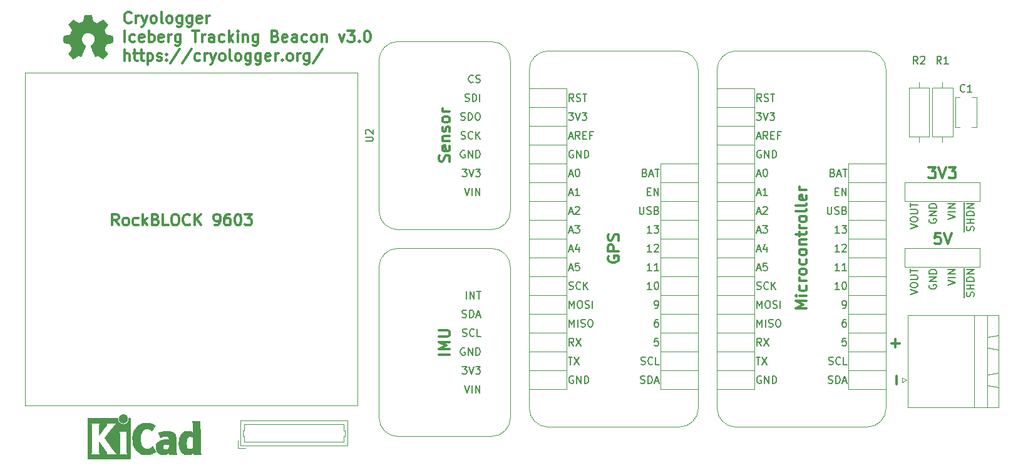
<source format=gto>
G04 #@! TF.GenerationSoftware,KiCad,Pcbnew,(5.1.9-0-10_14)*
G04 #@! TF.CreationDate,2021-05-11T12:02:21-04:00*
G04 #@! TF.ProjectId,Cryologger ITB - Adafruit,4372796f-6c6f-4676-9765-722049544220,rev?*
G04 #@! TF.SameCoordinates,Original*
G04 #@! TF.FileFunction,Legend,Top*
G04 #@! TF.FilePolarity,Positive*
%FSLAX46Y46*%
G04 Gerber Fmt 4.6, Leading zero omitted, Abs format (unit mm)*
G04 Created by KiCad (PCBNEW (5.1.9-0-10_14)) date 2021-05-11 12:02:21*
%MOMM*%
%LPD*%
G01*
G04 APERTURE LIST*
%ADD10C,0.300000*%
%ADD11C,0.010000*%
%ADD12C,0.120000*%
%ADD13C,0.150000*%
%ADD14C,4.999990*%
%ADD15C,1.778000*%
%ADD16C,3.810000*%
%ADD17C,2.540000*%
%ADD18O,0.800000X1.300000*%
%ADD19C,6.000000*%
%ADD20C,1.600000*%
%ADD21O,1.600000X1.600000*%
%ADD22R,1.778000X1.778000*%
%ADD23O,3.600000X2.080000*%
G04 APERTURE END LIST*
D10*
X226758571Y-95357142D02*
X227901428Y-95357142D01*
X227330000Y-95928571D02*
X227330000Y-94785714D01*
X227437142Y-100901428D02*
X227437142Y-99758571D01*
X123964285Y-51960714D02*
X123892857Y-52032142D01*
X123678571Y-52103571D01*
X123535714Y-52103571D01*
X123321428Y-52032142D01*
X123178571Y-51889285D01*
X123107142Y-51746428D01*
X123035714Y-51460714D01*
X123035714Y-51246428D01*
X123107142Y-50960714D01*
X123178571Y-50817857D01*
X123321428Y-50675000D01*
X123535714Y-50603571D01*
X123678571Y-50603571D01*
X123892857Y-50675000D01*
X123964285Y-50746428D01*
X124607142Y-52103571D02*
X124607142Y-51103571D01*
X124607142Y-51389285D02*
X124678571Y-51246428D01*
X124750000Y-51175000D01*
X124892857Y-51103571D01*
X125035714Y-51103571D01*
X125392857Y-51103571D02*
X125750000Y-52103571D01*
X126107142Y-51103571D02*
X125750000Y-52103571D01*
X125607142Y-52460714D01*
X125535714Y-52532142D01*
X125392857Y-52603571D01*
X126892857Y-52103571D02*
X126750000Y-52032142D01*
X126678571Y-51960714D01*
X126607142Y-51817857D01*
X126607142Y-51389285D01*
X126678571Y-51246428D01*
X126750000Y-51175000D01*
X126892857Y-51103571D01*
X127107142Y-51103571D01*
X127250000Y-51175000D01*
X127321428Y-51246428D01*
X127392857Y-51389285D01*
X127392857Y-51817857D01*
X127321428Y-51960714D01*
X127250000Y-52032142D01*
X127107142Y-52103571D01*
X126892857Y-52103571D01*
X128250000Y-52103571D02*
X128107142Y-52032142D01*
X128035714Y-51889285D01*
X128035714Y-50603571D01*
X129035714Y-52103571D02*
X128892857Y-52032142D01*
X128821428Y-51960714D01*
X128750000Y-51817857D01*
X128750000Y-51389285D01*
X128821428Y-51246428D01*
X128892857Y-51175000D01*
X129035714Y-51103571D01*
X129250000Y-51103571D01*
X129392857Y-51175000D01*
X129464285Y-51246428D01*
X129535714Y-51389285D01*
X129535714Y-51817857D01*
X129464285Y-51960714D01*
X129392857Y-52032142D01*
X129250000Y-52103571D01*
X129035714Y-52103571D01*
X130821428Y-51103571D02*
X130821428Y-52317857D01*
X130750000Y-52460714D01*
X130678571Y-52532142D01*
X130535714Y-52603571D01*
X130321428Y-52603571D01*
X130178571Y-52532142D01*
X130821428Y-52032142D02*
X130678571Y-52103571D01*
X130392857Y-52103571D01*
X130250000Y-52032142D01*
X130178571Y-51960714D01*
X130107142Y-51817857D01*
X130107142Y-51389285D01*
X130178571Y-51246428D01*
X130250000Y-51175000D01*
X130392857Y-51103571D01*
X130678571Y-51103571D01*
X130821428Y-51175000D01*
X132178571Y-51103571D02*
X132178571Y-52317857D01*
X132107142Y-52460714D01*
X132035714Y-52532142D01*
X131892857Y-52603571D01*
X131678571Y-52603571D01*
X131535714Y-52532142D01*
X132178571Y-52032142D02*
X132035714Y-52103571D01*
X131750000Y-52103571D01*
X131607142Y-52032142D01*
X131535714Y-51960714D01*
X131464285Y-51817857D01*
X131464285Y-51389285D01*
X131535714Y-51246428D01*
X131607142Y-51175000D01*
X131750000Y-51103571D01*
X132035714Y-51103571D01*
X132178571Y-51175000D01*
X133464285Y-52032142D02*
X133321428Y-52103571D01*
X133035714Y-52103571D01*
X132892857Y-52032142D01*
X132821428Y-51889285D01*
X132821428Y-51317857D01*
X132892857Y-51175000D01*
X133035714Y-51103571D01*
X133321428Y-51103571D01*
X133464285Y-51175000D01*
X133535714Y-51317857D01*
X133535714Y-51460714D01*
X132821428Y-51603571D01*
X134178571Y-52103571D02*
X134178571Y-51103571D01*
X134178571Y-51389285D02*
X134250000Y-51246428D01*
X134321428Y-51175000D01*
X134464285Y-51103571D01*
X134607142Y-51103571D01*
X123107142Y-54653571D02*
X123107142Y-53153571D01*
X124464285Y-54582142D02*
X124321428Y-54653571D01*
X124035714Y-54653571D01*
X123892857Y-54582142D01*
X123821428Y-54510714D01*
X123750000Y-54367857D01*
X123750000Y-53939285D01*
X123821428Y-53796428D01*
X123892857Y-53725000D01*
X124035714Y-53653571D01*
X124321428Y-53653571D01*
X124464285Y-53725000D01*
X125678571Y-54582142D02*
X125535714Y-54653571D01*
X125250000Y-54653571D01*
X125107142Y-54582142D01*
X125035714Y-54439285D01*
X125035714Y-53867857D01*
X125107142Y-53725000D01*
X125250000Y-53653571D01*
X125535714Y-53653571D01*
X125678571Y-53725000D01*
X125750000Y-53867857D01*
X125750000Y-54010714D01*
X125035714Y-54153571D01*
X126392857Y-54653571D02*
X126392857Y-53153571D01*
X126392857Y-53725000D02*
X126535714Y-53653571D01*
X126821428Y-53653571D01*
X126964285Y-53725000D01*
X127035714Y-53796428D01*
X127107142Y-53939285D01*
X127107142Y-54367857D01*
X127035714Y-54510714D01*
X126964285Y-54582142D01*
X126821428Y-54653571D01*
X126535714Y-54653571D01*
X126392857Y-54582142D01*
X128321428Y-54582142D02*
X128178571Y-54653571D01*
X127892857Y-54653571D01*
X127750000Y-54582142D01*
X127678571Y-54439285D01*
X127678571Y-53867857D01*
X127750000Y-53725000D01*
X127892857Y-53653571D01*
X128178571Y-53653571D01*
X128321428Y-53725000D01*
X128392857Y-53867857D01*
X128392857Y-54010714D01*
X127678571Y-54153571D01*
X129035714Y-54653571D02*
X129035714Y-53653571D01*
X129035714Y-53939285D02*
X129107142Y-53796428D01*
X129178571Y-53725000D01*
X129321428Y-53653571D01*
X129464285Y-53653571D01*
X130607142Y-53653571D02*
X130607142Y-54867857D01*
X130535714Y-55010714D01*
X130464285Y-55082142D01*
X130321428Y-55153571D01*
X130107142Y-55153571D01*
X129964285Y-55082142D01*
X130607142Y-54582142D02*
X130464285Y-54653571D01*
X130178571Y-54653571D01*
X130035714Y-54582142D01*
X129964285Y-54510714D01*
X129892857Y-54367857D01*
X129892857Y-53939285D01*
X129964285Y-53796428D01*
X130035714Y-53725000D01*
X130178571Y-53653571D01*
X130464285Y-53653571D01*
X130607142Y-53725000D01*
X132250000Y-53153571D02*
X133107142Y-53153571D01*
X132678571Y-54653571D02*
X132678571Y-53153571D01*
X133607142Y-54653571D02*
X133607142Y-53653571D01*
X133607142Y-53939285D02*
X133678571Y-53796428D01*
X133750000Y-53725000D01*
X133892857Y-53653571D01*
X134035714Y-53653571D01*
X135178571Y-54653571D02*
X135178571Y-53867857D01*
X135107142Y-53725000D01*
X134964285Y-53653571D01*
X134678571Y-53653571D01*
X134535714Y-53725000D01*
X135178571Y-54582142D02*
X135035714Y-54653571D01*
X134678571Y-54653571D01*
X134535714Y-54582142D01*
X134464285Y-54439285D01*
X134464285Y-54296428D01*
X134535714Y-54153571D01*
X134678571Y-54082142D01*
X135035714Y-54082142D01*
X135178571Y-54010714D01*
X136535714Y-54582142D02*
X136392857Y-54653571D01*
X136107142Y-54653571D01*
X135964285Y-54582142D01*
X135892857Y-54510714D01*
X135821428Y-54367857D01*
X135821428Y-53939285D01*
X135892857Y-53796428D01*
X135964285Y-53725000D01*
X136107142Y-53653571D01*
X136392857Y-53653571D01*
X136535714Y-53725000D01*
X137178571Y-54653571D02*
X137178571Y-53153571D01*
X137321428Y-54082142D02*
X137750000Y-54653571D01*
X137750000Y-53653571D02*
X137178571Y-54225000D01*
X138392857Y-54653571D02*
X138392857Y-53653571D01*
X138392857Y-53153571D02*
X138321428Y-53225000D01*
X138392857Y-53296428D01*
X138464285Y-53225000D01*
X138392857Y-53153571D01*
X138392857Y-53296428D01*
X139107142Y-53653571D02*
X139107142Y-54653571D01*
X139107142Y-53796428D02*
X139178571Y-53725000D01*
X139321428Y-53653571D01*
X139535714Y-53653571D01*
X139678571Y-53725000D01*
X139750000Y-53867857D01*
X139750000Y-54653571D01*
X141107142Y-53653571D02*
X141107142Y-54867857D01*
X141035714Y-55010714D01*
X140964285Y-55082142D01*
X140821428Y-55153571D01*
X140607142Y-55153571D01*
X140464285Y-55082142D01*
X141107142Y-54582142D02*
X140964285Y-54653571D01*
X140678571Y-54653571D01*
X140535714Y-54582142D01*
X140464285Y-54510714D01*
X140392857Y-54367857D01*
X140392857Y-53939285D01*
X140464285Y-53796428D01*
X140535714Y-53725000D01*
X140678571Y-53653571D01*
X140964285Y-53653571D01*
X141107142Y-53725000D01*
X143464285Y-53867857D02*
X143678571Y-53939285D01*
X143750000Y-54010714D01*
X143821428Y-54153571D01*
X143821428Y-54367857D01*
X143750000Y-54510714D01*
X143678571Y-54582142D01*
X143535714Y-54653571D01*
X142964285Y-54653571D01*
X142964285Y-53153571D01*
X143464285Y-53153571D01*
X143607142Y-53225000D01*
X143678571Y-53296428D01*
X143750000Y-53439285D01*
X143750000Y-53582142D01*
X143678571Y-53725000D01*
X143607142Y-53796428D01*
X143464285Y-53867857D01*
X142964285Y-53867857D01*
X145035714Y-54582142D02*
X144892857Y-54653571D01*
X144607142Y-54653571D01*
X144464285Y-54582142D01*
X144392857Y-54439285D01*
X144392857Y-53867857D01*
X144464285Y-53725000D01*
X144607142Y-53653571D01*
X144892857Y-53653571D01*
X145035714Y-53725000D01*
X145107142Y-53867857D01*
X145107142Y-54010714D01*
X144392857Y-54153571D01*
X146392857Y-54653571D02*
X146392857Y-53867857D01*
X146321428Y-53725000D01*
X146178571Y-53653571D01*
X145892857Y-53653571D01*
X145750000Y-53725000D01*
X146392857Y-54582142D02*
X146250000Y-54653571D01*
X145892857Y-54653571D01*
X145750000Y-54582142D01*
X145678571Y-54439285D01*
X145678571Y-54296428D01*
X145750000Y-54153571D01*
X145892857Y-54082142D01*
X146250000Y-54082142D01*
X146392857Y-54010714D01*
X147750000Y-54582142D02*
X147607142Y-54653571D01*
X147321428Y-54653571D01*
X147178571Y-54582142D01*
X147107142Y-54510714D01*
X147035714Y-54367857D01*
X147035714Y-53939285D01*
X147107142Y-53796428D01*
X147178571Y-53725000D01*
X147321428Y-53653571D01*
X147607142Y-53653571D01*
X147750000Y-53725000D01*
X148607142Y-54653571D02*
X148464285Y-54582142D01*
X148392857Y-54510714D01*
X148321428Y-54367857D01*
X148321428Y-53939285D01*
X148392857Y-53796428D01*
X148464285Y-53725000D01*
X148607142Y-53653571D01*
X148821428Y-53653571D01*
X148964285Y-53725000D01*
X149035714Y-53796428D01*
X149107142Y-53939285D01*
X149107142Y-54367857D01*
X149035714Y-54510714D01*
X148964285Y-54582142D01*
X148821428Y-54653571D01*
X148607142Y-54653571D01*
X149750000Y-53653571D02*
X149750000Y-54653571D01*
X149750000Y-53796428D02*
X149821428Y-53725000D01*
X149964285Y-53653571D01*
X150178571Y-53653571D01*
X150321428Y-53725000D01*
X150392857Y-53867857D01*
X150392857Y-54653571D01*
X152107142Y-53653571D02*
X152464285Y-54653571D01*
X152821428Y-53653571D01*
X153250000Y-53153571D02*
X154178571Y-53153571D01*
X153678571Y-53725000D01*
X153892857Y-53725000D01*
X154035714Y-53796428D01*
X154107142Y-53867857D01*
X154178571Y-54010714D01*
X154178571Y-54367857D01*
X154107142Y-54510714D01*
X154035714Y-54582142D01*
X153892857Y-54653571D01*
X153464285Y-54653571D01*
X153321428Y-54582142D01*
X153250000Y-54510714D01*
X154821428Y-54510714D02*
X154892857Y-54582142D01*
X154821428Y-54653571D01*
X154750000Y-54582142D01*
X154821428Y-54510714D01*
X154821428Y-54653571D01*
X155821428Y-53153571D02*
X155964285Y-53153571D01*
X156107142Y-53225000D01*
X156178571Y-53296428D01*
X156250000Y-53439285D01*
X156321428Y-53725000D01*
X156321428Y-54082142D01*
X156250000Y-54367857D01*
X156178571Y-54510714D01*
X156107142Y-54582142D01*
X155964285Y-54653571D01*
X155821428Y-54653571D01*
X155678571Y-54582142D01*
X155607142Y-54510714D01*
X155535714Y-54367857D01*
X155464285Y-54082142D01*
X155464285Y-53725000D01*
X155535714Y-53439285D01*
X155607142Y-53296428D01*
X155678571Y-53225000D01*
X155821428Y-53153571D01*
X123107142Y-57203571D02*
X123107142Y-55703571D01*
X123750000Y-57203571D02*
X123750000Y-56417857D01*
X123678571Y-56275000D01*
X123535714Y-56203571D01*
X123321428Y-56203571D01*
X123178571Y-56275000D01*
X123107142Y-56346428D01*
X124250000Y-56203571D02*
X124821428Y-56203571D01*
X124464285Y-55703571D02*
X124464285Y-56989285D01*
X124535714Y-57132142D01*
X124678571Y-57203571D01*
X124821428Y-57203571D01*
X125107142Y-56203571D02*
X125678571Y-56203571D01*
X125321428Y-55703571D02*
X125321428Y-56989285D01*
X125392857Y-57132142D01*
X125535714Y-57203571D01*
X125678571Y-57203571D01*
X126178571Y-56203571D02*
X126178571Y-57703571D01*
X126178571Y-56275000D02*
X126321428Y-56203571D01*
X126607142Y-56203571D01*
X126750000Y-56275000D01*
X126821428Y-56346428D01*
X126892857Y-56489285D01*
X126892857Y-56917857D01*
X126821428Y-57060714D01*
X126750000Y-57132142D01*
X126607142Y-57203571D01*
X126321428Y-57203571D01*
X126178571Y-57132142D01*
X127464285Y-57132142D02*
X127607142Y-57203571D01*
X127892857Y-57203571D01*
X128035714Y-57132142D01*
X128107142Y-56989285D01*
X128107142Y-56917857D01*
X128035714Y-56775000D01*
X127892857Y-56703571D01*
X127678571Y-56703571D01*
X127535714Y-56632142D01*
X127464285Y-56489285D01*
X127464285Y-56417857D01*
X127535714Y-56275000D01*
X127678571Y-56203571D01*
X127892857Y-56203571D01*
X128035714Y-56275000D01*
X128750000Y-57060714D02*
X128821428Y-57132142D01*
X128750000Y-57203571D01*
X128678571Y-57132142D01*
X128750000Y-57060714D01*
X128750000Y-57203571D01*
X128750000Y-56275000D02*
X128821428Y-56346428D01*
X128750000Y-56417857D01*
X128678571Y-56346428D01*
X128750000Y-56275000D01*
X128750000Y-56417857D01*
X130535714Y-55632142D02*
X129250000Y-57560714D01*
X132107142Y-55632142D02*
X130821428Y-57560714D01*
X133250000Y-57132142D02*
X133107142Y-57203571D01*
X132821428Y-57203571D01*
X132678571Y-57132142D01*
X132607142Y-57060714D01*
X132535714Y-56917857D01*
X132535714Y-56489285D01*
X132607142Y-56346428D01*
X132678571Y-56275000D01*
X132821428Y-56203571D01*
X133107142Y-56203571D01*
X133250000Y-56275000D01*
X133892857Y-57203571D02*
X133892857Y-56203571D01*
X133892857Y-56489285D02*
X133964285Y-56346428D01*
X134035714Y-56275000D01*
X134178571Y-56203571D01*
X134321428Y-56203571D01*
X134678571Y-56203571D02*
X135035714Y-57203571D01*
X135392857Y-56203571D02*
X135035714Y-57203571D01*
X134892857Y-57560714D01*
X134821428Y-57632142D01*
X134678571Y-57703571D01*
X136178571Y-57203571D02*
X136035714Y-57132142D01*
X135964285Y-57060714D01*
X135892857Y-56917857D01*
X135892857Y-56489285D01*
X135964285Y-56346428D01*
X136035714Y-56275000D01*
X136178571Y-56203571D01*
X136392857Y-56203571D01*
X136535714Y-56275000D01*
X136607142Y-56346428D01*
X136678571Y-56489285D01*
X136678571Y-56917857D01*
X136607142Y-57060714D01*
X136535714Y-57132142D01*
X136392857Y-57203571D01*
X136178571Y-57203571D01*
X137535714Y-57203571D02*
X137392857Y-57132142D01*
X137321428Y-56989285D01*
X137321428Y-55703571D01*
X138321428Y-57203571D02*
X138178571Y-57132142D01*
X138107142Y-57060714D01*
X138035714Y-56917857D01*
X138035714Y-56489285D01*
X138107142Y-56346428D01*
X138178571Y-56275000D01*
X138321428Y-56203571D01*
X138535714Y-56203571D01*
X138678571Y-56275000D01*
X138750000Y-56346428D01*
X138821428Y-56489285D01*
X138821428Y-56917857D01*
X138750000Y-57060714D01*
X138678571Y-57132142D01*
X138535714Y-57203571D01*
X138321428Y-57203571D01*
X140107142Y-56203571D02*
X140107142Y-57417857D01*
X140035714Y-57560714D01*
X139964285Y-57632142D01*
X139821428Y-57703571D01*
X139607142Y-57703571D01*
X139464285Y-57632142D01*
X140107142Y-57132142D02*
X139964285Y-57203571D01*
X139678571Y-57203571D01*
X139535714Y-57132142D01*
X139464285Y-57060714D01*
X139392857Y-56917857D01*
X139392857Y-56489285D01*
X139464285Y-56346428D01*
X139535714Y-56275000D01*
X139678571Y-56203571D01*
X139964285Y-56203571D01*
X140107142Y-56275000D01*
X141464285Y-56203571D02*
X141464285Y-57417857D01*
X141392857Y-57560714D01*
X141321428Y-57632142D01*
X141178571Y-57703571D01*
X140964285Y-57703571D01*
X140821428Y-57632142D01*
X141464285Y-57132142D02*
X141321428Y-57203571D01*
X141035714Y-57203571D01*
X140892857Y-57132142D01*
X140821428Y-57060714D01*
X140750000Y-56917857D01*
X140750000Y-56489285D01*
X140821428Y-56346428D01*
X140892857Y-56275000D01*
X141035714Y-56203571D01*
X141321428Y-56203571D01*
X141464285Y-56275000D01*
X142750000Y-57132142D02*
X142607142Y-57203571D01*
X142321428Y-57203571D01*
X142178571Y-57132142D01*
X142107142Y-56989285D01*
X142107142Y-56417857D01*
X142178571Y-56275000D01*
X142321428Y-56203571D01*
X142607142Y-56203571D01*
X142750000Y-56275000D01*
X142821428Y-56417857D01*
X142821428Y-56560714D01*
X142107142Y-56703571D01*
X143464285Y-57203571D02*
X143464285Y-56203571D01*
X143464285Y-56489285D02*
X143535714Y-56346428D01*
X143607142Y-56275000D01*
X143750000Y-56203571D01*
X143892857Y-56203571D01*
X144392857Y-57060714D02*
X144464285Y-57132142D01*
X144392857Y-57203571D01*
X144321428Y-57132142D01*
X144392857Y-57060714D01*
X144392857Y-57203571D01*
X145321428Y-57203571D02*
X145178571Y-57132142D01*
X145107142Y-57060714D01*
X145035714Y-56917857D01*
X145035714Y-56489285D01*
X145107142Y-56346428D01*
X145178571Y-56275000D01*
X145321428Y-56203571D01*
X145535714Y-56203571D01*
X145678571Y-56275000D01*
X145750000Y-56346428D01*
X145821428Y-56489285D01*
X145821428Y-56917857D01*
X145750000Y-57060714D01*
X145678571Y-57132142D01*
X145535714Y-57203571D01*
X145321428Y-57203571D01*
X146464285Y-57203571D02*
X146464285Y-56203571D01*
X146464285Y-56489285D02*
X146535714Y-56346428D01*
X146607142Y-56275000D01*
X146750000Y-56203571D01*
X146892857Y-56203571D01*
X148035714Y-56203571D02*
X148035714Y-57417857D01*
X147964285Y-57560714D01*
X147892857Y-57632142D01*
X147750000Y-57703571D01*
X147535714Y-57703571D01*
X147392857Y-57632142D01*
X148035714Y-57132142D02*
X147892857Y-57203571D01*
X147607142Y-57203571D01*
X147464285Y-57132142D01*
X147392857Y-57060714D01*
X147321428Y-56917857D01*
X147321428Y-56489285D01*
X147392857Y-56346428D01*
X147464285Y-56275000D01*
X147607142Y-56203571D01*
X147892857Y-56203571D01*
X148035714Y-56275000D01*
X149821428Y-55632142D02*
X148535714Y-57560714D01*
X231822857Y-71568571D02*
X232751428Y-71568571D01*
X232251428Y-72140000D01*
X232465714Y-72140000D01*
X232608571Y-72211428D01*
X232680000Y-72282857D01*
X232751428Y-72425714D01*
X232751428Y-72782857D01*
X232680000Y-72925714D01*
X232608571Y-72997142D01*
X232465714Y-73068571D01*
X232037142Y-73068571D01*
X231894285Y-72997142D01*
X231822857Y-72925714D01*
X233180000Y-71568571D02*
X233680000Y-73068571D01*
X234180000Y-71568571D01*
X234537142Y-71568571D02*
X235465714Y-71568571D01*
X234965714Y-72140000D01*
X235180000Y-72140000D01*
X235322857Y-72211428D01*
X235394285Y-72282857D01*
X235465714Y-72425714D01*
X235465714Y-72782857D01*
X235394285Y-72925714D01*
X235322857Y-72997142D01*
X235180000Y-73068571D01*
X234751428Y-73068571D01*
X234608571Y-72997142D01*
X234537142Y-72925714D01*
X233394285Y-80458571D02*
X232680000Y-80458571D01*
X232608571Y-81172857D01*
X232680000Y-81101428D01*
X232822857Y-81030000D01*
X233180000Y-81030000D01*
X233322857Y-81101428D01*
X233394285Y-81172857D01*
X233465714Y-81315714D01*
X233465714Y-81672857D01*
X233394285Y-81815714D01*
X233322857Y-81887142D01*
X233180000Y-81958571D01*
X232822857Y-81958571D01*
X232680000Y-81887142D01*
X232608571Y-81815714D01*
X233894285Y-80458571D02*
X234394285Y-81958571D01*
X234894285Y-80458571D01*
X167048571Y-96892857D02*
X165548571Y-96892857D01*
X167048571Y-96178571D02*
X165548571Y-96178571D01*
X166620000Y-95678571D01*
X165548571Y-95178571D01*
X167048571Y-95178571D01*
X165548571Y-94464285D02*
X166762857Y-94464285D01*
X166905714Y-94392857D01*
X166977142Y-94321428D01*
X167048571Y-94178571D01*
X167048571Y-93892857D01*
X166977142Y-93750000D01*
X166905714Y-93678571D01*
X166762857Y-93607142D01*
X165548571Y-93607142D01*
X166977142Y-70810000D02*
X167048571Y-70595714D01*
X167048571Y-70238571D01*
X166977142Y-70095714D01*
X166905714Y-70024285D01*
X166762857Y-69952857D01*
X166620000Y-69952857D01*
X166477142Y-70024285D01*
X166405714Y-70095714D01*
X166334285Y-70238571D01*
X166262857Y-70524285D01*
X166191428Y-70667142D01*
X166120000Y-70738571D01*
X165977142Y-70810000D01*
X165834285Y-70810000D01*
X165691428Y-70738571D01*
X165620000Y-70667142D01*
X165548571Y-70524285D01*
X165548571Y-70167142D01*
X165620000Y-69952857D01*
X166977142Y-68738571D02*
X167048571Y-68881428D01*
X167048571Y-69167142D01*
X166977142Y-69310000D01*
X166834285Y-69381428D01*
X166262857Y-69381428D01*
X166120000Y-69310000D01*
X166048571Y-69167142D01*
X166048571Y-68881428D01*
X166120000Y-68738571D01*
X166262857Y-68667142D01*
X166405714Y-68667142D01*
X166548571Y-69381428D01*
X166048571Y-68024285D02*
X167048571Y-68024285D01*
X166191428Y-68024285D02*
X166120000Y-67952857D01*
X166048571Y-67810000D01*
X166048571Y-67595714D01*
X166120000Y-67452857D01*
X166262857Y-67381428D01*
X167048571Y-67381428D01*
X166977142Y-66738571D02*
X167048571Y-66595714D01*
X167048571Y-66310000D01*
X166977142Y-66167142D01*
X166834285Y-66095714D01*
X166762857Y-66095714D01*
X166620000Y-66167142D01*
X166548571Y-66310000D01*
X166548571Y-66524285D01*
X166477142Y-66667142D01*
X166334285Y-66738571D01*
X166262857Y-66738571D01*
X166120000Y-66667142D01*
X166048571Y-66524285D01*
X166048571Y-66310000D01*
X166120000Y-66167142D01*
X167048571Y-65238571D02*
X166977142Y-65381428D01*
X166905714Y-65452857D01*
X166762857Y-65524285D01*
X166334285Y-65524285D01*
X166191428Y-65452857D01*
X166120000Y-65381428D01*
X166048571Y-65238571D01*
X166048571Y-65024285D01*
X166120000Y-64881428D01*
X166191428Y-64810000D01*
X166334285Y-64738571D01*
X166762857Y-64738571D01*
X166905714Y-64810000D01*
X166977142Y-64881428D01*
X167048571Y-65024285D01*
X167048571Y-65238571D01*
X167048571Y-64095714D02*
X166048571Y-64095714D01*
X166334285Y-64095714D02*
X166191428Y-64024285D01*
X166120000Y-63952857D01*
X166048571Y-63810000D01*
X166048571Y-63667142D01*
X188480000Y-83621428D02*
X188408571Y-83764285D01*
X188408571Y-83978571D01*
X188480000Y-84192857D01*
X188622857Y-84335714D01*
X188765714Y-84407142D01*
X189051428Y-84478571D01*
X189265714Y-84478571D01*
X189551428Y-84407142D01*
X189694285Y-84335714D01*
X189837142Y-84192857D01*
X189908571Y-83978571D01*
X189908571Y-83835714D01*
X189837142Y-83621428D01*
X189765714Y-83550000D01*
X189265714Y-83550000D01*
X189265714Y-83835714D01*
X189908571Y-82907142D02*
X188408571Y-82907142D01*
X188408571Y-82335714D01*
X188480000Y-82192857D01*
X188551428Y-82121428D01*
X188694285Y-82050000D01*
X188908571Y-82050000D01*
X189051428Y-82121428D01*
X189122857Y-82192857D01*
X189194285Y-82335714D01*
X189194285Y-82907142D01*
X189837142Y-81478571D02*
X189908571Y-81264285D01*
X189908571Y-80907142D01*
X189837142Y-80764285D01*
X189765714Y-80692857D01*
X189622857Y-80621428D01*
X189480000Y-80621428D01*
X189337142Y-80692857D01*
X189265714Y-80764285D01*
X189194285Y-80907142D01*
X189122857Y-81192857D01*
X189051428Y-81335714D01*
X188980000Y-81407142D01*
X188837142Y-81478571D01*
X188694285Y-81478571D01*
X188551428Y-81407142D01*
X188480000Y-81335714D01*
X188408571Y-81192857D01*
X188408571Y-80835714D01*
X188480000Y-80621428D01*
X215308571Y-90657142D02*
X213808571Y-90657142D01*
X214880000Y-90157142D01*
X213808571Y-89657142D01*
X215308571Y-89657142D01*
X215308571Y-88942857D02*
X214308571Y-88942857D01*
X213808571Y-88942857D02*
X213880000Y-89014285D01*
X213951428Y-88942857D01*
X213880000Y-88871428D01*
X213808571Y-88942857D01*
X213951428Y-88942857D01*
X215237142Y-87585714D02*
X215308571Y-87728571D01*
X215308571Y-88014285D01*
X215237142Y-88157142D01*
X215165714Y-88228571D01*
X215022857Y-88300000D01*
X214594285Y-88300000D01*
X214451428Y-88228571D01*
X214380000Y-88157142D01*
X214308571Y-88014285D01*
X214308571Y-87728571D01*
X214380000Y-87585714D01*
X215308571Y-86942857D02*
X214308571Y-86942857D01*
X214594285Y-86942857D02*
X214451428Y-86871428D01*
X214380000Y-86800000D01*
X214308571Y-86657142D01*
X214308571Y-86514285D01*
X215308571Y-85800000D02*
X215237142Y-85942857D01*
X215165714Y-86014285D01*
X215022857Y-86085714D01*
X214594285Y-86085714D01*
X214451428Y-86014285D01*
X214380000Y-85942857D01*
X214308571Y-85800000D01*
X214308571Y-85585714D01*
X214380000Y-85442857D01*
X214451428Y-85371428D01*
X214594285Y-85300000D01*
X215022857Y-85300000D01*
X215165714Y-85371428D01*
X215237142Y-85442857D01*
X215308571Y-85585714D01*
X215308571Y-85800000D01*
X215237142Y-84014285D02*
X215308571Y-84157142D01*
X215308571Y-84442857D01*
X215237142Y-84585714D01*
X215165714Y-84657142D01*
X215022857Y-84728571D01*
X214594285Y-84728571D01*
X214451428Y-84657142D01*
X214380000Y-84585714D01*
X214308571Y-84442857D01*
X214308571Y-84157142D01*
X214380000Y-84014285D01*
X215308571Y-83157142D02*
X215237142Y-83300000D01*
X215165714Y-83371428D01*
X215022857Y-83442857D01*
X214594285Y-83442857D01*
X214451428Y-83371428D01*
X214380000Y-83300000D01*
X214308571Y-83157142D01*
X214308571Y-82942857D01*
X214380000Y-82800000D01*
X214451428Y-82728571D01*
X214594285Y-82657142D01*
X215022857Y-82657142D01*
X215165714Y-82728571D01*
X215237142Y-82800000D01*
X215308571Y-82942857D01*
X215308571Y-83157142D01*
X214308571Y-82014285D02*
X215308571Y-82014285D01*
X214451428Y-82014285D02*
X214380000Y-81942857D01*
X214308571Y-81800000D01*
X214308571Y-81585714D01*
X214380000Y-81442857D01*
X214522857Y-81371428D01*
X215308571Y-81371428D01*
X214308571Y-80871428D02*
X214308571Y-80300000D01*
X213808571Y-80657142D02*
X215094285Y-80657142D01*
X215237142Y-80585714D01*
X215308571Y-80442857D01*
X215308571Y-80300000D01*
X215308571Y-79800000D02*
X214308571Y-79800000D01*
X214594285Y-79800000D02*
X214451428Y-79728571D01*
X214380000Y-79657142D01*
X214308571Y-79514285D01*
X214308571Y-79371428D01*
X215308571Y-78657142D02*
X215237142Y-78800000D01*
X215165714Y-78871428D01*
X215022857Y-78942857D01*
X214594285Y-78942857D01*
X214451428Y-78871428D01*
X214380000Y-78800000D01*
X214308571Y-78657142D01*
X214308571Y-78442857D01*
X214380000Y-78300000D01*
X214451428Y-78228571D01*
X214594285Y-78157142D01*
X215022857Y-78157142D01*
X215165714Y-78228571D01*
X215237142Y-78300000D01*
X215308571Y-78442857D01*
X215308571Y-78657142D01*
X215308571Y-77300000D02*
X215237142Y-77442857D01*
X215094285Y-77514285D01*
X213808571Y-77514285D01*
X215308571Y-76514285D02*
X215237142Y-76657142D01*
X215094285Y-76728571D01*
X213808571Y-76728571D01*
X215237142Y-75371428D02*
X215308571Y-75514285D01*
X215308571Y-75800000D01*
X215237142Y-75942857D01*
X215094285Y-76014285D01*
X214522857Y-76014285D01*
X214380000Y-75942857D01*
X214308571Y-75800000D01*
X214308571Y-75514285D01*
X214380000Y-75371428D01*
X214522857Y-75300000D01*
X214665714Y-75300000D01*
X214808571Y-76014285D01*
X215308571Y-74657142D02*
X214308571Y-74657142D01*
X214594285Y-74657142D02*
X214451428Y-74585714D01*
X214380000Y-74514285D01*
X214308571Y-74371428D01*
X214308571Y-74228571D01*
X122274285Y-79418571D02*
X121774285Y-78704285D01*
X121417142Y-79418571D02*
X121417142Y-77918571D01*
X121988571Y-77918571D01*
X122131428Y-77990000D01*
X122202857Y-78061428D01*
X122274285Y-78204285D01*
X122274285Y-78418571D01*
X122202857Y-78561428D01*
X122131428Y-78632857D01*
X121988571Y-78704285D01*
X121417142Y-78704285D01*
X123131428Y-79418571D02*
X122988571Y-79347142D01*
X122917142Y-79275714D01*
X122845714Y-79132857D01*
X122845714Y-78704285D01*
X122917142Y-78561428D01*
X122988571Y-78490000D01*
X123131428Y-78418571D01*
X123345714Y-78418571D01*
X123488571Y-78490000D01*
X123560000Y-78561428D01*
X123631428Y-78704285D01*
X123631428Y-79132857D01*
X123560000Y-79275714D01*
X123488571Y-79347142D01*
X123345714Y-79418571D01*
X123131428Y-79418571D01*
X124917142Y-79347142D02*
X124774285Y-79418571D01*
X124488571Y-79418571D01*
X124345714Y-79347142D01*
X124274285Y-79275714D01*
X124202857Y-79132857D01*
X124202857Y-78704285D01*
X124274285Y-78561428D01*
X124345714Y-78490000D01*
X124488571Y-78418571D01*
X124774285Y-78418571D01*
X124917142Y-78490000D01*
X125560000Y-79418571D02*
X125560000Y-77918571D01*
X125702857Y-78847142D02*
X126131428Y-79418571D01*
X126131428Y-78418571D02*
X125560000Y-78990000D01*
X127274285Y-78632857D02*
X127488571Y-78704285D01*
X127560000Y-78775714D01*
X127631428Y-78918571D01*
X127631428Y-79132857D01*
X127560000Y-79275714D01*
X127488571Y-79347142D01*
X127345714Y-79418571D01*
X126774285Y-79418571D01*
X126774285Y-77918571D01*
X127274285Y-77918571D01*
X127417142Y-77990000D01*
X127488571Y-78061428D01*
X127560000Y-78204285D01*
X127560000Y-78347142D01*
X127488571Y-78490000D01*
X127417142Y-78561428D01*
X127274285Y-78632857D01*
X126774285Y-78632857D01*
X128988571Y-79418571D02*
X128274285Y-79418571D01*
X128274285Y-77918571D01*
X129774285Y-77918571D02*
X130060000Y-77918571D01*
X130202857Y-77990000D01*
X130345714Y-78132857D01*
X130417142Y-78418571D01*
X130417142Y-78918571D01*
X130345714Y-79204285D01*
X130202857Y-79347142D01*
X130060000Y-79418571D01*
X129774285Y-79418571D01*
X129631428Y-79347142D01*
X129488571Y-79204285D01*
X129417142Y-78918571D01*
X129417142Y-78418571D01*
X129488571Y-78132857D01*
X129631428Y-77990000D01*
X129774285Y-77918571D01*
X131917142Y-79275714D02*
X131845714Y-79347142D01*
X131631428Y-79418571D01*
X131488571Y-79418571D01*
X131274285Y-79347142D01*
X131131428Y-79204285D01*
X131060000Y-79061428D01*
X130988571Y-78775714D01*
X130988571Y-78561428D01*
X131060000Y-78275714D01*
X131131428Y-78132857D01*
X131274285Y-77990000D01*
X131488571Y-77918571D01*
X131631428Y-77918571D01*
X131845714Y-77990000D01*
X131917142Y-78061428D01*
X132560000Y-79418571D02*
X132560000Y-77918571D01*
X133417142Y-79418571D02*
X132774285Y-78561428D01*
X133417142Y-77918571D02*
X132560000Y-78775714D01*
X135274285Y-79418571D02*
X135560000Y-79418571D01*
X135702857Y-79347142D01*
X135774285Y-79275714D01*
X135917142Y-79061428D01*
X135988571Y-78775714D01*
X135988571Y-78204285D01*
X135917142Y-78061428D01*
X135845714Y-77990000D01*
X135702857Y-77918571D01*
X135417142Y-77918571D01*
X135274285Y-77990000D01*
X135202857Y-78061428D01*
X135131428Y-78204285D01*
X135131428Y-78561428D01*
X135202857Y-78704285D01*
X135274285Y-78775714D01*
X135417142Y-78847142D01*
X135702857Y-78847142D01*
X135845714Y-78775714D01*
X135917142Y-78704285D01*
X135988571Y-78561428D01*
X137274285Y-77918571D02*
X136988571Y-77918571D01*
X136845714Y-77990000D01*
X136774285Y-78061428D01*
X136631428Y-78275714D01*
X136560000Y-78561428D01*
X136560000Y-79132857D01*
X136631428Y-79275714D01*
X136702857Y-79347142D01*
X136845714Y-79418571D01*
X137131428Y-79418571D01*
X137274285Y-79347142D01*
X137345714Y-79275714D01*
X137417142Y-79132857D01*
X137417142Y-78775714D01*
X137345714Y-78632857D01*
X137274285Y-78561428D01*
X137131428Y-78490000D01*
X136845714Y-78490000D01*
X136702857Y-78561428D01*
X136631428Y-78632857D01*
X136560000Y-78775714D01*
X138345714Y-77918571D02*
X138488571Y-77918571D01*
X138631428Y-77990000D01*
X138702857Y-78061428D01*
X138774285Y-78204285D01*
X138845714Y-78490000D01*
X138845714Y-78847142D01*
X138774285Y-79132857D01*
X138702857Y-79275714D01*
X138631428Y-79347142D01*
X138488571Y-79418571D01*
X138345714Y-79418571D01*
X138202857Y-79347142D01*
X138131428Y-79275714D01*
X138060000Y-79132857D01*
X137988571Y-78847142D01*
X137988571Y-78490000D01*
X138060000Y-78204285D01*
X138131428Y-78061428D01*
X138202857Y-77990000D01*
X138345714Y-77918571D01*
X139345714Y-77918571D02*
X140274285Y-77918571D01*
X139774285Y-78490000D01*
X139988571Y-78490000D01*
X140131428Y-78561428D01*
X140202857Y-78632857D01*
X140274285Y-78775714D01*
X140274285Y-79132857D01*
X140202857Y-79275714D01*
X140131428Y-79347142D01*
X139988571Y-79418571D01*
X139560000Y-79418571D01*
X139417142Y-79347142D01*
X139345714Y-79275714D01*
D11*
G36*
X118665814Y-51443931D02*
G01*
X118749635Y-51888555D01*
X119058920Y-52016053D01*
X119368206Y-52143551D01*
X119739246Y-51891246D01*
X119843157Y-51820996D01*
X119937087Y-51758272D01*
X120016652Y-51705938D01*
X120077470Y-51666857D01*
X120115157Y-51643893D01*
X120125421Y-51638942D01*
X120143910Y-51651676D01*
X120183420Y-51686882D01*
X120239522Y-51740062D01*
X120307787Y-51806718D01*
X120383786Y-51882354D01*
X120463092Y-51962472D01*
X120541275Y-52042574D01*
X120613907Y-52118164D01*
X120676559Y-52184745D01*
X120724803Y-52237818D01*
X120754210Y-52272887D01*
X120761241Y-52284623D01*
X120751123Y-52306260D01*
X120722759Y-52353662D01*
X120679129Y-52422193D01*
X120623218Y-52507215D01*
X120558006Y-52604093D01*
X120520219Y-52659350D01*
X120451343Y-52760248D01*
X120390140Y-52851299D01*
X120339578Y-52927970D01*
X120302628Y-52985728D01*
X120282258Y-53020043D01*
X120279197Y-53027254D01*
X120286136Y-53047748D01*
X120305051Y-53095513D01*
X120333087Y-53163832D01*
X120367391Y-53245989D01*
X120405109Y-53335270D01*
X120443387Y-53424958D01*
X120479370Y-53508338D01*
X120510206Y-53578694D01*
X120533039Y-53629310D01*
X120545017Y-53653471D01*
X120545724Y-53654422D01*
X120564531Y-53659036D01*
X120614618Y-53669328D01*
X120690793Y-53684287D01*
X120787865Y-53702901D01*
X120900643Y-53724159D01*
X120966442Y-53736418D01*
X121086950Y-53759362D01*
X121195797Y-53781195D01*
X121287476Y-53800722D01*
X121356481Y-53816748D01*
X121397304Y-53828079D01*
X121405511Y-53831674D01*
X121413548Y-53856006D01*
X121420033Y-53910959D01*
X121424970Y-53990108D01*
X121428364Y-54087026D01*
X121430218Y-54195287D01*
X121430538Y-54308465D01*
X121429327Y-54420135D01*
X121426590Y-54523868D01*
X121422331Y-54613241D01*
X121416555Y-54681826D01*
X121409267Y-54723197D01*
X121404895Y-54731810D01*
X121378764Y-54742133D01*
X121323393Y-54756892D01*
X121246107Y-54774352D01*
X121154230Y-54792780D01*
X121122158Y-54798741D01*
X120967524Y-54827066D01*
X120845375Y-54849876D01*
X120751673Y-54868080D01*
X120682384Y-54882583D01*
X120633471Y-54894292D01*
X120600897Y-54904115D01*
X120580628Y-54912956D01*
X120568626Y-54921724D01*
X120566947Y-54923457D01*
X120550184Y-54951371D01*
X120524614Y-55005695D01*
X120492788Y-55079777D01*
X120457260Y-55166965D01*
X120420583Y-55260608D01*
X120385311Y-55354052D01*
X120353996Y-55440647D01*
X120329193Y-55513740D01*
X120313454Y-55566678D01*
X120309332Y-55592811D01*
X120309676Y-55593726D01*
X120323641Y-55615086D01*
X120355322Y-55662084D01*
X120401391Y-55729827D01*
X120458518Y-55813423D01*
X120523373Y-55907982D01*
X120541843Y-55934854D01*
X120607699Y-56032275D01*
X120665650Y-56121163D01*
X120712538Y-56196412D01*
X120745207Y-56252920D01*
X120760500Y-56285581D01*
X120761241Y-56289593D01*
X120748392Y-56310684D01*
X120712888Y-56352464D01*
X120659293Y-56410445D01*
X120592171Y-56480135D01*
X120516087Y-56557045D01*
X120435604Y-56636683D01*
X120355287Y-56714561D01*
X120279699Y-56786186D01*
X120213405Y-56847070D01*
X120160969Y-56892721D01*
X120126955Y-56918650D01*
X120117545Y-56922883D01*
X120095643Y-56912912D01*
X120050800Y-56886020D01*
X119990321Y-56846736D01*
X119943789Y-56815117D01*
X119859475Y-56757098D01*
X119759626Y-56688784D01*
X119659473Y-56620579D01*
X119605627Y-56584075D01*
X119423371Y-56460800D01*
X119270381Y-56543520D01*
X119200682Y-56579759D01*
X119141414Y-56607926D01*
X119101311Y-56623991D01*
X119091103Y-56626226D01*
X119078829Y-56609722D01*
X119054613Y-56563082D01*
X119020263Y-56490609D01*
X118977588Y-56396606D01*
X118928394Y-56285374D01*
X118874490Y-56161215D01*
X118817684Y-56028432D01*
X118759782Y-55891327D01*
X118702593Y-55754202D01*
X118647924Y-55621358D01*
X118597584Y-55497098D01*
X118553380Y-55385725D01*
X118517119Y-55291539D01*
X118490609Y-55218844D01*
X118475658Y-55171941D01*
X118473254Y-55155833D01*
X118492311Y-55135286D01*
X118534036Y-55101933D01*
X118589706Y-55062702D01*
X118594378Y-55059599D01*
X118738264Y-54944423D01*
X118854283Y-54810053D01*
X118941430Y-54660784D01*
X118998699Y-54500913D01*
X119025086Y-54334737D01*
X119019585Y-54166552D01*
X118981190Y-54000655D01*
X118908895Y-53841342D01*
X118887626Y-53806487D01*
X118776996Y-53665737D01*
X118646302Y-53552714D01*
X118500064Y-53468003D01*
X118342808Y-53412194D01*
X118179057Y-53385874D01*
X118013333Y-53389630D01*
X117850162Y-53424050D01*
X117694065Y-53489723D01*
X117549567Y-53587235D01*
X117504869Y-53626813D01*
X117391112Y-53750703D01*
X117308218Y-53881124D01*
X117251356Y-54027315D01*
X117219687Y-54172088D01*
X117211869Y-54334860D01*
X117237938Y-54498440D01*
X117295245Y-54657298D01*
X117381144Y-54805906D01*
X117492986Y-54938735D01*
X117628123Y-55050256D01*
X117645883Y-55062011D01*
X117702150Y-55100508D01*
X117744923Y-55133863D01*
X117765372Y-55155160D01*
X117765669Y-55155833D01*
X117761279Y-55178871D01*
X117743876Y-55231157D01*
X117715268Y-55308390D01*
X117677265Y-55406268D01*
X117631674Y-55520491D01*
X117580303Y-55646758D01*
X117524962Y-55780767D01*
X117467458Y-55918218D01*
X117409601Y-56054808D01*
X117353198Y-56186237D01*
X117300058Y-56308205D01*
X117251990Y-56416409D01*
X117210801Y-56506549D01*
X117178301Y-56574323D01*
X117156297Y-56615430D01*
X117147436Y-56626226D01*
X117120360Y-56617819D01*
X117069697Y-56595272D01*
X117004183Y-56562613D01*
X116968159Y-56543520D01*
X116815168Y-56460800D01*
X116632912Y-56584075D01*
X116539875Y-56647228D01*
X116438015Y-56716727D01*
X116342562Y-56782165D01*
X116294750Y-56815117D01*
X116227505Y-56860273D01*
X116170564Y-56896057D01*
X116131354Y-56917938D01*
X116118619Y-56922563D01*
X116100083Y-56910085D01*
X116059059Y-56875252D01*
X115999525Y-56821678D01*
X115925458Y-56752983D01*
X115840835Y-56672781D01*
X115787315Y-56621286D01*
X115693681Y-56529286D01*
X115612759Y-56446999D01*
X115547823Y-56377945D01*
X115502142Y-56325644D01*
X115478989Y-56293616D01*
X115476768Y-56287116D01*
X115487076Y-56262394D01*
X115515561Y-56212405D01*
X115559063Y-56142212D01*
X115614423Y-56056875D01*
X115678480Y-55961456D01*
X115696697Y-55934854D01*
X115763073Y-55838167D01*
X115822622Y-55751117D01*
X115872016Y-55678595D01*
X115907925Y-55625493D01*
X115927019Y-55596703D01*
X115928864Y-55593726D01*
X115926105Y-55570782D01*
X115911462Y-55520336D01*
X115887487Y-55449041D01*
X115856734Y-55363547D01*
X115821756Y-55270507D01*
X115785107Y-55176574D01*
X115749339Y-55088399D01*
X115717006Y-55012634D01*
X115690662Y-54955931D01*
X115672858Y-54924943D01*
X115671593Y-54923457D01*
X115660706Y-54914601D01*
X115642318Y-54905843D01*
X115612394Y-54896277D01*
X115566897Y-54884996D01*
X115501791Y-54871093D01*
X115413039Y-54853663D01*
X115296607Y-54831798D01*
X115148458Y-54804591D01*
X115116382Y-54798741D01*
X115021314Y-54780374D01*
X114938435Y-54762405D01*
X114875070Y-54746569D01*
X114838542Y-54734600D01*
X114833644Y-54731810D01*
X114825573Y-54707072D01*
X114819013Y-54651790D01*
X114813967Y-54572389D01*
X114810441Y-54475296D01*
X114808439Y-54366938D01*
X114807964Y-54253740D01*
X114809023Y-54142128D01*
X114811618Y-54038529D01*
X114815754Y-53949368D01*
X114821437Y-53881072D01*
X114828669Y-53840066D01*
X114833029Y-53831674D01*
X114857302Y-53823208D01*
X114912574Y-53809435D01*
X114993338Y-53791550D01*
X115094088Y-53770748D01*
X115209317Y-53748223D01*
X115272098Y-53736418D01*
X115391213Y-53714151D01*
X115497435Y-53693979D01*
X115585573Y-53676915D01*
X115650434Y-53663969D01*
X115686826Y-53656155D01*
X115692816Y-53654422D01*
X115702939Y-53634890D01*
X115724338Y-53587843D01*
X115754161Y-53520003D01*
X115789555Y-53438091D01*
X115827668Y-53348828D01*
X115865647Y-53258935D01*
X115900640Y-53175135D01*
X115929794Y-53104147D01*
X115950257Y-53052694D01*
X115959177Y-53027497D01*
X115959343Y-53026396D01*
X115949231Y-53006519D01*
X115920883Y-52960777D01*
X115877277Y-52893717D01*
X115821394Y-52809884D01*
X115756213Y-52713826D01*
X115718321Y-52658650D01*
X115649275Y-52557481D01*
X115587950Y-52465630D01*
X115537337Y-52387744D01*
X115500429Y-52328469D01*
X115480218Y-52292451D01*
X115477299Y-52284377D01*
X115489847Y-52265584D01*
X115524537Y-52225457D01*
X115576937Y-52168493D01*
X115642616Y-52099185D01*
X115717144Y-52022031D01*
X115796087Y-51941525D01*
X115875017Y-51862163D01*
X115949500Y-51788440D01*
X116015106Y-51724852D01*
X116067404Y-51675894D01*
X116101961Y-51646061D01*
X116113522Y-51638942D01*
X116132346Y-51648953D01*
X116177369Y-51677078D01*
X116244213Y-51720454D01*
X116328501Y-51776218D01*
X116425856Y-51841506D01*
X116499293Y-51891246D01*
X116870333Y-52143551D01*
X117488905Y-51888555D01*
X117572725Y-51443931D01*
X117656546Y-50999307D01*
X118581994Y-50999307D01*
X118665814Y-51443931D01*
G37*
X118665814Y-51443931D02*
X118749635Y-51888555D01*
X119058920Y-52016053D01*
X119368206Y-52143551D01*
X119739246Y-51891246D01*
X119843157Y-51820996D01*
X119937087Y-51758272D01*
X120016652Y-51705938D01*
X120077470Y-51666857D01*
X120115157Y-51643893D01*
X120125421Y-51638942D01*
X120143910Y-51651676D01*
X120183420Y-51686882D01*
X120239522Y-51740062D01*
X120307787Y-51806718D01*
X120383786Y-51882354D01*
X120463092Y-51962472D01*
X120541275Y-52042574D01*
X120613907Y-52118164D01*
X120676559Y-52184745D01*
X120724803Y-52237818D01*
X120754210Y-52272887D01*
X120761241Y-52284623D01*
X120751123Y-52306260D01*
X120722759Y-52353662D01*
X120679129Y-52422193D01*
X120623218Y-52507215D01*
X120558006Y-52604093D01*
X120520219Y-52659350D01*
X120451343Y-52760248D01*
X120390140Y-52851299D01*
X120339578Y-52927970D01*
X120302628Y-52985728D01*
X120282258Y-53020043D01*
X120279197Y-53027254D01*
X120286136Y-53047748D01*
X120305051Y-53095513D01*
X120333087Y-53163832D01*
X120367391Y-53245989D01*
X120405109Y-53335270D01*
X120443387Y-53424958D01*
X120479370Y-53508338D01*
X120510206Y-53578694D01*
X120533039Y-53629310D01*
X120545017Y-53653471D01*
X120545724Y-53654422D01*
X120564531Y-53659036D01*
X120614618Y-53669328D01*
X120690793Y-53684287D01*
X120787865Y-53702901D01*
X120900643Y-53724159D01*
X120966442Y-53736418D01*
X121086950Y-53759362D01*
X121195797Y-53781195D01*
X121287476Y-53800722D01*
X121356481Y-53816748D01*
X121397304Y-53828079D01*
X121405511Y-53831674D01*
X121413548Y-53856006D01*
X121420033Y-53910959D01*
X121424970Y-53990108D01*
X121428364Y-54087026D01*
X121430218Y-54195287D01*
X121430538Y-54308465D01*
X121429327Y-54420135D01*
X121426590Y-54523868D01*
X121422331Y-54613241D01*
X121416555Y-54681826D01*
X121409267Y-54723197D01*
X121404895Y-54731810D01*
X121378764Y-54742133D01*
X121323393Y-54756892D01*
X121246107Y-54774352D01*
X121154230Y-54792780D01*
X121122158Y-54798741D01*
X120967524Y-54827066D01*
X120845375Y-54849876D01*
X120751673Y-54868080D01*
X120682384Y-54882583D01*
X120633471Y-54894292D01*
X120600897Y-54904115D01*
X120580628Y-54912956D01*
X120568626Y-54921724D01*
X120566947Y-54923457D01*
X120550184Y-54951371D01*
X120524614Y-55005695D01*
X120492788Y-55079777D01*
X120457260Y-55166965D01*
X120420583Y-55260608D01*
X120385311Y-55354052D01*
X120353996Y-55440647D01*
X120329193Y-55513740D01*
X120313454Y-55566678D01*
X120309332Y-55592811D01*
X120309676Y-55593726D01*
X120323641Y-55615086D01*
X120355322Y-55662084D01*
X120401391Y-55729827D01*
X120458518Y-55813423D01*
X120523373Y-55907982D01*
X120541843Y-55934854D01*
X120607699Y-56032275D01*
X120665650Y-56121163D01*
X120712538Y-56196412D01*
X120745207Y-56252920D01*
X120760500Y-56285581D01*
X120761241Y-56289593D01*
X120748392Y-56310684D01*
X120712888Y-56352464D01*
X120659293Y-56410445D01*
X120592171Y-56480135D01*
X120516087Y-56557045D01*
X120435604Y-56636683D01*
X120355287Y-56714561D01*
X120279699Y-56786186D01*
X120213405Y-56847070D01*
X120160969Y-56892721D01*
X120126955Y-56918650D01*
X120117545Y-56922883D01*
X120095643Y-56912912D01*
X120050800Y-56886020D01*
X119990321Y-56846736D01*
X119943789Y-56815117D01*
X119859475Y-56757098D01*
X119759626Y-56688784D01*
X119659473Y-56620579D01*
X119605627Y-56584075D01*
X119423371Y-56460800D01*
X119270381Y-56543520D01*
X119200682Y-56579759D01*
X119141414Y-56607926D01*
X119101311Y-56623991D01*
X119091103Y-56626226D01*
X119078829Y-56609722D01*
X119054613Y-56563082D01*
X119020263Y-56490609D01*
X118977588Y-56396606D01*
X118928394Y-56285374D01*
X118874490Y-56161215D01*
X118817684Y-56028432D01*
X118759782Y-55891327D01*
X118702593Y-55754202D01*
X118647924Y-55621358D01*
X118597584Y-55497098D01*
X118553380Y-55385725D01*
X118517119Y-55291539D01*
X118490609Y-55218844D01*
X118475658Y-55171941D01*
X118473254Y-55155833D01*
X118492311Y-55135286D01*
X118534036Y-55101933D01*
X118589706Y-55062702D01*
X118594378Y-55059599D01*
X118738264Y-54944423D01*
X118854283Y-54810053D01*
X118941430Y-54660784D01*
X118998699Y-54500913D01*
X119025086Y-54334737D01*
X119019585Y-54166552D01*
X118981190Y-54000655D01*
X118908895Y-53841342D01*
X118887626Y-53806487D01*
X118776996Y-53665737D01*
X118646302Y-53552714D01*
X118500064Y-53468003D01*
X118342808Y-53412194D01*
X118179057Y-53385874D01*
X118013333Y-53389630D01*
X117850162Y-53424050D01*
X117694065Y-53489723D01*
X117549567Y-53587235D01*
X117504869Y-53626813D01*
X117391112Y-53750703D01*
X117308218Y-53881124D01*
X117251356Y-54027315D01*
X117219687Y-54172088D01*
X117211869Y-54334860D01*
X117237938Y-54498440D01*
X117295245Y-54657298D01*
X117381144Y-54805906D01*
X117492986Y-54938735D01*
X117628123Y-55050256D01*
X117645883Y-55062011D01*
X117702150Y-55100508D01*
X117744923Y-55133863D01*
X117765372Y-55155160D01*
X117765669Y-55155833D01*
X117761279Y-55178871D01*
X117743876Y-55231157D01*
X117715268Y-55308390D01*
X117677265Y-55406268D01*
X117631674Y-55520491D01*
X117580303Y-55646758D01*
X117524962Y-55780767D01*
X117467458Y-55918218D01*
X117409601Y-56054808D01*
X117353198Y-56186237D01*
X117300058Y-56308205D01*
X117251990Y-56416409D01*
X117210801Y-56506549D01*
X117178301Y-56574323D01*
X117156297Y-56615430D01*
X117147436Y-56626226D01*
X117120360Y-56617819D01*
X117069697Y-56595272D01*
X117004183Y-56562613D01*
X116968159Y-56543520D01*
X116815168Y-56460800D01*
X116632912Y-56584075D01*
X116539875Y-56647228D01*
X116438015Y-56716727D01*
X116342562Y-56782165D01*
X116294750Y-56815117D01*
X116227505Y-56860273D01*
X116170564Y-56896057D01*
X116131354Y-56917938D01*
X116118619Y-56922563D01*
X116100083Y-56910085D01*
X116059059Y-56875252D01*
X115999525Y-56821678D01*
X115925458Y-56752983D01*
X115840835Y-56672781D01*
X115787315Y-56621286D01*
X115693681Y-56529286D01*
X115612759Y-56446999D01*
X115547823Y-56377945D01*
X115502142Y-56325644D01*
X115478989Y-56293616D01*
X115476768Y-56287116D01*
X115487076Y-56262394D01*
X115515561Y-56212405D01*
X115559063Y-56142212D01*
X115614423Y-56056875D01*
X115678480Y-55961456D01*
X115696697Y-55934854D01*
X115763073Y-55838167D01*
X115822622Y-55751117D01*
X115872016Y-55678595D01*
X115907925Y-55625493D01*
X115927019Y-55596703D01*
X115928864Y-55593726D01*
X115926105Y-55570782D01*
X115911462Y-55520336D01*
X115887487Y-55449041D01*
X115856734Y-55363547D01*
X115821756Y-55270507D01*
X115785107Y-55176574D01*
X115749339Y-55088399D01*
X115717006Y-55012634D01*
X115690662Y-54955931D01*
X115672858Y-54924943D01*
X115671593Y-54923457D01*
X115660706Y-54914601D01*
X115642318Y-54905843D01*
X115612394Y-54896277D01*
X115566897Y-54884996D01*
X115501791Y-54871093D01*
X115413039Y-54853663D01*
X115296607Y-54831798D01*
X115148458Y-54804591D01*
X115116382Y-54798741D01*
X115021314Y-54780374D01*
X114938435Y-54762405D01*
X114875070Y-54746569D01*
X114838542Y-54734600D01*
X114833644Y-54731810D01*
X114825573Y-54707072D01*
X114819013Y-54651790D01*
X114813967Y-54572389D01*
X114810441Y-54475296D01*
X114808439Y-54366938D01*
X114807964Y-54253740D01*
X114809023Y-54142128D01*
X114811618Y-54038529D01*
X114815754Y-53949368D01*
X114821437Y-53881072D01*
X114828669Y-53840066D01*
X114833029Y-53831674D01*
X114857302Y-53823208D01*
X114912574Y-53809435D01*
X114993338Y-53791550D01*
X115094088Y-53770748D01*
X115209317Y-53748223D01*
X115272098Y-53736418D01*
X115391213Y-53714151D01*
X115497435Y-53693979D01*
X115585573Y-53676915D01*
X115650434Y-53663969D01*
X115686826Y-53656155D01*
X115692816Y-53654422D01*
X115702939Y-53634890D01*
X115724338Y-53587843D01*
X115754161Y-53520003D01*
X115789555Y-53438091D01*
X115827668Y-53348828D01*
X115865647Y-53258935D01*
X115900640Y-53175135D01*
X115929794Y-53104147D01*
X115950257Y-53052694D01*
X115959177Y-53027497D01*
X115959343Y-53026396D01*
X115949231Y-53006519D01*
X115920883Y-52960777D01*
X115877277Y-52893717D01*
X115821394Y-52809884D01*
X115756213Y-52713826D01*
X115718321Y-52658650D01*
X115649275Y-52557481D01*
X115587950Y-52465630D01*
X115537337Y-52387744D01*
X115500429Y-52328469D01*
X115480218Y-52292451D01*
X115477299Y-52284377D01*
X115489847Y-52265584D01*
X115524537Y-52225457D01*
X115576937Y-52168493D01*
X115642616Y-52099185D01*
X115717144Y-52022031D01*
X115796087Y-51941525D01*
X115875017Y-51862163D01*
X115949500Y-51788440D01*
X116015106Y-51724852D01*
X116067404Y-51675894D01*
X116101961Y-51646061D01*
X116113522Y-51638942D01*
X116132346Y-51648953D01*
X116177369Y-51677078D01*
X116244213Y-51720454D01*
X116328501Y-51776218D01*
X116425856Y-51841506D01*
X116499293Y-51891246D01*
X116870333Y-52143551D01*
X117488905Y-51888555D01*
X117572725Y-51443931D01*
X117656546Y-50999307D01*
X118581994Y-50999307D01*
X118665814Y-51443931D01*
G36*
X123003921Y-104986490D02*
G01*
X123107027Y-105022238D01*
X123203022Y-105078507D01*
X123288753Y-105155288D01*
X123361070Y-105252573D01*
X123393555Y-105313892D01*
X123421668Y-105399660D01*
X123435295Y-105498677D01*
X123433786Y-105600471D01*
X123417031Y-105692714D01*
X123371237Y-105805432D01*
X123304832Y-105903207D01*
X123221191Y-105984115D01*
X123123688Y-106046232D01*
X123015700Y-106087634D01*
X122900601Y-106106397D01*
X122781766Y-106100598D01*
X122723189Y-106088206D01*
X122609028Y-106043797D01*
X122507635Y-105976033D01*
X122421455Y-105887001D01*
X122352934Y-105778791D01*
X122347136Y-105766973D01*
X122327096Y-105722628D01*
X122314513Y-105685280D01*
X122307681Y-105645880D01*
X122304895Y-105595381D01*
X122304432Y-105540433D01*
X122305197Y-105474415D01*
X122308648Y-105426689D01*
X122316523Y-105388103D01*
X122330557Y-105349506D01*
X122347880Y-105311426D01*
X122412495Y-105203328D01*
X122492066Y-105115803D01*
X122583440Y-105048841D01*
X122683464Y-105002436D01*
X122788988Y-104976581D01*
X122896858Y-104971268D01*
X123003921Y-104986490D01*
G37*
X123003921Y-104986490D02*
X123107027Y-105022238D01*
X123203022Y-105078507D01*
X123288753Y-105155288D01*
X123361070Y-105252573D01*
X123393555Y-105313892D01*
X123421668Y-105399660D01*
X123435295Y-105498677D01*
X123433786Y-105600471D01*
X123417031Y-105692714D01*
X123371237Y-105805432D01*
X123304832Y-105903207D01*
X123221191Y-105984115D01*
X123123688Y-106046232D01*
X123015700Y-106087634D01*
X122900601Y-106106397D01*
X122781766Y-106100598D01*
X122723189Y-106088206D01*
X122609028Y-106043797D01*
X122507635Y-105976033D01*
X122421455Y-105887001D01*
X122352934Y-105778791D01*
X122347136Y-105766973D01*
X122327096Y-105722628D01*
X122314513Y-105685280D01*
X122307681Y-105645880D01*
X122304895Y-105595381D01*
X122304432Y-105540433D01*
X122305197Y-105474415D01*
X122308648Y-105426689D01*
X122316523Y-105388103D01*
X122330557Y-105349506D01*
X122347880Y-105311426D01*
X122412495Y-105203328D01*
X122492066Y-105115803D01*
X122583440Y-105048841D01*
X122683464Y-105002436D01*
X122788988Y-104976581D01*
X122896858Y-104971268D01*
X123003921Y-104986490D01*
G36*
X132572270Y-105906825D02*
G01*
X132689041Y-105907304D01*
X132728729Y-105907545D01*
X133274486Y-105911135D01*
X133281351Y-108004919D01*
X133282258Y-108288842D01*
X133283062Y-108546640D01*
X133283815Y-108779646D01*
X133284569Y-108989194D01*
X133285375Y-109176618D01*
X133286285Y-109343250D01*
X133287351Y-109490425D01*
X133288624Y-109619477D01*
X133290156Y-109731739D01*
X133291998Y-109828544D01*
X133294203Y-109911226D01*
X133296822Y-109981119D01*
X133299906Y-110039557D01*
X133303508Y-110087872D01*
X133307678Y-110127400D01*
X133312469Y-110159473D01*
X133317931Y-110185424D01*
X133324118Y-110206589D01*
X133331080Y-110224299D01*
X133338869Y-110239889D01*
X133347537Y-110254693D01*
X133357135Y-110270044D01*
X133367715Y-110287276D01*
X133369884Y-110290946D01*
X133406268Y-110353031D01*
X132880431Y-110349434D01*
X132354594Y-110345838D01*
X132347729Y-110230331D01*
X132343992Y-110174899D01*
X132340097Y-110142851D01*
X132334811Y-110130135D01*
X132326903Y-110132696D01*
X132320270Y-110140024D01*
X132291374Y-110166714D01*
X132244279Y-110201021D01*
X132185620Y-110238846D01*
X132122031Y-110276090D01*
X132060149Y-110308653D01*
X132012634Y-110330077D01*
X131901316Y-110365283D01*
X131773596Y-110390222D01*
X131638901Y-110403941D01*
X131506663Y-110405486D01*
X131386308Y-110393906D01*
X131384326Y-110393574D01*
X131219641Y-110352250D01*
X131065479Y-110286412D01*
X130923328Y-110197474D01*
X130794675Y-110086852D01*
X130681007Y-109955961D01*
X130583810Y-109806216D01*
X130504572Y-109639033D01*
X130461430Y-109515190D01*
X130432979Y-109411581D01*
X130411880Y-109311252D01*
X130397488Y-109208109D01*
X130389158Y-109096057D01*
X130386245Y-108969001D01*
X130387535Y-108865252D01*
X131400650Y-108865252D01*
X131405444Y-109039222D01*
X131420568Y-109188895D01*
X131446485Y-109315597D01*
X131483663Y-109420658D01*
X131532565Y-109505406D01*
X131593658Y-109571169D01*
X131664177Y-109617659D01*
X131700871Y-109635014D01*
X131732696Y-109645419D01*
X131768177Y-109650179D01*
X131815841Y-109650601D01*
X131867189Y-109648748D01*
X131968169Y-109639841D01*
X132048035Y-109622398D01*
X132073135Y-109613661D01*
X132130448Y-109587857D01*
X132190897Y-109555453D01*
X132217297Y-109539233D01*
X132285946Y-109494205D01*
X132285946Y-108066982D01*
X132210432Y-108021718D01*
X132105121Y-107970572D01*
X131997525Y-107940324D01*
X131891581Y-107930795D01*
X131791224Y-107941807D01*
X131700387Y-107973181D01*
X131623007Y-108024740D01*
X131598039Y-108049488D01*
X131537856Y-108130577D01*
X131489145Y-108228734D01*
X131451499Y-108345643D01*
X131424512Y-108482985D01*
X131407775Y-108642444D01*
X131400883Y-108825700D01*
X131400650Y-108865252D01*
X130387535Y-108865252D01*
X130388073Y-108822067D01*
X130399647Y-108596053D01*
X130422920Y-108392192D01*
X130458504Y-108207513D01*
X130507013Y-108039048D01*
X130569060Y-107883826D01*
X130591201Y-107837808D01*
X130680385Y-107687739D01*
X130788159Y-107554377D01*
X130911990Y-107439877D01*
X131049342Y-107346389D01*
X131197683Y-107276068D01*
X131286604Y-107247060D01*
X131373933Y-107229840D01*
X131479011Y-107219594D01*
X131593029Y-107216318D01*
X131707177Y-107220009D01*
X131812648Y-107230660D01*
X131897334Y-107247370D01*
X131998128Y-107280140D01*
X132095822Y-107322279D01*
X132181296Y-107369519D01*
X132226789Y-107401581D01*
X132258169Y-107425422D01*
X132280142Y-107439939D01*
X132285141Y-107442000D01*
X132286690Y-107428718D01*
X132288135Y-107390663D01*
X132289443Y-107330519D01*
X132290583Y-107250973D01*
X132291521Y-107154711D01*
X132292226Y-107044419D01*
X132292667Y-106922781D01*
X132292811Y-106798885D01*
X132292730Y-106640196D01*
X132292335Y-106506408D01*
X132291395Y-106394960D01*
X132289680Y-106303295D01*
X132286957Y-106228853D01*
X132282997Y-106169075D01*
X132277569Y-106121402D01*
X132270441Y-106083274D01*
X132261384Y-106052134D01*
X132250167Y-106025421D01*
X132236558Y-106000577D01*
X132220328Y-105975043D01*
X132218240Y-105971881D01*
X132197306Y-105938810D01*
X132184667Y-105916069D01*
X132182973Y-105911272D01*
X132196216Y-105909759D01*
X132234002Y-105908528D01*
X132293416Y-105907599D01*
X132371542Y-105906992D01*
X132465465Y-105906727D01*
X132572270Y-105906825D01*
G37*
X132572270Y-105906825D02*
X132689041Y-105907304D01*
X132728729Y-105907545D01*
X133274486Y-105911135D01*
X133281351Y-108004919D01*
X133282258Y-108288842D01*
X133283062Y-108546640D01*
X133283815Y-108779646D01*
X133284569Y-108989194D01*
X133285375Y-109176618D01*
X133286285Y-109343250D01*
X133287351Y-109490425D01*
X133288624Y-109619477D01*
X133290156Y-109731739D01*
X133291998Y-109828544D01*
X133294203Y-109911226D01*
X133296822Y-109981119D01*
X133299906Y-110039557D01*
X133303508Y-110087872D01*
X133307678Y-110127400D01*
X133312469Y-110159473D01*
X133317931Y-110185424D01*
X133324118Y-110206589D01*
X133331080Y-110224299D01*
X133338869Y-110239889D01*
X133347537Y-110254693D01*
X133357135Y-110270044D01*
X133367715Y-110287276D01*
X133369884Y-110290946D01*
X133406268Y-110353031D01*
X132880431Y-110349434D01*
X132354594Y-110345838D01*
X132347729Y-110230331D01*
X132343992Y-110174899D01*
X132340097Y-110142851D01*
X132334811Y-110130135D01*
X132326903Y-110132696D01*
X132320270Y-110140024D01*
X132291374Y-110166714D01*
X132244279Y-110201021D01*
X132185620Y-110238846D01*
X132122031Y-110276090D01*
X132060149Y-110308653D01*
X132012634Y-110330077D01*
X131901316Y-110365283D01*
X131773596Y-110390222D01*
X131638901Y-110403941D01*
X131506663Y-110405486D01*
X131386308Y-110393906D01*
X131384326Y-110393574D01*
X131219641Y-110352250D01*
X131065479Y-110286412D01*
X130923328Y-110197474D01*
X130794675Y-110086852D01*
X130681007Y-109955961D01*
X130583810Y-109806216D01*
X130504572Y-109639033D01*
X130461430Y-109515190D01*
X130432979Y-109411581D01*
X130411880Y-109311252D01*
X130397488Y-109208109D01*
X130389158Y-109096057D01*
X130386245Y-108969001D01*
X130387535Y-108865252D01*
X131400650Y-108865252D01*
X131405444Y-109039222D01*
X131420568Y-109188895D01*
X131446485Y-109315597D01*
X131483663Y-109420658D01*
X131532565Y-109505406D01*
X131593658Y-109571169D01*
X131664177Y-109617659D01*
X131700871Y-109635014D01*
X131732696Y-109645419D01*
X131768177Y-109650179D01*
X131815841Y-109650601D01*
X131867189Y-109648748D01*
X131968169Y-109639841D01*
X132048035Y-109622398D01*
X132073135Y-109613661D01*
X132130448Y-109587857D01*
X132190897Y-109555453D01*
X132217297Y-109539233D01*
X132285946Y-109494205D01*
X132285946Y-108066982D01*
X132210432Y-108021718D01*
X132105121Y-107970572D01*
X131997525Y-107940324D01*
X131891581Y-107930795D01*
X131791224Y-107941807D01*
X131700387Y-107973181D01*
X131623007Y-108024740D01*
X131598039Y-108049488D01*
X131537856Y-108130577D01*
X131489145Y-108228734D01*
X131451499Y-108345643D01*
X131424512Y-108482985D01*
X131407775Y-108642444D01*
X131400883Y-108825700D01*
X131400650Y-108865252D01*
X130387535Y-108865252D01*
X130388073Y-108822067D01*
X130399647Y-108596053D01*
X130422920Y-108392192D01*
X130458504Y-108207513D01*
X130507013Y-108039048D01*
X130569060Y-107883826D01*
X130591201Y-107837808D01*
X130680385Y-107687739D01*
X130788159Y-107554377D01*
X130911990Y-107439877D01*
X131049342Y-107346389D01*
X131197683Y-107276068D01*
X131286604Y-107247060D01*
X131373933Y-107229840D01*
X131479011Y-107219594D01*
X131593029Y-107216318D01*
X131707177Y-107220009D01*
X131812648Y-107230660D01*
X131897334Y-107247370D01*
X131998128Y-107280140D01*
X132095822Y-107322279D01*
X132181296Y-107369519D01*
X132226789Y-107401581D01*
X132258169Y-107425422D01*
X132280142Y-107439939D01*
X132285141Y-107442000D01*
X132286690Y-107428718D01*
X132288135Y-107390663D01*
X132289443Y-107330519D01*
X132290583Y-107250973D01*
X132291521Y-107154711D01*
X132292226Y-107044419D01*
X132292667Y-106922781D01*
X132292811Y-106798885D01*
X132292730Y-106640196D01*
X132292335Y-106506408D01*
X132291395Y-106394960D01*
X132289680Y-106303295D01*
X132286957Y-106228853D01*
X132282997Y-106169075D01*
X132277569Y-106121402D01*
X132270441Y-106083274D01*
X132261384Y-106052134D01*
X132250167Y-106025421D01*
X132236558Y-106000577D01*
X132220328Y-105975043D01*
X132218240Y-105971881D01*
X132197306Y-105938810D01*
X132184667Y-105916069D01*
X132182973Y-105911272D01*
X132196216Y-105909759D01*
X132234002Y-105908528D01*
X132293416Y-105907599D01*
X132371542Y-105906992D01*
X132465465Y-105906727D01*
X132572270Y-105906825D01*
G36*
X128897505Y-107214229D02*
G01*
X128965531Y-107219378D01*
X129160163Y-107245273D01*
X129332529Y-107286575D01*
X129483470Y-107343853D01*
X129613825Y-107417674D01*
X129724434Y-107508608D01*
X129816135Y-107617222D01*
X129889770Y-107744085D01*
X129943539Y-107881352D01*
X129957187Y-107925137D01*
X129969073Y-107966141D01*
X129979334Y-108006569D01*
X129988113Y-108048630D01*
X129995548Y-108094531D01*
X130001780Y-108146480D01*
X130006950Y-108206685D01*
X130011196Y-108277352D01*
X130014660Y-108360689D01*
X130017481Y-108458905D01*
X130019800Y-108574205D01*
X130021757Y-108708799D01*
X130023491Y-108864893D01*
X130025143Y-109044695D01*
X130026324Y-109185676D01*
X130034270Y-110153622D01*
X130085756Y-110246770D01*
X130110137Y-110291645D01*
X130128280Y-110326501D01*
X130136935Y-110345054D01*
X130137243Y-110346311D01*
X130124014Y-110347749D01*
X130086326Y-110349074D01*
X130027183Y-110350249D01*
X129949586Y-110351237D01*
X129856536Y-110351999D01*
X129751035Y-110352500D01*
X129636084Y-110352701D01*
X129622378Y-110352703D01*
X129107513Y-110352703D01*
X129107513Y-110236000D01*
X129106635Y-110183260D01*
X129104292Y-110142926D01*
X129100921Y-110121300D01*
X129099431Y-110119298D01*
X129085804Y-110127683D01*
X129057757Y-110149692D01*
X129021303Y-110180601D01*
X129020485Y-110181316D01*
X128953962Y-110230843D01*
X128869948Y-110280575D01*
X128777937Y-110325626D01*
X128687421Y-110361110D01*
X128647567Y-110373236D01*
X128568255Y-110388637D01*
X128470935Y-110398465D01*
X128364516Y-110402580D01*
X128257907Y-110400841D01*
X128160017Y-110393108D01*
X128091513Y-110381981D01*
X127923520Y-110332648D01*
X127772281Y-110262342D01*
X127638782Y-110171933D01*
X127524006Y-110062295D01*
X127428937Y-109934299D01*
X127354560Y-109788818D01*
X127322474Y-109700541D01*
X127302365Y-109614739D01*
X127289038Y-109511736D01*
X127282872Y-109401034D01*
X127283074Y-109384925D01*
X128211648Y-109384925D01*
X128219348Y-109467184D01*
X128244989Y-109535546D01*
X128292378Y-109598970D01*
X128310579Y-109617567D01*
X128375282Y-109667846D01*
X128450066Y-109700056D01*
X128539662Y-109715648D01*
X128634012Y-109716796D01*
X128723501Y-109709216D01*
X128792018Y-109694389D01*
X128821775Y-109683253D01*
X128875408Y-109652904D01*
X128932235Y-109610221D01*
X128984082Y-109562317D01*
X129022778Y-109516301D01*
X129033054Y-109499421D01*
X129041042Y-109475782D01*
X129046721Y-109438168D01*
X129050356Y-109382985D01*
X129052211Y-109306640D01*
X129052594Y-109233981D01*
X129052335Y-109149270D01*
X129051287Y-109088018D01*
X129049045Y-109046227D01*
X129045206Y-109019899D01*
X129039365Y-109005035D01*
X129031118Y-108997639D01*
X129028567Y-108996461D01*
X129006400Y-108992833D01*
X128962680Y-108989866D01*
X128903311Y-108987827D01*
X128834196Y-108986983D01*
X128819189Y-108986982D01*
X128726805Y-108988457D01*
X128655432Y-108992842D01*
X128598719Y-109000738D01*
X128551872Y-109012270D01*
X128435669Y-109056215D01*
X128344543Y-109110243D01*
X128277705Y-109175219D01*
X128234365Y-109252005D01*
X128213734Y-109341467D01*
X128211648Y-109384925D01*
X127283074Y-109384925D01*
X127284244Y-109292133D01*
X127293532Y-109194536D01*
X127300777Y-109155105D01*
X127347039Y-109008701D01*
X127417384Y-108873995D01*
X127510484Y-108752280D01*
X127625012Y-108644847D01*
X127759640Y-108552988D01*
X127913040Y-108477996D01*
X128043459Y-108432458D01*
X128130623Y-108408533D01*
X128213996Y-108389943D01*
X128298976Y-108376084D01*
X128390965Y-108366351D01*
X128495362Y-108360141D01*
X128617568Y-108356851D01*
X128728055Y-108355924D01*
X129055677Y-108355027D01*
X129049401Y-108256547D01*
X129031579Y-108149695D01*
X128993667Y-108057852D01*
X128937280Y-107983310D01*
X128864031Y-107928364D01*
X128799535Y-107901552D01*
X128707123Y-107884654D01*
X128597111Y-107882227D01*
X128474656Y-107893378D01*
X128344914Y-107917210D01*
X128213042Y-107952830D01*
X128084198Y-107999343D01*
X127990566Y-108041883D01*
X127945517Y-108063728D01*
X127911156Y-108078984D01*
X127893681Y-108084937D01*
X127892733Y-108084746D01*
X127886703Y-108071412D01*
X127871645Y-108036068D01*
X127848977Y-107982101D01*
X127820115Y-107912896D01*
X127786477Y-107831840D01*
X127752284Y-107749118D01*
X127615586Y-107417803D01*
X127712820Y-107401833D01*
X127754964Y-107393820D01*
X127818319Y-107380361D01*
X127897457Y-107362679D01*
X127986951Y-107341996D01*
X128081373Y-107319532D01*
X128118973Y-107310403D01*
X128281637Y-107272674D01*
X128424050Y-107244388D01*
X128551527Y-107224972D01*
X128669384Y-107213854D01*
X128782938Y-107210464D01*
X128897505Y-107214229D01*
G37*
X128897505Y-107214229D02*
X128965531Y-107219378D01*
X129160163Y-107245273D01*
X129332529Y-107286575D01*
X129483470Y-107343853D01*
X129613825Y-107417674D01*
X129724434Y-107508608D01*
X129816135Y-107617222D01*
X129889770Y-107744085D01*
X129943539Y-107881352D01*
X129957187Y-107925137D01*
X129969073Y-107966141D01*
X129979334Y-108006569D01*
X129988113Y-108048630D01*
X129995548Y-108094531D01*
X130001780Y-108146480D01*
X130006950Y-108206685D01*
X130011196Y-108277352D01*
X130014660Y-108360689D01*
X130017481Y-108458905D01*
X130019800Y-108574205D01*
X130021757Y-108708799D01*
X130023491Y-108864893D01*
X130025143Y-109044695D01*
X130026324Y-109185676D01*
X130034270Y-110153622D01*
X130085756Y-110246770D01*
X130110137Y-110291645D01*
X130128280Y-110326501D01*
X130136935Y-110345054D01*
X130137243Y-110346311D01*
X130124014Y-110347749D01*
X130086326Y-110349074D01*
X130027183Y-110350249D01*
X129949586Y-110351237D01*
X129856536Y-110351999D01*
X129751035Y-110352500D01*
X129636084Y-110352701D01*
X129622378Y-110352703D01*
X129107513Y-110352703D01*
X129107513Y-110236000D01*
X129106635Y-110183260D01*
X129104292Y-110142926D01*
X129100921Y-110121300D01*
X129099431Y-110119298D01*
X129085804Y-110127683D01*
X129057757Y-110149692D01*
X129021303Y-110180601D01*
X129020485Y-110181316D01*
X128953962Y-110230843D01*
X128869948Y-110280575D01*
X128777937Y-110325626D01*
X128687421Y-110361110D01*
X128647567Y-110373236D01*
X128568255Y-110388637D01*
X128470935Y-110398465D01*
X128364516Y-110402580D01*
X128257907Y-110400841D01*
X128160017Y-110393108D01*
X128091513Y-110381981D01*
X127923520Y-110332648D01*
X127772281Y-110262342D01*
X127638782Y-110171933D01*
X127524006Y-110062295D01*
X127428937Y-109934299D01*
X127354560Y-109788818D01*
X127322474Y-109700541D01*
X127302365Y-109614739D01*
X127289038Y-109511736D01*
X127282872Y-109401034D01*
X127283074Y-109384925D01*
X128211648Y-109384925D01*
X128219348Y-109467184D01*
X128244989Y-109535546D01*
X128292378Y-109598970D01*
X128310579Y-109617567D01*
X128375282Y-109667846D01*
X128450066Y-109700056D01*
X128539662Y-109715648D01*
X128634012Y-109716796D01*
X128723501Y-109709216D01*
X128792018Y-109694389D01*
X128821775Y-109683253D01*
X128875408Y-109652904D01*
X128932235Y-109610221D01*
X128984082Y-109562317D01*
X129022778Y-109516301D01*
X129033054Y-109499421D01*
X129041042Y-109475782D01*
X129046721Y-109438168D01*
X129050356Y-109382985D01*
X129052211Y-109306640D01*
X129052594Y-109233981D01*
X129052335Y-109149270D01*
X129051287Y-109088018D01*
X129049045Y-109046227D01*
X129045206Y-109019899D01*
X129039365Y-109005035D01*
X129031118Y-108997639D01*
X129028567Y-108996461D01*
X129006400Y-108992833D01*
X128962680Y-108989866D01*
X128903311Y-108987827D01*
X128834196Y-108986983D01*
X128819189Y-108986982D01*
X128726805Y-108988457D01*
X128655432Y-108992842D01*
X128598719Y-109000738D01*
X128551872Y-109012270D01*
X128435669Y-109056215D01*
X128344543Y-109110243D01*
X128277705Y-109175219D01*
X128234365Y-109252005D01*
X128213734Y-109341467D01*
X128211648Y-109384925D01*
X127283074Y-109384925D01*
X127284244Y-109292133D01*
X127293532Y-109194536D01*
X127300777Y-109155105D01*
X127347039Y-109008701D01*
X127417384Y-108873995D01*
X127510484Y-108752280D01*
X127625012Y-108644847D01*
X127759640Y-108552988D01*
X127913040Y-108477996D01*
X128043459Y-108432458D01*
X128130623Y-108408533D01*
X128213996Y-108389943D01*
X128298976Y-108376084D01*
X128390965Y-108366351D01*
X128495362Y-108360141D01*
X128617568Y-108356851D01*
X128728055Y-108355924D01*
X129055677Y-108355027D01*
X129049401Y-108256547D01*
X129031579Y-108149695D01*
X128993667Y-108057852D01*
X128937280Y-107983310D01*
X128864031Y-107928364D01*
X128799535Y-107901552D01*
X128707123Y-107884654D01*
X128597111Y-107882227D01*
X128474656Y-107893378D01*
X128344914Y-107917210D01*
X128213042Y-107952830D01*
X128084198Y-107999343D01*
X127990566Y-108041883D01*
X127945517Y-108063728D01*
X127911156Y-108078984D01*
X127893681Y-108084937D01*
X127892733Y-108084746D01*
X127886703Y-108071412D01*
X127871645Y-108036068D01*
X127848977Y-107982101D01*
X127820115Y-107912896D01*
X127786477Y-107831840D01*
X127752284Y-107749118D01*
X127615586Y-107417803D01*
X127712820Y-107401833D01*
X127754964Y-107393820D01*
X127818319Y-107380361D01*
X127897457Y-107362679D01*
X127986951Y-107341996D01*
X128081373Y-107319532D01*
X128118973Y-107310403D01*
X128281637Y-107272674D01*
X128424050Y-107244388D01*
X128551527Y-107224972D01*
X128669384Y-107213854D01*
X128782938Y-107210464D01*
X128897505Y-107214229D01*
G36*
X126169962Y-106110499D02*
G01*
X126318014Y-106126707D01*
X126461452Y-106155718D01*
X126606110Y-106199045D01*
X126757824Y-106258201D01*
X126922428Y-106334700D01*
X126952071Y-106349517D01*
X127020098Y-106383031D01*
X127084256Y-106413208D01*
X127138215Y-106437166D01*
X127175640Y-106452024D01*
X127181389Y-106453895D01*
X127236486Y-106470402D01*
X126989851Y-106829201D01*
X126929552Y-106916893D01*
X126874422Y-106997012D01*
X126826336Y-107066836D01*
X126787168Y-107123647D01*
X126758794Y-107164723D01*
X126743087Y-107187346D01*
X126740536Y-107190928D01*
X126730171Y-107183438D01*
X126704660Y-107160918D01*
X126668563Y-107127461D01*
X126648642Y-107108550D01*
X126535773Y-107018778D01*
X126409014Y-106950561D01*
X126299783Y-106913195D01*
X126234214Y-106901460D01*
X126152116Y-106894308D01*
X126063144Y-106891874D01*
X125976956Y-106894288D01*
X125903205Y-106901683D01*
X125873776Y-106907347D01*
X125741133Y-106952982D01*
X125621606Y-107022663D01*
X125515283Y-107116260D01*
X125422253Y-107233649D01*
X125342605Y-107374700D01*
X125276426Y-107539286D01*
X125223806Y-107727280D01*
X125192533Y-107888217D01*
X125184374Y-107959263D01*
X125178815Y-108051046D01*
X125175802Y-108156968D01*
X125175281Y-108270434D01*
X125177200Y-108384849D01*
X125181503Y-108493617D01*
X125188137Y-108590143D01*
X125197049Y-108667831D01*
X125198979Y-108679817D01*
X125241499Y-108872892D01*
X125299433Y-109043773D01*
X125373133Y-109193224D01*
X125462951Y-109322011D01*
X125526707Y-109391639D01*
X125641286Y-109486173D01*
X125766942Y-109556246D01*
X125901557Y-109601477D01*
X126043011Y-109621484D01*
X126189183Y-109615885D01*
X126337955Y-109584300D01*
X126425911Y-109553394D01*
X126547629Y-109491506D01*
X126673080Y-109402729D01*
X126743353Y-109342694D01*
X126782811Y-109307947D01*
X126813812Y-109282454D01*
X126831458Y-109270170D01*
X126833648Y-109269795D01*
X126841524Y-109282347D01*
X126861932Y-109315516D01*
X126893132Y-109366458D01*
X126933386Y-109432331D01*
X126980957Y-109510289D01*
X127034104Y-109597490D01*
X127063687Y-109646067D01*
X127289648Y-110017215D01*
X127007527Y-110156639D01*
X126905522Y-110206719D01*
X126822889Y-110246210D01*
X126754578Y-110277073D01*
X126695537Y-110301268D01*
X126640714Y-110320758D01*
X126585060Y-110337503D01*
X126523523Y-110353465D01*
X126464540Y-110367482D01*
X126412115Y-110378329D01*
X126357288Y-110386526D01*
X126294572Y-110392528D01*
X126218477Y-110396790D01*
X126123516Y-110399767D01*
X126059513Y-110401052D01*
X125968192Y-110401930D01*
X125880627Y-110401487D01*
X125802612Y-110399852D01*
X125739942Y-110397149D01*
X125698413Y-110393505D01*
X125695952Y-110393142D01*
X125480303Y-110346487D01*
X125277793Y-110275729D01*
X125088495Y-110180914D01*
X124912479Y-110062089D01*
X124749816Y-109919300D01*
X124600578Y-109752594D01*
X124492496Y-109604433D01*
X124377434Y-109410502D01*
X124284423Y-109205699D01*
X124213013Y-108988383D01*
X124162756Y-108756912D01*
X124133201Y-108509643D01*
X124123889Y-108258559D01*
X124131548Y-108015670D01*
X124155613Y-107791570D01*
X124196852Y-107582477D01*
X124256027Y-107384613D01*
X124333904Y-107194196D01*
X124343203Y-107174468D01*
X124445648Y-106990059D01*
X124571472Y-106814576D01*
X124717112Y-106651650D01*
X124879001Y-106504914D01*
X125053576Y-106378001D01*
X125216244Y-106284905D01*
X125380573Y-106211991D01*
X125545251Y-106159174D01*
X125716652Y-106125015D01*
X125901153Y-106108078D01*
X126011459Y-106105580D01*
X126169962Y-106110499D01*
G37*
X126169962Y-106110499D02*
X126318014Y-106126707D01*
X126461452Y-106155718D01*
X126606110Y-106199045D01*
X126757824Y-106258201D01*
X126922428Y-106334700D01*
X126952071Y-106349517D01*
X127020098Y-106383031D01*
X127084256Y-106413208D01*
X127138215Y-106437166D01*
X127175640Y-106452024D01*
X127181389Y-106453895D01*
X127236486Y-106470402D01*
X126989851Y-106829201D01*
X126929552Y-106916893D01*
X126874422Y-106997012D01*
X126826336Y-107066836D01*
X126787168Y-107123647D01*
X126758794Y-107164723D01*
X126743087Y-107187346D01*
X126740536Y-107190928D01*
X126730171Y-107183438D01*
X126704660Y-107160918D01*
X126668563Y-107127461D01*
X126648642Y-107108550D01*
X126535773Y-107018778D01*
X126409014Y-106950561D01*
X126299783Y-106913195D01*
X126234214Y-106901460D01*
X126152116Y-106894308D01*
X126063144Y-106891874D01*
X125976956Y-106894288D01*
X125903205Y-106901683D01*
X125873776Y-106907347D01*
X125741133Y-106952982D01*
X125621606Y-107022663D01*
X125515283Y-107116260D01*
X125422253Y-107233649D01*
X125342605Y-107374700D01*
X125276426Y-107539286D01*
X125223806Y-107727280D01*
X125192533Y-107888217D01*
X125184374Y-107959263D01*
X125178815Y-108051046D01*
X125175802Y-108156968D01*
X125175281Y-108270434D01*
X125177200Y-108384849D01*
X125181503Y-108493617D01*
X125188137Y-108590143D01*
X125197049Y-108667831D01*
X125198979Y-108679817D01*
X125241499Y-108872892D01*
X125299433Y-109043773D01*
X125373133Y-109193224D01*
X125462951Y-109322011D01*
X125526707Y-109391639D01*
X125641286Y-109486173D01*
X125766942Y-109556246D01*
X125901557Y-109601477D01*
X126043011Y-109621484D01*
X126189183Y-109615885D01*
X126337955Y-109584300D01*
X126425911Y-109553394D01*
X126547629Y-109491506D01*
X126673080Y-109402729D01*
X126743353Y-109342694D01*
X126782811Y-109307947D01*
X126813812Y-109282454D01*
X126831458Y-109270170D01*
X126833648Y-109269795D01*
X126841524Y-109282347D01*
X126861932Y-109315516D01*
X126893132Y-109366458D01*
X126933386Y-109432331D01*
X126980957Y-109510289D01*
X127034104Y-109597490D01*
X127063687Y-109646067D01*
X127289648Y-110017215D01*
X127007527Y-110156639D01*
X126905522Y-110206719D01*
X126822889Y-110246210D01*
X126754578Y-110277073D01*
X126695537Y-110301268D01*
X126640714Y-110320758D01*
X126585060Y-110337503D01*
X126523523Y-110353465D01*
X126464540Y-110367482D01*
X126412115Y-110378329D01*
X126357288Y-110386526D01*
X126294572Y-110392528D01*
X126218477Y-110396790D01*
X126123516Y-110399767D01*
X126059513Y-110401052D01*
X125968192Y-110401930D01*
X125880627Y-110401487D01*
X125802612Y-110399852D01*
X125739942Y-110397149D01*
X125698413Y-110393505D01*
X125695952Y-110393142D01*
X125480303Y-110346487D01*
X125277793Y-110275729D01*
X125088495Y-110180914D01*
X124912479Y-110062089D01*
X124749816Y-109919300D01*
X124600578Y-109752594D01*
X124492496Y-109604433D01*
X124377434Y-109410502D01*
X124284423Y-109205699D01*
X124213013Y-108988383D01*
X124162756Y-108756912D01*
X124133201Y-108509643D01*
X124123889Y-108258559D01*
X124131548Y-108015670D01*
X124155613Y-107791570D01*
X124196852Y-107582477D01*
X124256027Y-107384613D01*
X124333904Y-107194196D01*
X124343203Y-107174468D01*
X124445648Y-106990059D01*
X124571472Y-106814576D01*
X124717112Y-106651650D01*
X124879001Y-106504914D01*
X125053576Y-106378001D01*
X125216244Y-106284905D01*
X125380573Y-106211991D01*
X125545251Y-106159174D01*
X125716652Y-106125015D01*
X125901153Y-106108078D01*
X126011459Y-106105580D01*
X126169962Y-106110499D01*
G36*
X119774257Y-105423689D02*
G01*
X120038780Y-105423725D01*
X120161912Y-105423730D01*
X122132811Y-105423730D01*
X122132811Y-105539910D01*
X122145211Y-105681291D01*
X122182636Y-105811684D01*
X122245423Y-105931862D01*
X122333906Y-106042602D01*
X122363843Y-106072511D01*
X122471534Y-106157348D01*
X122590275Y-106219221D01*
X122716540Y-106258159D01*
X122846803Y-106274190D01*
X122977535Y-106267342D01*
X123105212Y-106237643D01*
X123226305Y-106185120D01*
X123337288Y-106109803D01*
X123387132Y-106064363D01*
X123480017Y-105952952D01*
X123548127Y-105830435D01*
X123590871Y-105698215D01*
X123607653Y-105557692D01*
X123607876Y-105543867D01*
X123608756Y-105423734D01*
X123661557Y-105423732D01*
X123708396Y-105430089D01*
X123751183Y-105445556D01*
X123754011Y-105447154D01*
X123763675Y-105452168D01*
X123772549Y-105456073D01*
X123780665Y-105460007D01*
X123788057Y-105465106D01*
X123794755Y-105472508D01*
X123800792Y-105483351D01*
X123806199Y-105498772D01*
X123811010Y-105519909D01*
X123815255Y-105547899D01*
X123818968Y-105583879D01*
X123822179Y-105628987D01*
X123824922Y-105684360D01*
X123827228Y-105751137D01*
X123829129Y-105830453D01*
X123830658Y-105923447D01*
X123831846Y-106031257D01*
X123832726Y-106155019D01*
X123833330Y-106295871D01*
X123833689Y-106454950D01*
X123833835Y-106633395D01*
X123833802Y-106832342D01*
X123833620Y-107052929D01*
X123833323Y-107296293D01*
X123832941Y-107563572D01*
X123832508Y-107855903D01*
X123832055Y-108174424D01*
X123832002Y-108213230D01*
X123831596Y-108533782D01*
X123831251Y-108828012D01*
X123830931Y-109097056D01*
X123830600Y-109342052D01*
X123830221Y-109564137D01*
X123829757Y-109764447D01*
X123829172Y-109944119D01*
X123828430Y-110104290D01*
X123827494Y-110246098D01*
X123826327Y-110370679D01*
X123824893Y-110479170D01*
X123823156Y-110572707D01*
X123821078Y-110652429D01*
X123818624Y-110719472D01*
X123815756Y-110774973D01*
X123812439Y-110820068D01*
X123808636Y-110855895D01*
X123804310Y-110883591D01*
X123799425Y-110904293D01*
X123793945Y-110919137D01*
X123787832Y-110929260D01*
X123781050Y-110935800D01*
X123773563Y-110939893D01*
X123765334Y-110942676D01*
X123756327Y-110945287D01*
X123746505Y-110948862D01*
X123744106Y-110949950D01*
X123736565Y-110952396D01*
X123723944Y-110954642D01*
X123705141Y-110956698D01*
X123679053Y-110958572D01*
X123644578Y-110960271D01*
X123600615Y-110961803D01*
X123546061Y-110963177D01*
X123479815Y-110964400D01*
X123400774Y-110965481D01*
X123307837Y-110966427D01*
X123199901Y-110967247D01*
X123075864Y-110967947D01*
X122934624Y-110968538D01*
X122775079Y-110969025D01*
X122596128Y-110969419D01*
X122396668Y-110969725D01*
X122175596Y-110969953D01*
X121931812Y-110970110D01*
X121664213Y-110970205D01*
X121371697Y-110970245D01*
X121053161Y-110970238D01*
X120949979Y-110970228D01*
X120624377Y-110970176D01*
X120325119Y-110970091D01*
X120051091Y-110969963D01*
X119801176Y-110969785D01*
X119574260Y-110969548D01*
X119369227Y-110969242D01*
X119184962Y-110968860D01*
X119020350Y-110968392D01*
X118874275Y-110967830D01*
X118745624Y-110967165D01*
X118633279Y-110966388D01*
X118536126Y-110965491D01*
X118453050Y-110964465D01*
X118382936Y-110963301D01*
X118324668Y-110961991D01*
X118277131Y-110960525D01*
X118239210Y-110958896D01*
X118209790Y-110957093D01*
X118187755Y-110955110D01*
X118171990Y-110952936D01*
X118161380Y-110950563D01*
X118155596Y-110948391D01*
X118145316Y-110944056D01*
X118135878Y-110940859D01*
X118127245Y-110937665D01*
X118119381Y-110933338D01*
X118112252Y-110926744D01*
X118105821Y-110916747D01*
X118100053Y-110902212D01*
X118094911Y-110882003D01*
X118090360Y-110854985D01*
X118086365Y-110820023D01*
X118082889Y-110775981D01*
X118079898Y-110721724D01*
X118077354Y-110656117D01*
X118075223Y-110578024D01*
X118073468Y-110486310D01*
X118072055Y-110379840D01*
X118071685Y-110338973D01*
X118438116Y-110338973D01*
X119733266Y-110338973D01*
X119708345Y-110301217D01*
X119683553Y-110262417D01*
X119662560Y-110225469D01*
X119645065Y-110187788D01*
X119630770Y-110146788D01*
X119619377Y-110099883D01*
X119610587Y-110044487D01*
X119604102Y-109978016D01*
X119599623Y-109897883D01*
X119596850Y-109801502D01*
X119595487Y-109686289D01*
X119595233Y-109549657D01*
X119595791Y-109389020D01*
X119596107Y-109329382D01*
X119599675Y-108690041D01*
X120004702Y-109241449D01*
X120119446Y-109397876D01*
X120218857Y-109534088D01*
X120304010Y-109651890D01*
X120375978Y-109753084D01*
X120435834Y-109839477D01*
X120484652Y-109912874D01*
X120523505Y-109975077D01*
X120553466Y-110027893D01*
X120575609Y-110073125D01*
X120591007Y-110112578D01*
X120600734Y-110148058D01*
X120605863Y-110181368D01*
X120607468Y-110214313D01*
X120606621Y-110248697D01*
X120606405Y-110253019D01*
X120601946Y-110339031D01*
X122021308Y-110338973D01*
X121915735Y-110232522D01*
X121887087Y-110203406D01*
X121859910Y-110175076D01*
X121833011Y-110145968D01*
X121805197Y-110114520D01*
X121775275Y-110079169D01*
X121742054Y-110038354D01*
X121704339Y-109990511D01*
X121660940Y-109934079D01*
X121610662Y-109867494D01*
X121552312Y-109789195D01*
X121484700Y-109697619D01*
X121406631Y-109591204D01*
X121316912Y-109468387D01*
X121214352Y-109327605D01*
X121097758Y-109167297D01*
X121002191Y-109035798D01*
X120882251Y-108870596D01*
X120777620Y-108726152D01*
X120687352Y-108601094D01*
X120610497Y-108494052D01*
X120546109Y-108403654D01*
X120493239Y-108328529D01*
X120450940Y-108267304D01*
X120418264Y-108218610D01*
X120394262Y-108181074D01*
X120377987Y-108153325D01*
X120368492Y-108133992D01*
X120364827Y-108121703D01*
X120365929Y-108115242D01*
X120379276Y-108098048D01*
X120408134Y-108061655D01*
X120450760Y-108008224D01*
X120505415Y-107939919D01*
X120570356Y-107858903D01*
X120643842Y-107767340D01*
X120724132Y-107667392D01*
X120809485Y-107561224D01*
X120898160Y-107450997D01*
X120988414Y-107338876D01*
X121038056Y-107277244D01*
X122270627Y-107277244D01*
X122321854Y-107369919D01*
X122373081Y-107462595D01*
X122373081Y-110153622D01*
X122321854Y-110246298D01*
X122270627Y-110338973D01*
X122876604Y-110338973D01*
X123021266Y-110338931D01*
X123140756Y-110338741D01*
X123237358Y-110338308D01*
X123313358Y-110337536D01*
X123371043Y-110336330D01*
X123412699Y-110334594D01*
X123440611Y-110332232D01*
X123457065Y-110329150D01*
X123464348Y-110325251D01*
X123464745Y-110320440D01*
X123460542Y-110314622D01*
X123460499Y-110314574D01*
X123443187Y-110289532D01*
X123420264Y-110248815D01*
X123400019Y-110208168D01*
X123361621Y-110126162D01*
X123353789Y-107277244D01*
X122270627Y-107277244D01*
X121038056Y-107277244D01*
X121078507Y-107227024D01*
X121166698Y-107117604D01*
X121251246Y-107012778D01*
X121330408Y-106914711D01*
X121402444Y-106825566D01*
X121465613Y-106747505D01*
X121518173Y-106682692D01*
X121558383Y-106633290D01*
X121582000Y-106604487D01*
X121673710Y-106496778D01*
X121761940Y-106399580D01*
X121843597Y-106316076D01*
X121915590Y-106249448D01*
X121966681Y-106208599D01*
X122027093Y-106165135D01*
X120637702Y-106165135D01*
X120638092Y-106246666D01*
X120634209Y-106306606D01*
X120619610Y-106362177D01*
X120597012Y-106414855D01*
X120582322Y-106444615D01*
X120566528Y-106474103D01*
X120548186Y-106505276D01*
X120525855Y-106540093D01*
X120498091Y-106580510D01*
X120463451Y-106628486D01*
X120420493Y-106685978D01*
X120367773Y-106754943D01*
X120303849Y-106837339D01*
X120227279Y-106935124D01*
X120136619Y-107050255D01*
X120030426Y-107184690D01*
X120018432Y-107199859D01*
X119599675Y-107729412D01*
X119595622Y-107142922D01*
X119594805Y-106967251D01*
X119594979Y-106818532D01*
X119596151Y-106696275D01*
X119598331Y-106599989D01*
X119601526Y-106529183D01*
X119605744Y-106483369D01*
X119607162Y-106474679D01*
X119629409Y-106383135D01*
X119658557Y-106300608D01*
X119691818Y-106234253D01*
X119711800Y-106206110D01*
X119746278Y-106165135D01*
X119092086Y-106165135D01*
X118936031Y-106165269D01*
X118805533Y-106165703D01*
X118698690Y-106166489D01*
X118613602Y-106167676D01*
X118548365Y-106169317D01*
X118501079Y-106171461D01*
X118469843Y-106174159D01*
X118452754Y-106177462D01*
X118447912Y-106181421D01*
X118448247Y-106182298D01*
X118462115Y-106203231D01*
X118485268Y-106236412D01*
X118497246Y-106253193D01*
X118509631Y-106269940D01*
X118520763Y-106284915D01*
X118530712Y-106299594D01*
X118539549Y-106315449D01*
X118547343Y-106333955D01*
X118554165Y-106356585D01*
X118560084Y-106384813D01*
X118565171Y-106420113D01*
X118569496Y-106463958D01*
X118573129Y-106517822D01*
X118576140Y-106583180D01*
X118578599Y-106661504D01*
X118580577Y-106754268D01*
X118582142Y-106862947D01*
X118583366Y-106989013D01*
X118584319Y-107133942D01*
X118585070Y-107299206D01*
X118585689Y-107486279D01*
X118586248Y-107696635D01*
X118586815Y-107931748D01*
X118587345Y-108147741D01*
X118587845Y-108388535D01*
X118588105Y-108618274D01*
X118588132Y-108835493D01*
X118587933Y-109038722D01*
X118587514Y-109226496D01*
X118586882Y-109397345D01*
X118586044Y-109549803D01*
X118585008Y-109682403D01*
X118583780Y-109793676D01*
X118582367Y-109882156D01*
X118580775Y-109946375D01*
X118579013Y-109984865D01*
X118578679Y-109988933D01*
X118566534Y-110082248D01*
X118547573Y-110157190D01*
X118518698Y-110222594D01*
X118476810Y-110287293D01*
X118471571Y-110294352D01*
X118438116Y-110338973D01*
X118071685Y-110338973D01*
X118070946Y-110257479D01*
X118070107Y-110118090D01*
X118069502Y-109960539D01*
X118069095Y-109783691D01*
X118068850Y-109586410D01*
X118068733Y-109367560D01*
X118068705Y-109126007D01*
X118068733Y-108860615D01*
X118068780Y-108570249D01*
X118068810Y-108253773D01*
X118068811Y-108190946D01*
X118068828Y-107871137D01*
X118068888Y-107577661D01*
X118068998Y-107309390D01*
X118069167Y-107065198D01*
X118069403Y-106843957D01*
X118069716Y-106644540D01*
X118070115Y-106465820D01*
X118070607Y-106306671D01*
X118071203Y-106165966D01*
X118071910Y-106042576D01*
X118072737Y-105935376D01*
X118073693Y-105843238D01*
X118074787Y-105765035D01*
X118076027Y-105699641D01*
X118077422Y-105645928D01*
X118078982Y-105602769D01*
X118080714Y-105569037D01*
X118082628Y-105543605D01*
X118084732Y-105525347D01*
X118087034Y-105513134D01*
X118089545Y-105505841D01*
X118089637Y-105505659D01*
X118094808Y-105494518D01*
X118099115Y-105484431D01*
X118103879Y-105475346D01*
X118110422Y-105467212D01*
X118120065Y-105459976D01*
X118134129Y-105453586D01*
X118153937Y-105447989D01*
X118180809Y-105443133D01*
X118216067Y-105438966D01*
X118261032Y-105435436D01*
X118317026Y-105432491D01*
X118385371Y-105430077D01*
X118467386Y-105428144D01*
X118564395Y-105426638D01*
X118677718Y-105425508D01*
X118808677Y-105424702D01*
X118958593Y-105424166D01*
X119128787Y-105423849D01*
X119320582Y-105423699D01*
X119535298Y-105423663D01*
X119774257Y-105423689D01*
G37*
X119774257Y-105423689D02*
X120038780Y-105423725D01*
X120161912Y-105423730D01*
X122132811Y-105423730D01*
X122132811Y-105539910D01*
X122145211Y-105681291D01*
X122182636Y-105811684D01*
X122245423Y-105931862D01*
X122333906Y-106042602D01*
X122363843Y-106072511D01*
X122471534Y-106157348D01*
X122590275Y-106219221D01*
X122716540Y-106258159D01*
X122846803Y-106274190D01*
X122977535Y-106267342D01*
X123105212Y-106237643D01*
X123226305Y-106185120D01*
X123337288Y-106109803D01*
X123387132Y-106064363D01*
X123480017Y-105952952D01*
X123548127Y-105830435D01*
X123590871Y-105698215D01*
X123607653Y-105557692D01*
X123607876Y-105543867D01*
X123608756Y-105423734D01*
X123661557Y-105423732D01*
X123708396Y-105430089D01*
X123751183Y-105445556D01*
X123754011Y-105447154D01*
X123763675Y-105452168D01*
X123772549Y-105456073D01*
X123780665Y-105460007D01*
X123788057Y-105465106D01*
X123794755Y-105472508D01*
X123800792Y-105483351D01*
X123806199Y-105498772D01*
X123811010Y-105519909D01*
X123815255Y-105547899D01*
X123818968Y-105583879D01*
X123822179Y-105628987D01*
X123824922Y-105684360D01*
X123827228Y-105751137D01*
X123829129Y-105830453D01*
X123830658Y-105923447D01*
X123831846Y-106031257D01*
X123832726Y-106155019D01*
X123833330Y-106295871D01*
X123833689Y-106454950D01*
X123833835Y-106633395D01*
X123833802Y-106832342D01*
X123833620Y-107052929D01*
X123833323Y-107296293D01*
X123832941Y-107563572D01*
X123832508Y-107855903D01*
X123832055Y-108174424D01*
X123832002Y-108213230D01*
X123831596Y-108533782D01*
X123831251Y-108828012D01*
X123830931Y-109097056D01*
X123830600Y-109342052D01*
X123830221Y-109564137D01*
X123829757Y-109764447D01*
X123829172Y-109944119D01*
X123828430Y-110104290D01*
X123827494Y-110246098D01*
X123826327Y-110370679D01*
X123824893Y-110479170D01*
X123823156Y-110572707D01*
X123821078Y-110652429D01*
X123818624Y-110719472D01*
X123815756Y-110774973D01*
X123812439Y-110820068D01*
X123808636Y-110855895D01*
X123804310Y-110883591D01*
X123799425Y-110904293D01*
X123793945Y-110919137D01*
X123787832Y-110929260D01*
X123781050Y-110935800D01*
X123773563Y-110939893D01*
X123765334Y-110942676D01*
X123756327Y-110945287D01*
X123746505Y-110948862D01*
X123744106Y-110949950D01*
X123736565Y-110952396D01*
X123723944Y-110954642D01*
X123705141Y-110956698D01*
X123679053Y-110958572D01*
X123644578Y-110960271D01*
X123600615Y-110961803D01*
X123546061Y-110963177D01*
X123479815Y-110964400D01*
X123400774Y-110965481D01*
X123307837Y-110966427D01*
X123199901Y-110967247D01*
X123075864Y-110967947D01*
X122934624Y-110968538D01*
X122775079Y-110969025D01*
X122596128Y-110969419D01*
X122396668Y-110969725D01*
X122175596Y-110969953D01*
X121931812Y-110970110D01*
X121664213Y-110970205D01*
X121371697Y-110970245D01*
X121053161Y-110970238D01*
X120949979Y-110970228D01*
X120624377Y-110970176D01*
X120325119Y-110970091D01*
X120051091Y-110969963D01*
X119801176Y-110969785D01*
X119574260Y-110969548D01*
X119369227Y-110969242D01*
X119184962Y-110968860D01*
X119020350Y-110968392D01*
X118874275Y-110967830D01*
X118745624Y-110967165D01*
X118633279Y-110966388D01*
X118536126Y-110965491D01*
X118453050Y-110964465D01*
X118382936Y-110963301D01*
X118324668Y-110961991D01*
X118277131Y-110960525D01*
X118239210Y-110958896D01*
X118209790Y-110957093D01*
X118187755Y-110955110D01*
X118171990Y-110952936D01*
X118161380Y-110950563D01*
X118155596Y-110948391D01*
X118145316Y-110944056D01*
X118135878Y-110940859D01*
X118127245Y-110937665D01*
X118119381Y-110933338D01*
X118112252Y-110926744D01*
X118105821Y-110916747D01*
X118100053Y-110902212D01*
X118094911Y-110882003D01*
X118090360Y-110854985D01*
X118086365Y-110820023D01*
X118082889Y-110775981D01*
X118079898Y-110721724D01*
X118077354Y-110656117D01*
X118075223Y-110578024D01*
X118073468Y-110486310D01*
X118072055Y-110379840D01*
X118071685Y-110338973D01*
X118438116Y-110338973D01*
X119733266Y-110338973D01*
X119708345Y-110301217D01*
X119683553Y-110262417D01*
X119662560Y-110225469D01*
X119645065Y-110187788D01*
X119630770Y-110146788D01*
X119619377Y-110099883D01*
X119610587Y-110044487D01*
X119604102Y-109978016D01*
X119599623Y-109897883D01*
X119596850Y-109801502D01*
X119595487Y-109686289D01*
X119595233Y-109549657D01*
X119595791Y-109389020D01*
X119596107Y-109329382D01*
X119599675Y-108690041D01*
X120004702Y-109241449D01*
X120119446Y-109397876D01*
X120218857Y-109534088D01*
X120304010Y-109651890D01*
X120375978Y-109753084D01*
X120435834Y-109839477D01*
X120484652Y-109912874D01*
X120523505Y-109975077D01*
X120553466Y-110027893D01*
X120575609Y-110073125D01*
X120591007Y-110112578D01*
X120600734Y-110148058D01*
X120605863Y-110181368D01*
X120607468Y-110214313D01*
X120606621Y-110248697D01*
X120606405Y-110253019D01*
X120601946Y-110339031D01*
X122021308Y-110338973D01*
X121915735Y-110232522D01*
X121887087Y-110203406D01*
X121859910Y-110175076D01*
X121833011Y-110145968D01*
X121805197Y-110114520D01*
X121775275Y-110079169D01*
X121742054Y-110038354D01*
X121704339Y-109990511D01*
X121660940Y-109934079D01*
X121610662Y-109867494D01*
X121552312Y-109789195D01*
X121484700Y-109697619D01*
X121406631Y-109591204D01*
X121316912Y-109468387D01*
X121214352Y-109327605D01*
X121097758Y-109167297D01*
X121002191Y-109035798D01*
X120882251Y-108870596D01*
X120777620Y-108726152D01*
X120687352Y-108601094D01*
X120610497Y-108494052D01*
X120546109Y-108403654D01*
X120493239Y-108328529D01*
X120450940Y-108267304D01*
X120418264Y-108218610D01*
X120394262Y-108181074D01*
X120377987Y-108153325D01*
X120368492Y-108133992D01*
X120364827Y-108121703D01*
X120365929Y-108115242D01*
X120379276Y-108098048D01*
X120408134Y-108061655D01*
X120450760Y-108008224D01*
X120505415Y-107939919D01*
X120570356Y-107858903D01*
X120643842Y-107767340D01*
X120724132Y-107667392D01*
X120809485Y-107561224D01*
X120898160Y-107450997D01*
X120988414Y-107338876D01*
X121038056Y-107277244D01*
X122270627Y-107277244D01*
X122321854Y-107369919D01*
X122373081Y-107462595D01*
X122373081Y-110153622D01*
X122321854Y-110246298D01*
X122270627Y-110338973D01*
X122876604Y-110338973D01*
X123021266Y-110338931D01*
X123140756Y-110338741D01*
X123237358Y-110338308D01*
X123313358Y-110337536D01*
X123371043Y-110336330D01*
X123412699Y-110334594D01*
X123440611Y-110332232D01*
X123457065Y-110329150D01*
X123464348Y-110325251D01*
X123464745Y-110320440D01*
X123460542Y-110314622D01*
X123460499Y-110314574D01*
X123443187Y-110289532D01*
X123420264Y-110248815D01*
X123400019Y-110208168D01*
X123361621Y-110126162D01*
X123353789Y-107277244D01*
X122270627Y-107277244D01*
X121038056Y-107277244D01*
X121078507Y-107227024D01*
X121166698Y-107117604D01*
X121251246Y-107012778D01*
X121330408Y-106914711D01*
X121402444Y-106825566D01*
X121465613Y-106747505D01*
X121518173Y-106682692D01*
X121558383Y-106633290D01*
X121582000Y-106604487D01*
X121673710Y-106496778D01*
X121761940Y-106399580D01*
X121843597Y-106316076D01*
X121915590Y-106249448D01*
X121966681Y-106208599D01*
X122027093Y-106165135D01*
X120637702Y-106165135D01*
X120638092Y-106246666D01*
X120634209Y-106306606D01*
X120619610Y-106362177D01*
X120597012Y-106414855D01*
X120582322Y-106444615D01*
X120566528Y-106474103D01*
X120548186Y-106505276D01*
X120525855Y-106540093D01*
X120498091Y-106580510D01*
X120463451Y-106628486D01*
X120420493Y-106685978D01*
X120367773Y-106754943D01*
X120303849Y-106837339D01*
X120227279Y-106935124D01*
X120136619Y-107050255D01*
X120030426Y-107184690D01*
X120018432Y-107199859D01*
X119599675Y-107729412D01*
X119595622Y-107142922D01*
X119594805Y-106967251D01*
X119594979Y-106818532D01*
X119596151Y-106696275D01*
X119598331Y-106599989D01*
X119601526Y-106529183D01*
X119605744Y-106483369D01*
X119607162Y-106474679D01*
X119629409Y-106383135D01*
X119658557Y-106300608D01*
X119691818Y-106234253D01*
X119711800Y-106206110D01*
X119746278Y-106165135D01*
X119092086Y-106165135D01*
X118936031Y-106165269D01*
X118805533Y-106165703D01*
X118698690Y-106166489D01*
X118613602Y-106167676D01*
X118548365Y-106169317D01*
X118501079Y-106171461D01*
X118469843Y-106174159D01*
X118452754Y-106177462D01*
X118447912Y-106181421D01*
X118448247Y-106182298D01*
X118462115Y-106203231D01*
X118485268Y-106236412D01*
X118497246Y-106253193D01*
X118509631Y-106269940D01*
X118520763Y-106284915D01*
X118530712Y-106299594D01*
X118539549Y-106315449D01*
X118547343Y-106333955D01*
X118554165Y-106356585D01*
X118560084Y-106384813D01*
X118565171Y-106420113D01*
X118569496Y-106463958D01*
X118573129Y-106517822D01*
X118576140Y-106583180D01*
X118578599Y-106661504D01*
X118580577Y-106754268D01*
X118582142Y-106862947D01*
X118583366Y-106989013D01*
X118584319Y-107133942D01*
X118585070Y-107299206D01*
X118585689Y-107486279D01*
X118586248Y-107696635D01*
X118586815Y-107931748D01*
X118587345Y-108147741D01*
X118587845Y-108388535D01*
X118588105Y-108618274D01*
X118588132Y-108835493D01*
X118587933Y-109038722D01*
X118587514Y-109226496D01*
X118586882Y-109397345D01*
X118586044Y-109549803D01*
X118585008Y-109682403D01*
X118583780Y-109793676D01*
X118582367Y-109882156D01*
X118580775Y-109946375D01*
X118579013Y-109984865D01*
X118578679Y-109988933D01*
X118566534Y-110082248D01*
X118547573Y-110157190D01*
X118518698Y-110222594D01*
X118476810Y-110287293D01*
X118471571Y-110294352D01*
X118438116Y-110338973D01*
X118071685Y-110338973D01*
X118070946Y-110257479D01*
X118070107Y-110118090D01*
X118069502Y-109960539D01*
X118069095Y-109783691D01*
X118068850Y-109586410D01*
X118068733Y-109367560D01*
X118068705Y-109126007D01*
X118068733Y-108860615D01*
X118068780Y-108570249D01*
X118068810Y-108253773D01*
X118068811Y-108190946D01*
X118068828Y-107871137D01*
X118068888Y-107577661D01*
X118068998Y-107309390D01*
X118069167Y-107065198D01*
X118069403Y-106843957D01*
X118069716Y-106644540D01*
X118070115Y-106465820D01*
X118070607Y-106306671D01*
X118071203Y-106165966D01*
X118071910Y-106042576D01*
X118072737Y-105935376D01*
X118073693Y-105843238D01*
X118074787Y-105765035D01*
X118076027Y-105699641D01*
X118077422Y-105645928D01*
X118078982Y-105602769D01*
X118080714Y-105569037D01*
X118082628Y-105543605D01*
X118084732Y-105525347D01*
X118087034Y-105513134D01*
X118089545Y-105505841D01*
X118089637Y-105505659D01*
X118094808Y-105494518D01*
X118099115Y-105484431D01*
X118103879Y-105475346D01*
X118110422Y-105467212D01*
X118120065Y-105459976D01*
X118134129Y-105453586D01*
X118153937Y-105447989D01*
X118180809Y-105443133D01*
X118216067Y-105438966D01*
X118261032Y-105435436D01*
X118317026Y-105432491D01*
X118385371Y-105430077D01*
X118467386Y-105428144D01*
X118564395Y-105426638D01*
X118677718Y-105425508D01*
X118808677Y-105424702D01*
X118958593Y-105424166D01*
X119128787Y-105423849D01*
X119320582Y-105423699D01*
X119535298Y-105423663D01*
X119774257Y-105423689D01*
D12*
X154580001Y-58779999D02*
X154580001Y-103780001D01*
X154580001Y-103780001D02*
X109579999Y-103780001D01*
X109579999Y-103780001D02*
X109579999Y-58779999D01*
X109579999Y-58779999D02*
X154580001Y-58779999D01*
X177800000Y-58420000D02*
G75*
G02*
X180340000Y-55880000I2540000J0D01*
G01*
X198120000Y-55880000D02*
G75*
G02*
X200660000Y-58420000I0J-2540000D01*
G01*
X180340000Y-106680000D02*
G75*
G02*
X177800000Y-104140000I0J2540000D01*
G01*
X200660000Y-104140000D02*
G75*
G02*
X198120000Y-106680000I-2540000J0D01*
G01*
X195580000Y-101600000D02*
X195580000Y-71120000D01*
X195580000Y-101600000D02*
X200660000Y-101600000D01*
X195580000Y-99060000D02*
X200660000Y-99060000D01*
X195580000Y-96520000D02*
X200660000Y-96520000D01*
X195580000Y-93980000D02*
X200660000Y-93980000D01*
X195580000Y-91440000D02*
X200660000Y-91440000D01*
X195580000Y-88900000D02*
X200660000Y-88900000D01*
X195580000Y-86360000D02*
X200660000Y-86360000D01*
X195580000Y-83820000D02*
X200660000Y-83820000D01*
X195580000Y-81280000D02*
X200660000Y-81280000D01*
X195580000Y-78740000D02*
X200660000Y-78740000D01*
X195580000Y-76200000D02*
X200660000Y-76200000D01*
X195580000Y-73660000D02*
X200660000Y-73660000D01*
X195580000Y-71120000D02*
X200660000Y-71120000D01*
X177800000Y-63500000D02*
X182880000Y-63500000D01*
X177800000Y-66040000D02*
X182880000Y-66040000D01*
X177800000Y-68580000D02*
X182880000Y-68580000D01*
X177800000Y-71120000D02*
X182880000Y-71120000D01*
X177800000Y-73660000D02*
X182880000Y-73660000D01*
X177800000Y-76200000D02*
X182880000Y-76200000D01*
X177800000Y-78740000D02*
X182880000Y-78740000D01*
X177800000Y-81280000D02*
X182880000Y-81280000D01*
X177800000Y-83820000D02*
X182880000Y-83820000D01*
X177800000Y-86360000D02*
X182880000Y-86360000D01*
X177800000Y-88900000D02*
X182880000Y-88900000D01*
X177800000Y-91440000D02*
X182880000Y-91440000D01*
X177800000Y-93980000D02*
X182880000Y-93980000D01*
X177800000Y-96520000D02*
X182880000Y-96520000D01*
X177800000Y-99060000D02*
X182880000Y-99060000D01*
X177800000Y-101600000D02*
X177800000Y-99060000D01*
X182880000Y-101600000D02*
X177800000Y-101600000D01*
X182880000Y-60960000D02*
X182880000Y-101600000D01*
X177800000Y-60960000D02*
X182880000Y-60960000D01*
X180340000Y-106680000D02*
X198120000Y-106680000D01*
X200660000Y-104140000D02*
X200660000Y-58420000D01*
X198120000Y-55880000D02*
X180340000Y-55880000D01*
X177800000Y-58420000D02*
X177800000Y-104140000D01*
X226060000Y-104140000D02*
G75*
G02*
X223520000Y-106680000I-2540000J0D01*
G01*
X205740000Y-106680000D02*
G75*
G02*
X203200000Y-104140000I0J2540000D01*
G01*
X223520000Y-55880000D02*
G75*
G02*
X226060000Y-58420000I0J-2540000D01*
G01*
X203200000Y-58420000D02*
G75*
G02*
X205740000Y-55880000I2540000J0D01*
G01*
X203200000Y-58420000D02*
X203200000Y-104140000D01*
X223520000Y-55880000D02*
X205740000Y-55880000D01*
X226060000Y-104140000D02*
X226060000Y-58420000D01*
X205740000Y-106680000D02*
X223520000Y-106680000D01*
X203200000Y-60960000D02*
X208280000Y-60960000D01*
X208280000Y-60960000D02*
X208280000Y-101600000D01*
X208280000Y-101600000D02*
X203200000Y-101600000D01*
X203200000Y-101600000D02*
X203200000Y-99060000D01*
X203200000Y-99060000D02*
X208280000Y-99060000D01*
X203200000Y-96520000D02*
X208280000Y-96520000D01*
X203200000Y-93980000D02*
X208280000Y-93980000D01*
X203200000Y-91440000D02*
X208280000Y-91440000D01*
X203200000Y-88900000D02*
X208280000Y-88900000D01*
X203200000Y-86360000D02*
X208280000Y-86360000D01*
X203200000Y-83820000D02*
X208280000Y-83820000D01*
X203200000Y-81280000D02*
X208280000Y-81280000D01*
X203200000Y-78740000D02*
X208280000Y-78740000D01*
X203200000Y-76200000D02*
X208280000Y-76200000D01*
X203200000Y-73660000D02*
X208280000Y-73660000D01*
X203200000Y-71120000D02*
X208280000Y-71120000D01*
X203200000Y-68580000D02*
X208280000Y-68580000D01*
X203200000Y-66040000D02*
X208280000Y-66040000D01*
X203200000Y-63500000D02*
X208280000Y-63500000D01*
X220980000Y-71120000D02*
X226060000Y-71120000D01*
X220980000Y-73660000D02*
X226060000Y-73660000D01*
X220980000Y-76200000D02*
X226060000Y-76200000D01*
X220980000Y-78740000D02*
X226060000Y-78740000D01*
X220980000Y-81280000D02*
X226060000Y-81280000D01*
X220980000Y-83820000D02*
X226060000Y-83820000D01*
X220980000Y-86360000D02*
X226060000Y-86360000D01*
X220980000Y-88900000D02*
X226060000Y-88900000D01*
X220980000Y-91440000D02*
X226060000Y-91440000D01*
X220980000Y-93980000D02*
X226060000Y-93980000D01*
X220980000Y-96520000D02*
X226060000Y-96520000D01*
X220980000Y-99060000D02*
X226060000Y-99060000D01*
X220980000Y-101600000D02*
X226060000Y-101600000D01*
X220980000Y-101600000D02*
X220980000Y-71120000D01*
X138725000Y-105790000D02*
X138725000Y-109210000D01*
X138725000Y-109210000D02*
X153195000Y-109210000D01*
X153195000Y-109210000D02*
X153195000Y-105790000D01*
X153195000Y-105790000D02*
X138725000Y-105790000D01*
X145960000Y-108700000D02*
X139235000Y-108700000D01*
X139235000Y-108700000D02*
X139235000Y-107950000D01*
X139235000Y-107950000D02*
X139035000Y-107950000D01*
X139035000Y-107950000D02*
X139035000Y-107150000D01*
X139035000Y-107150000D02*
X139235000Y-107150000D01*
X139235000Y-107150000D02*
X139235000Y-106300000D01*
X139235000Y-106300000D02*
X145960000Y-106300000D01*
X145960000Y-108700000D02*
X152685000Y-108700000D01*
X152685000Y-108700000D02*
X152685000Y-107950000D01*
X152685000Y-107950000D02*
X152885000Y-107950000D01*
X152885000Y-107950000D02*
X152885000Y-107150000D01*
X152885000Y-107150000D02*
X152685000Y-107150000D01*
X152685000Y-107150000D02*
X152685000Y-106300000D01*
X152685000Y-106300000D02*
X145960000Y-106300000D01*
X138435000Y-109500000D02*
X138435000Y-108500000D01*
X138435000Y-109500000D02*
X139435000Y-109500000D01*
X160020000Y-82550000D02*
X172720000Y-82550000D01*
X172720000Y-107950000D02*
X160020000Y-107950000D01*
X157480000Y-105410000D02*
X157480000Y-85090000D01*
X175260000Y-85090000D02*
X175260000Y-105410000D01*
X175260000Y-105410000D02*
G75*
G02*
X172720000Y-107950000I-2540000J0D01*
G01*
X172720000Y-82550000D02*
G75*
G02*
X175260000Y-85090000I0J-2540000D01*
G01*
X160020000Y-107950000D02*
G75*
G02*
X157480000Y-105410000I0J2540000D01*
G01*
X157480000Y-85090000D02*
G75*
G02*
X160020000Y-82550000I2540000J0D01*
G01*
X236060000Y-66175000D02*
X235435000Y-66175000D01*
X238275000Y-66175000D02*
X237650000Y-66175000D01*
X236060000Y-62135000D02*
X235435000Y-62135000D01*
X238275000Y-62135000D02*
X237650000Y-62135000D01*
X235435000Y-62135000D02*
X235435000Y-66175000D01*
X238275000Y-62135000D02*
X238275000Y-66175000D01*
X233680000Y-60095000D02*
X233680000Y-60865000D01*
X233680000Y-68175000D02*
X233680000Y-67405000D01*
X232310000Y-60865000D02*
X232310000Y-67405000D01*
X235050000Y-60865000D02*
X232310000Y-60865000D01*
X235050000Y-67405000D02*
X235050000Y-60865000D01*
X232310000Y-67405000D02*
X235050000Y-67405000D01*
X230505000Y-68175000D02*
X230505000Y-67405000D01*
X230505000Y-60095000D02*
X230505000Y-60865000D01*
X231875000Y-67405000D02*
X231875000Y-60865000D01*
X229135000Y-67405000D02*
X231875000Y-67405000D01*
X229135000Y-60865000D02*
X229135000Y-67405000D01*
X231875000Y-60865000D02*
X229135000Y-60865000D01*
X238760000Y-76200000D02*
X228600000Y-76200000D01*
X238760000Y-73660000D02*
X238760000Y-76200000D01*
X228600000Y-73660000D02*
X238760000Y-73660000D01*
X228600000Y-76200000D02*
X228600000Y-73660000D01*
X228600000Y-85090000D02*
X228600000Y-82550000D01*
X228600000Y-82550000D02*
X238760000Y-82550000D01*
X238760000Y-82550000D02*
X238760000Y-85090000D01*
X238760000Y-85090000D02*
X228600000Y-85090000D01*
X175260000Y-57150000D02*
X175260000Y-77470000D01*
X157480000Y-77470000D02*
X157480000Y-57150000D01*
X172720000Y-80010000D02*
X160020000Y-80010000D01*
X160020000Y-54610000D02*
X172720000Y-54610000D01*
X157480000Y-57150000D02*
G75*
G02*
X160020000Y-54610000I2540000J0D01*
G01*
X160020000Y-80010000D02*
G75*
G02*
X157480000Y-77470000I0J2540000D01*
G01*
X172720000Y-54610000D02*
G75*
G02*
X175260000Y-57150000I0J-2540000D01*
G01*
X175260000Y-77470000D02*
G75*
G02*
X172720000Y-80010000I-2540000J0D01*
G01*
X229030000Y-103980000D02*
X241250000Y-103980000D01*
X241250000Y-103980000D02*
X241250000Y-91600000D01*
X241250000Y-91600000D02*
X229030000Y-91600000D01*
X229030000Y-91600000D02*
X229030000Y-103980000D01*
X239750000Y-103980000D02*
X237950000Y-103980000D01*
X237950000Y-103980000D02*
X237950000Y-91600000D01*
X237950000Y-91600000D02*
X239750000Y-91600000D01*
X239750000Y-91600000D02*
X239750000Y-103980000D01*
X241250000Y-101330000D02*
X241250000Y-99330000D01*
X241250000Y-99330000D02*
X239750000Y-99580000D01*
X239750000Y-99580000D02*
X239750000Y-101080000D01*
X239750000Y-101080000D02*
X241250000Y-101330000D01*
X241250000Y-96250000D02*
X241250000Y-94250000D01*
X241250000Y-94250000D02*
X239750000Y-94500000D01*
X239750000Y-94500000D02*
X239750000Y-96000000D01*
X239750000Y-96000000D02*
X241250000Y-96250000D01*
X228230000Y-100030000D02*
X228830000Y-100330000D01*
X228830000Y-100330000D02*
X228230000Y-100630000D01*
X228230000Y-100630000D02*
X228230000Y-100030000D01*
D13*
X183787023Y-62682380D02*
X183453690Y-62206190D01*
X183215595Y-62682380D02*
X183215595Y-61682380D01*
X183596547Y-61682380D01*
X183691785Y-61730000D01*
X183739404Y-61777619D01*
X183787023Y-61872857D01*
X183787023Y-62015714D01*
X183739404Y-62110952D01*
X183691785Y-62158571D01*
X183596547Y-62206190D01*
X183215595Y-62206190D01*
X184167976Y-62634761D02*
X184310833Y-62682380D01*
X184548928Y-62682380D01*
X184644166Y-62634761D01*
X184691785Y-62587142D01*
X184739404Y-62491904D01*
X184739404Y-62396666D01*
X184691785Y-62301428D01*
X184644166Y-62253809D01*
X184548928Y-62206190D01*
X184358452Y-62158571D01*
X184263214Y-62110952D01*
X184215595Y-62063333D01*
X184167976Y-61968095D01*
X184167976Y-61872857D01*
X184215595Y-61777619D01*
X184263214Y-61730000D01*
X184358452Y-61682380D01*
X184596547Y-61682380D01*
X184739404Y-61730000D01*
X185025119Y-61682380D02*
X185596547Y-61682380D01*
X185310833Y-62682380D02*
X185310833Y-61682380D01*
X183120357Y-64222380D02*
X183739404Y-64222380D01*
X183406071Y-64603333D01*
X183548928Y-64603333D01*
X183644166Y-64650952D01*
X183691785Y-64698571D01*
X183739404Y-64793809D01*
X183739404Y-65031904D01*
X183691785Y-65127142D01*
X183644166Y-65174761D01*
X183548928Y-65222380D01*
X183263214Y-65222380D01*
X183167976Y-65174761D01*
X183120357Y-65127142D01*
X184025119Y-64222380D02*
X184358452Y-65222380D01*
X184691785Y-64222380D01*
X184929880Y-64222380D02*
X185548928Y-64222380D01*
X185215595Y-64603333D01*
X185358452Y-64603333D01*
X185453690Y-64650952D01*
X185501309Y-64698571D01*
X185548928Y-64793809D01*
X185548928Y-65031904D01*
X185501309Y-65127142D01*
X185453690Y-65174761D01*
X185358452Y-65222380D01*
X185072738Y-65222380D01*
X184977500Y-65174761D01*
X184929880Y-65127142D01*
X183739404Y-69350000D02*
X183644166Y-69302380D01*
X183501309Y-69302380D01*
X183358452Y-69350000D01*
X183263214Y-69445238D01*
X183215595Y-69540476D01*
X183167976Y-69730952D01*
X183167976Y-69873809D01*
X183215595Y-70064285D01*
X183263214Y-70159523D01*
X183358452Y-70254761D01*
X183501309Y-70302380D01*
X183596547Y-70302380D01*
X183739404Y-70254761D01*
X183787023Y-70207142D01*
X183787023Y-69873809D01*
X183596547Y-69873809D01*
X184215595Y-70302380D02*
X184215595Y-69302380D01*
X184787023Y-70302380D01*
X184787023Y-69302380D01*
X185263214Y-70302380D02*
X185263214Y-69302380D01*
X185501309Y-69302380D01*
X185644166Y-69350000D01*
X185739404Y-69445238D01*
X185787023Y-69540476D01*
X185834642Y-69730952D01*
X185834642Y-69873809D01*
X185787023Y-70064285D01*
X185739404Y-70159523D01*
X185644166Y-70254761D01*
X185501309Y-70302380D01*
X185263214Y-70302380D01*
X193434880Y-72318571D02*
X193577738Y-72366190D01*
X193625357Y-72413809D01*
X193672976Y-72509047D01*
X193672976Y-72651904D01*
X193625357Y-72747142D01*
X193577738Y-72794761D01*
X193482500Y-72842380D01*
X193101547Y-72842380D01*
X193101547Y-71842380D01*
X193434880Y-71842380D01*
X193530119Y-71890000D01*
X193577738Y-71937619D01*
X193625357Y-72032857D01*
X193625357Y-72128095D01*
X193577738Y-72223333D01*
X193530119Y-72270952D01*
X193434880Y-72318571D01*
X193101547Y-72318571D01*
X194053928Y-72556666D02*
X194530119Y-72556666D01*
X193958690Y-72842380D02*
X194292023Y-71842380D01*
X194625357Y-72842380D01*
X194815833Y-71842380D02*
X195387261Y-71842380D01*
X195101547Y-72842380D02*
X195101547Y-71842380D01*
X193768214Y-74858571D02*
X194101547Y-74858571D01*
X194244404Y-75382380D02*
X193768214Y-75382380D01*
X193768214Y-74382380D01*
X194244404Y-74382380D01*
X194672976Y-75382380D02*
X194672976Y-74382380D01*
X195244404Y-75382380D01*
X195244404Y-74382380D01*
X192720595Y-76922380D02*
X192720595Y-77731904D01*
X192768214Y-77827142D01*
X192815833Y-77874761D01*
X192911071Y-77922380D01*
X193101547Y-77922380D01*
X193196785Y-77874761D01*
X193244404Y-77827142D01*
X193292023Y-77731904D01*
X193292023Y-76922380D01*
X193720595Y-77874761D02*
X193863452Y-77922380D01*
X194101547Y-77922380D01*
X194196785Y-77874761D01*
X194244404Y-77827142D01*
X194292023Y-77731904D01*
X194292023Y-77636666D01*
X194244404Y-77541428D01*
X194196785Y-77493809D01*
X194101547Y-77446190D01*
X193911071Y-77398571D01*
X193815833Y-77350952D01*
X193768214Y-77303333D01*
X193720595Y-77208095D01*
X193720595Y-77112857D01*
X193768214Y-77017619D01*
X193815833Y-76970000D01*
X193911071Y-76922380D01*
X194149166Y-76922380D01*
X194292023Y-76970000D01*
X195053928Y-77398571D02*
X195196785Y-77446190D01*
X195244404Y-77493809D01*
X195292023Y-77589047D01*
X195292023Y-77731904D01*
X195244404Y-77827142D01*
X195196785Y-77874761D01*
X195101547Y-77922380D01*
X194720595Y-77922380D01*
X194720595Y-76922380D01*
X195053928Y-76922380D01*
X195149166Y-76970000D01*
X195196785Y-77017619D01*
X195244404Y-77112857D01*
X195244404Y-77208095D01*
X195196785Y-77303333D01*
X195149166Y-77350952D01*
X195053928Y-77398571D01*
X194720595Y-77398571D01*
X192911071Y-98194761D02*
X193053928Y-98242380D01*
X193292023Y-98242380D01*
X193387261Y-98194761D01*
X193434880Y-98147142D01*
X193482500Y-98051904D01*
X193482500Y-97956666D01*
X193434880Y-97861428D01*
X193387261Y-97813809D01*
X193292023Y-97766190D01*
X193101547Y-97718571D01*
X193006309Y-97670952D01*
X192958690Y-97623333D01*
X192911071Y-97528095D01*
X192911071Y-97432857D01*
X192958690Y-97337619D01*
X193006309Y-97290000D01*
X193101547Y-97242380D01*
X193339642Y-97242380D01*
X193482500Y-97290000D01*
X194482500Y-98147142D02*
X194434880Y-98194761D01*
X194292023Y-98242380D01*
X194196785Y-98242380D01*
X194053928Y-98194761D01*
X193958690Y-98099523D01*
X193911071Y-98004285D01*
X193863452Y-97813809D01*
X193863452Y-97670952D01*
X193911071Y-97480476D01*
X193958690Y-97385238D01*
X194053928Y-97290000D01*
X194196785Y-97242380D01*
X194292023Y-97242380D01*
X194434880Y-97290000D01*
X194482500Y-97337619D01*
X195387261Y-98242380D02*
X194911071Y-98242380D01*
X194911071Y-97242380D01*
X192863452Y-100734761D02*
X193006309Y-100782380D01*
X193244404Y-100782380D01*
X193339642Y-100734761D01*
X193387261Y-100687142D01*
X193434880Y-100591904D01*
X193434880Y-100496666D01*
X193387261Y-100401428D01*
X193339642Y-100353809D01*
X193244404Y-100306190D01*
X193053928Y-100258571D01*
X192958690Y-100210952D01*
X192911071Y-100163333D01*
X192863452Y-100068095D01*
X192863452Y-99972857D01*
X192911071Y-99877619D01*
X192958690Y-99830000D01*
X193053928Y-99782380D01*
X193292023Y-99782380D01*
X193434880Y-99830000D01*
X193863452Y-100782380D02*
X193863452Y-99782380D01*
X194101547Y-99782380D01*
X194244404Y-99830000D01*
X194339642Y-99925238D01*
X194387261Y-100020476D01*
X194434880Y-100210952D01*
X194434880Y-100353809D01*
X194387261Y-100544285D01*
X194339642Y-100639523D01*
X194244404Y-100734761D01*
X194101547Y-100782380D01*
X193863452Y-100782380D01*
X194815833Y-100496666D02*
X195292023Y-100496666D01*
X194720595Y-100782380D02*
X195053928Y-99782380D01*
X195387261Y-100782380D01*
X183072738Y-97242380D02*
X183644166Y-97242380D01*
X183358452Y-98242380D02*
X183358452Y-97242380D01*
X183882261Y-97242380D02*
X184548928Y-98242380D01*
X184548928Y-97242380D02*
X183882261Y-98242380D01*
X183787023Y-95702380D02*
X183453690Y-95226190D01*
X183215595Y-95702380D02*
X183215595Y-94702380D01*
X183596547Y-94702380D01*
X183691785Y-94750000D01*
X183739404Y-94797619D01*
X183787023Y-94892857D01*
X183787023Y-95035714D01*
X183739404Y-95130952D01*
X183691785Y-95178571D01*
X183596547Y-95226190D01*
X183215595Y-95226190D01*
X184120357Y-94702380D02*
X184787023Y-95702380D01*
X184787023Y-94702380D02*
X184120357Y-95702380D01*
X183215595Y-93162380D02*
X183215595Y-92162380D01*
X183548928Y-92876666D01*
X183882261Y-92162380D01*
X183882261Y-93162380D01*
X184358452Y-93162380D02*
X184358452Y-92162380D01*
X184787023Y-93114761D02*
X184929880Y-93162380D01*
X185167976Y-93162380D01*
X185263214Y-93114761D01*
X185310833Y-93067142D01*
X185358452Y-92971904D01*
X185358452Y-92876666D01*
X185310833Y-92781428D01*
X185263214Y-92733809D01*
X185167976Y-92686190D01*
X184977500Y-92638571D01*
X184882261Y-92590952D01*
X184834642Y-92543333D01*
X184787023Y-92448095D01*
X184787023Y-92352857D01*
X184834642Y-92257619D01*
X184882261Y-92210000D01*
X184977500Y-92162380D01*
X185215595Y-92162380D01*
X185358452Y-92210000D01*
X185977500Y-92162380D02*
X186167976Y-92162380D01*
X186263214Y-92210000D01*
X186358452Y-92305238D01*
X186406071Y-92495714D01*
X186406071Y-92829047D01*
X186358452Y-93019523D01*
X186263214Y-93114761D01*
X186167976Y-93162380D01*
X185977500Y-93162380D01*
X185882261Y-93114761D01*
X185787023Y-93019523D01*
X185739404Y-92829047D01*
X185739404Y-92495714D01*
X185787023Y-92305238D01*
X185882261Y-92210000D01*
X185977500Y-92162380D01*
X183215595Y-90622380D02*
X183215595Y-89622380D01*
X183548928Y-90336666D01*
X183882261Y-89622380D01*
X183882261Y-90622380D01*
X184548928Y-89622380D02*
X184739404Y-89622380D01*
X184834642Y-89670000D01*
X184929880Y-89765238D01*
X184977500Y-89955714D01*
X184977500Y-90289047D01*
X184929880Y-90479523D01*
X184834642Y-90574761D01*
X184739404Y-90622380D01*
X184548928Y-90622380D01*
X184453690Y-90574761D01*
X184358452Y-90479523D01*
X184310833Y-90289047D01*
X184310833Y-89955714D01*
X184358452Y-89765238D01*
X184453690Y-89670000D01*
X184548928Y-89622380D01*
X185358452Y-90574761D02*
X185501309Y-90622380D01*
X185739404Y-90622380D01*
X185834642Y-90574761D01*
X185882261Y-90527142D01*
X185929880Y-90431904D01*
X185929880Y-90336666D01*
X185882261Y-90241428D01*
X185834642Y-90193809D01*
X185739404Y-90146190D01*
X185548928Y-90098571D01*
X185453690Y-90050952D01*
X185406071Y-90003333D01*
X185358452Y-89908095D01*
X185358452Y-89812857D01*
X185406071Y-89717619D01*
X185453690Y-89670000D01*
X185548928Y-89622380D01*
X185787023Y-89622380D01*
X185929880Y-89670000D01*
X186358452Y-90622380D02*
X186358452Y-89622380D01*
X183167976Y-88034761D02*
X183310833Y-88082380D01*
X183548928Y-88082380D01*
X183644166Y-88034761D01*
X183691785Y-87987142D01*
X183739404Y-87891904D01*
X183739404Y-87796666D01*
X183691785Y-87701428D01*
X183644166Y-87653809D01*
X183548928Y-87606190D01*
X183358452Y-87558571D01*
X183263214Y-87510952D01*
X183215595Y-87463333D01*
X183167976Y-87368095D01*
X183167976Y-87272857D01*
X183215595Y-87177619D01*
X183263214Y-87130000D01*
X183358452Y-87082380D01*
X183596547Y-87082380D01*
X183739404Y-87130000D01*
X184739404Y-87987142D02*
X184691785Y-88034761D01*
X184548928Y-88082380D01*
X184453690Y-88082380D01*
X184310833Y-88034761D01*
X184215595Y-87939523D01*
X184167976Y-87844285D01*
X184120357Y-87653809D01*
X184120357Y-87510952D01*
X184167976Y-87320476D01*
X184215595Y-87225238D01*
X184310833Y-87130000D01*
X184453690Y-87082380D01*
X184548928Y-87082380D01*
X184691785Y-87130000D01*
X184739404Y-87177619D01*
X185167976Y-88082380D02*
X185167976Y-87082380D01*
X185739404Y-88082380D02*
X185310833Y-87510952D01*
X185739404Y-87082380D02*
X185167976Y-87653809D01*
X183167976Y-67476666D02*
X183644166Y-67476666D01*
X183072738Y-67762380D02*
X183406071Y-66762380D01*
X183739404Y-67762380D01*
X184644166Y-67762380D02*
X184310833Y-67286190D01*
X184072738Y-67762380D02*
X184072738Y-66762380D01*
X184453690Y-66762380D01*
X184548928Y-66810000D01*
X184596547Y-66857619D01*
X184644166Y-66952857D01*
X184644166Y-67095714D01*
X184596547Y-67190952D01*
X184548928Y-67238571D01*
X184453690Y-67286190D01*
X184072738Y-67286190D01*
X185072738Y-67238571D02*
X185406071Y-67238571D01*
X185548928Y-67762380D02*
X185072738Y-67762380D01*
X185072738Y-66762380D01*
X185548928Y-66762380D01*
X186310833Y-67238571D02*
X185977500Y-67238571D01*
X185977500Y-67762380D02*
X185977500Y-66762380D01*
X186453690Y-66762380D01*
X183167976Y-72556666D02*
X183644166Y-72556666D01*
X183072738Y-72842380D02*
X183406071Y-71842380D01*
X183739404Y-72842380D01*
X184263214Y-71842380D02*
X184358452Y-71842380D01*
X184453690Y-71890000D01*
X184501309Y-71937619D01*
X184548928Y-72032857D01*
X184596547Y-72223333D01*
X184596547Y-72461428D01*
X184548928Y-72651904D01*
X184501309Y-72747142D01*
X184453690Y-72794761D01*
X184358452Y-72842380D01*
X184263214Y-72842380D01*
X184167976Y-72794761D01*
X184120357Y-72747142D01*
X184072738Y-72651904D01*
X184025119Y-72461428D01*
X184025119Y-72223333D01*
X184072738Y-72032857D01*
X184120357Y-71937619D01*
X184167976Y-71890000D01*
X184263214Y-71842380D01*
X183167976Y-75096666D02*
X183644166Y-75096666D01*
X183072738Y-75382380D02*
X183406071Y-74382380D01*
X183739404Y-75382380D01*
X184596547Y-75382380D02*
X184025119Y-75382380D01*
X184310833Y-75382380D02*
X184310833Y-74382380D01*
X184215595Y-74525238D01*
X184120357Y-74620476D01*
X184025119Y-74668095D01*
X183167976Y-77636666D02*
X183644166Y-77636666D01*
X183072738Y-77922380D02*
X183406071Y-76922380D01*
X183739404Y-77922380D01*
X184025119Y-77017619D02*
X184072738Y-76970000D01*
X184167976Y-76922380D01*
X184406071Y-76922380D01*
X184501309Y-76970000D01*
X184548928Y-77017619D01*
X184596547Y-77112857D01*
X184596547Y-77208095D01*
X184548928Y-77350952D01*
X183977500Y-77922380D01*
X184596547Y-77922380D01*
X183167976Y-80176666D02*
X183644166Y-80176666D01*
X183072738Y-80462380D02*
X183406071Y-79462380D01*
X183739404Y-80462380D01*
X183977500Y-79462380D02*
X184596547Y-79462380D01*
X184263214Y-79843333D01*
X184406071Y-79843333D01*
X184501309Y-79890952D01*
X184548928Y-79938571D01*
X184596547Y-80033809D01*
X184596547Y-80271904D01*
X184548928Y-80367142D01*
X184501309Y-80414761D01*
X184406071Y-80462380D01*
X184120357Y-80462380D01*
X184025119Y-80414761D01*
X183977500Y-80367142D01*
X183167976Y-82716666D02*
X183644166Y-82716666D01*
X183072738Y-83002380D02*
X183406071Y-82002380D01*
X183739404Y-83002380D01*
X184501309Y-82335714D02*
X184501309Y-83002380D01*
X184263214Y-81954761D02*
X184025119Y-82669047D01*
X184644166Y-82669047D01*
X183167976Y-85256666D02*
X183644166Y-85256666D01*
X183072738Y-85542380D02*
X183406071Y-84542380D01*
X183739404Y-85542380D01*
X184548928Y-84542380D02*
X184072738Y-84542380D01*
X184025119Y-85018571D01*
X184072738Y-84970952D01*
X184167976Y-84923333D01*
X184406071Y-84923333D01*
X184501309Y-84970952D01*
X184548928Y-85018571D01*
X184596547Y-85113809D01*
X184596547Y-85351904D01*
X184548928Y-85447142D01*
X184501309Y-85494761D01*
X184406071Y-85542380D01*
X184167976Y-85542380D01*
X184072738Y-85494761D01*
X184025119Y-85447142D01*
X183739404Y-99830000D02*
X183644166Y-99782380D01*
X183501309Y-99782380D01*
X183358452Y-99830000D01*
X183263214Y-99925238D01*
X183215595Y-100020476D01*
X183167976Y-100210952D01*
X183167976Y-100353809D01*
X183215595Y-100544285D01*
X183263214Y-100639523D01*
X183358452Y-100734761D01*
X183501309Y-100782380D01*
X183596547Y-100782380D01*
X183739404Y-100734761D01*
X183787023Y-100687142D01*
X183787023Y-100353809D01*
X183596547Y-100353809D01*
X184215595Y-100782380D02*
X184215595Y-99782380D01*
X184787023Y-100782380D01*
X184787023Y-99782380D01*
X185263214Y-100782380D02*
X185263214Y-99782380D01*
X185501309Y-99782380D01*
X185644166Y-99830000D01*
X185739404Y-99925238D01*
X185787023Y-100020476D01*
X185834642Y-100210952D01*
X185834642Y-100353809D01*
X185787023Y-100544285D01*
X185739404Y-100639523D01*
X185644166Y-100734761D01*
X185501309Y-100782380D01*
X185263214Y-100782380D01*
X194339642Y-80462380D02*
X193768214Y-80462380D01*
X194053928Y-80462380D02*
X194053928Y-79462380D01*
X193958690Y-79605238D01*
X193863452Y-79700476D01*
X193768214Y-79748095D01*
X194672976Y-79462380D02*
X195292023Y-79462380D01*
X194958690Y-79843333D01*
X195101547Y-79843333D01*
X195196785Y-79890952D01*
X195244404Y-79938571D01*
X195292023Y-80033809D01*
X195292023Y-80271904D01*
X195244404Y-80367142D01*
X195196785Y-80414761D01*
X195101547Y-80462380D01*
X194815833Y-80462380D01*
X194720595Y-80414761D01*
X194672976Y-80367142D01*
X194339642Y-83002380D02*
X193768214Y-83002380D01*
X194053928Y-83002380D02*
X194053928Y-82002380D01*
X193958690Y-82145238D01*
X193863452Y-82240476D01*
X193768214Y-82288095D01*
X194720595Y-82097619D02*
X194768214Y-82050000D01*
X194863452Y-82002380D01*
X195101547Y-82002380D01*
X195196785Y-82050000D01*
X195244404Y-82097619D01*
X195292023Y-82192857D01*
X195292023Y-82288095D01*
X195244404Y-82430952D01*
X194672976Y-83002380D01*
X195292023Y-83002380D01*
X194339642Y-85542380D02*
X193768214Y-85542380D01*
X194053928Y-85542380D02*
X194053928Y-84542380D01*
X193958690Y-84685238D01*
X193863452Y-84780476D01*
X193768214Y-84828095D01*
X195292023Y-85542380D02*
X194720595Y-85542380D01*
X195006309Y-85542380D02*
X195006309Y-84542380D01*
X194911071Y-84685238D01*
X194815833Y-84780476D01*
X194720595Y-84828095D01*
X194339642Y-88082380D02*
X193768214Y-88082380D01*
X194053928Y-88082380D02*
X194053928Y-87082380D01*
X193958690Y-87225238D01*
X193863452Y-87320476D01*
X193768214Y-87368095D01*
X194958690Y-87082380D02*
X195053928Y-87082380D01*
X195149166Y-87130000D01*
X195196785Y-87177619D01*
X195244404Y-87272857D01*
X195292023Y-87463333D01*
X195292023Y-87701428D01*
X195244404Y-87891904D01*
X195196785Y-87987142D01*
X195149166Y-88034761D01*
X195053928Y-88082380D01*
X194958690Y-88082380D01*
X194863452Y-88034761D01*
X194815833Y-87987142D01*
X194768214Y-87891904D01*
X194720595Y-87701428D01*
X194720595Y-87463333D01*
X194768214Y-87272857D01*
X194815833Y-87177619D01*
X194863452Y-87130000D01*
X194958690Y-87082380D01*
X194815833Y-90622380D02*
X195006309Y-90622380D01*
X195101547Y-90574761D01*
X195149166Y-90527142D01*
X195244404Y-90384285D01*
X195292023Y-90193809D01*
X195292023Y-89812857D01*
X195244404Y-89717619D01*
X195196785Y-89670000D01*
X195101547Y-89622380D01*
X194911071Y-89622380D01*
X194815833Y-89670000D01*
X194768214Y-89717619D01*
X194720595Y-89812857D01*
X194720595Y-90050952D01*
X194768214Y-90146190D01*
X194815833Y-90193809D01*
X194911071Y-90241428D01*
X195101547Y-90241428D01*
X195196785Y-90193809D01*
X195244404Y-90146190D01*
X195292023Y-90050952D01*
X195196785Y-92162380D02*
X195006309Y-92162380D01*
X194911071Y-92210000D01*
X194863452Y-92257619D01*
X194768214Y-92400476D01*
X194720595Y-92590952D01*
X194720595Y-92971904D01*
X194768214Y-93067142D01*
X194815833Y-93114761D01*
X194911071Y-93162380D01*
X195101547Y-93162380D01*
X195196785Y-93114761D01*
X195244404Y-93067142D01*
X195292023Y-92971904D01*
X195292023Y-92733809D01*
X195244404Y-92638571D01*
X195196785Y-92590952D01*
X195101547Y-92543333D01*
X194911071Y-92543333D01*
X194815833Y-92590952D01*
X194768214Y-92638571D01*
X194720595Y-92733809D01*
X195244404Y-94702380D02*
X194768214Y-94702380D01*
X194720595Y-95178571D01*
X194768214Y-95130952D01*
X194863452Y-95083333D01*
X195101547Y-95083333D01*
X195196785Y-95130952D01*
X195244404Y-95178571D01*
X195292023Y-95273809D01*
X195292023Y-95511904D01*
X195244404Y-95607142D01*
X195196785Y-95654761D01*
X195101547Y-95702380D01*
X194863452Y-95702380D01*
X194768214Y-95654761D01*
X194720595Y-95607142D01*
X220644404Y-94702380D02*
X220168214Y-94702380D01*
X220120595Y-95178571D01*
X220168214Y-95130952D01*
X220263452Y-95083333D01*
X220501547Y-95083333D01*
X220596785Y-95130952D01*
X220644404Y-95178571D01*
X220692023Y-95273809D01*
X220692023Y-95511904D01*
X220644404Y-95607142D01*
X220596785Y-95654761D01*
X220501547Y-95702380D01*
X220263452Y-95702380D01*
X220168214Y-95654761D01*
X220120595Y-95607142D01*
X220596785Y-92162380D02*
X220406309Y-92162380D01*
X220311071Y-92210000D01*
X220263452Y-92257619D01*
X220168214Y-92400476D01*
X220120595Y-92590952D01*
X220120595Y-92971904D01*
X220168214Y-93067142D01*
X220215833Y-93114761D01*
X220311071Y-93162380D01*
X220501547Y-93162380D01*
X220596785Y-93114761D01*
X220644404Y-93067142D01*
X220692023Y-92971904D01*
X220692023Y-92733809D01*
X220644404Y-92638571D01*
X220596785Y-92590952D01*
X220501547Y-92543333D01*
X220311071Y-92543333D01*
X220215833Y-92590952D01*
X220168214Y-92638571D01*
X220120595Y-92733809D01*
X220215833Y-90622380D02*
X220406309Y-90622380D01*
X220501547Y-90574761D01*
X220549166Y-90527142D01*
X220644404Y-90384285D01*
X220692023Y-90193809D01*
X220692023Y-89812857D01*
X220644404Y-89717619D01*
X220596785Y-89670000D01*
X220501547Y-89622380D01*
X220311071Y-89622380D01*
X220215833Y-89670000D01*
X220168214Y-89717619D01*
X220120595Y-89812857D01*
X220120595Y-90050952D01*
X220168214Y-90146190D01*
X220215833Y-90193809D01*
X220311071Y-90241428D01*
X220501547Y-90241428D01*
X220596785Y-90193809D01*
X220644404Y-90146190D01*
X220692023Y-90050952D01*
X219739642Y-88082380D02*
X219168214Y-88082380D01*
X219453928Y-88082380D02*
X219453928Y-87082380D01*
X219358690Y-87225238D01*
X219263452Y-87320476D01*
X219168214Y-87368095D01*
X220358690Y-87082380D02*
X220453928Y-87082380D01*
X220549166Y-87130000D01*
X220596785Y-87177619D01*
X220644404Y-87272857D01*
X220692023Y-87463333D01*
X220692023Y-87701428D01*
X220644404Y-87891904D01*
X220596785Y-87987142D01*
X220549166Y-88034761D01*
X220453928Y-88082380D01*
X220358690Y-88082380D01*
X220263452Y-88034761D01*
X220215833Y-87987142D01*
X220168214Y-87891904D01*
X220120595Y-87701428D01*
X220120595Y-87463333D01*
X220168214Y-87272857D01*
X220215833Y-87177619D01*
X220263452Y-87130000D01*
X220358690Y-87082380D01*
X219739642Y-85542380D02*
X219168214Y-85542380D01*
X219453928Y-85542380D02*
X219453928Y-84542380D01*
X219358690Y-84685238D01*
X219263452Y-84780476D01*
X219168214Y-84828095D01*
X220692023Y-85542380D02*
X220120595Y-85542380D01*
X220406309Y-85542380D02*
X220406309Y-84542380D01*
X220311071Y-84685238D01*
X220215833Y-84780476D01*
X220120595Y-84828095D01*
X219739642Y-83002380D02*
X219168214Y-83002380D01*
X219453928Y-83002380D02*
X219453928Y-82002380D01*
X219358690Y-82145238D01*
X219263452Y-82240476D01*
X219168214Y-82288095D01*
X220120595Y-82097619D02*
X220168214Y-82050000D01*
X220263452Y-82002380D01*
X220501547Y-82002380D01*
X220596785Y-82050000D01*
X220644404Y-82097619D01*
X220692023Y-82192857D01*
X220692023Y-82288095D01*
X220644404Y-82430952D01*
X220072976Y-83002380D01*
X220692023Y-83002380D01*
X219739642Y-80462380D02*
X219168214Y-80462380D01*
X219453928Y-80462380D02*
X219453928Y-79462380D01*
X219358690Y-79605238D01*
X219263452Y-79700476D01*
X219168214Y-79748095D01*
X220072976Y-79462380D02*
X220692023Y-79462380D01*
X220358690Y-79843333D01*
X220501547Y-79843333D01*
X220596785Y-79890952D01*
X220644404Y-79938571D01*
X220692023Y-80033809D01*
X220692023Y-80271904D01*
X220644404Y-80367142D01*
X220596785Y-80414761D01*
X220501547Y-80462380D01*
X220215833Y-80462380D01*
X220120595Y-80414761D01*
X220072976Y-80367142D01*
X209139404Y-99830000D02*
X209044166Y-99782380D01*
X208901309Y-99782380D01*
X208758452Y-99830000D01*
X208663214Y-99925238D01*
X208615595Y-100020476D01*
X208567976Y-100210952D01*
X208567976Y-100353809D01*
X208615595Y-100544285D01*
X208663214Y-100639523D01*
X208758452Y-100734761D01*
X208901309Y-100782380D01*
X208996547Y-100782380D01*
X209139404Y-100734761D01*
X209187023Y-100687142D01*
X209187023Y-100353809D01*
X208996547Y-100353809D01*
X209615595Y-100782380D02*
X209615595Y-99782380D01*
X210187023Y-100782380D01*
X210187023Y-99782380D01*
X210663214Y-100782380D02*
X210663214Y-99782380D01*
X210901309Y-99782380D01*
X211044166Y-99830000D01*
X211139404Y-99925238D01*
X211187023Y-100020476D01*
X211234642Y-100210952D01*
X211234642Y-100353809D01*
X211187023Y-100544285D01*
X211139404Y-100639523D01*
X211044166Y-100734761D01*
X210901309Y-100782380D01*
X210663214Y-100782380D01*
X208567976Y-85256666D02*
X209044166Y-85256666D01*
X208472738Y-85542380D02*
X208806071Y-84542380D01*
X209139404Y-85542380D01*
X209948928Y-84542380D02*
X209472738Y-84542380D01*
X209425119Y-85018571D01*
X209472738Y-84970952D01*
X209567976Y-84923333D01*
X209806071Y-84923333D01*
X209901309Y-84970952D01*
X209948928Y-85018571D01*
X209996547Y-85113809D01*
X209996547Y-85351904D01*
X209948928Y-85447142D01*
X209901309Y-85494761D01*
X209806071Y-85542380D01*
X209567976Y-85542380D01*
X209472738Y-85494761D01*
X209425119Y-85447142D01*
X208567976Y-82716666D02*
X209044166Y-82716666D01*
X208472738Y-83002380D02*
X208806071Y-82002380D01*
X209139404Y-83002380D01*
X209901309Y-82335714D02*
X209901309Y-83002380D01*
X209663214Y-81954761D02*
X209425119Y-82669047D01*
X210044166Y-82669047D01*
X208567976Y-80176666D02*
X209044166Y-80176666D01*
X208472738Y-80462380D02*
X208806071Y-79462380D01*
X209139404Y-80462380D01*
X209377500Y-79462380D02*
X209996547Y-79462380D01*
X209663214Y-79843333D01*
X209806071Y-79843333D01*
X209901309Y-79890952D01*
X209948928Y-79938571D01*
X209996547Y-80033809D01*
X209996547Y-80271904D01*
X209948928Y-80367142D01*
X209901309Y-80414761D01*
X209806071Y-80462380D01*
X209520357Y-80462380D01*
X209425119Y-80414761D01*
X209377500Y-80367142D01*
X208567976Y-77636666D02*
X209044166Y-77636666D01*
X208472738Y-77922380D02*
X208806071Y-76922380D01*
X209139404Y-77922380D01*
X209425119Y-77017619D02*
X209472738Y-76970000D01*
X209567976Y-76922380D01*
X209806071Y-76922380D01*
X209901309Y-76970000D01*
X209948928Y-77017619D01*
X209996547Y-77112857D01*
X209996547Y-77208095D01*
X209948928Y-77350952D01*
X209377500Y-77922380D01*
X209996547Y-77922380D01*
X208567976Y-75096666D02*
X209044166Y-75096666D01*
X208472738Y-75382380D02*
X208806071Y-74382380D01*
X209139404Y-75382380D01*
X209996547Y-75382380D02*
X209425119Y-75382380D01*
X209710833Y-75382380D02*
X209710833Y-74382380D01*
X209615595Y-74525238D01*
X209520357Y-74620476D01*
X209425119Y-74668095D01*
X208567976Y-72556666D02*
X209044166Y-72556666D01*
X208472738Y-72842380D02*
X208806071Y-71842380D01*
X209139404Y-72842380D01*
X209663214Y-71842380D02*
X209758452Y-71842380D01*
X209853690Y-71890000D01*
X209901309Y-71937619D01*
X209948928Y-72032857D01*
X209996547Y-72223333D01*
X209996547Y-72461428D01*
X209948928Y-72651904D01*
X209901309Y-72747142D01*
X209853690Y-72794761D01*
X209758452Y-72842380D01*
X209663214Y-72842380D01*
X209567976Y-72794761D01*
X209520357Y-72747142D01*
X209472738Y-72651904D01*
X209425119Y-72461428D01*
X209425119Y-72223333D01*
X209472738Y-72032857D01*
X209520357Y-71937619D01*
X209567976Y-71890000D01*
X209663214Y-71842380D01*
X208567976Y-67476666D02*
X209044166Y-67476666D01*
X208472738Y-67762380D02*
X208806071Y-66762380D01*
X209139404Y-67762380D01*
X210044166Y-67762380D02*
X209710833Y-67286190D01*
X209472738Y-67762380D02*
X209472738Y-66762380D01*
X209853690Y-66762380D01*
X209948928Y-66810000D01*
X209996547Y-66857619D01*
X210044166Y-66952857D01*
X210044166Y-67095714D01*
X209996547Y-67190952D01*
X209948928Y-67238571D01*
X209853690Y-67286190D01*
X209472738Y-67286190D01*
X210472738Y-67238571D02*
X210806071Y-67238571D01*
X210948928Y-67762380D02*
X210472738Y-67762380D01*
X210472738Y-66762380D01*
X210948928Y-66762380D01*
X211710833Y-67238571D02*
X211377500Y-67238571D01*
X211377500Y-67762380D02*
X211377500Y-66762380D01*
X211853690Y-66762380D01*
X208567976Y-88034761D02*
X208710833Y-88082380D01*
X208948928Y-88082380D01*
X209044166Y-88034761D01*
X209091785Y-87987142D01*
X209139404Y-87891904D01*
X209139404Y-87796666D01*
X209091785Y-87701428D01*
X209044166Y-87653809D01*
X208948928Y-87606190D01*
X208758452Y-87558571D01*
X208663214Y-87510952D01*
X208615595Y-87463333D01*
X208567976Y-87368095D01*
X208567976Y-87272857D01*
X208615595Y-87177619D01*
X208663214Y-87130000D01*
X208758452Y-87082380D01*
X208996547Y-87082380D01*
X209139404Y-87130000D01*
X210139404Y-87987142D02*
X210091785Y-88034761D01*
X209948928Y-88082380D01*
X209853690Y-88082380D01*
X209710833Y-88034761D01*
X209615595Y-87939523D01*
X209567976Y-87844285D01*
X209520357Y-87653809D01*
X209520357Y-87510952D01*
X209567976Y-87320476D01*
X209615595Y-87225238D01*
X209710833Y-87130000D01*
X209853690Y-87082380D01*
X209948928Y-87082380D01*
X210091785Y-87130000D01*
X210139404Y-87177619D01*
X210567976Y-88082380D02*
X210567976Y-87082380D01*
X211139404Y-88082380D02*
X210710833Y-87510952D01*
X211139404Y-87082380D02*
X210567976Y-87653809D01*
X208615595Y-90622380D02*
X208615595Y-89622380D01*
X208948928Y-90336666D01*
X209282261Y-89622380D01*
X209282261Y-90622380D01*
X209948928Y-89622380D02*
X210139404Y-89622380D01*
X210234642Y-89670000D01*
X210329880Y-89765238D01*
X210377500Y-89955714D01*
X210377500Y-90289047D01*
X210329880Y-90479523D01*
X210234642Y-90574761D01*
X210139404Y-90622380D01*
X209948928Y-90622380D01*
X209853690Y-90574761D01*
X209758452Y-90479523D01*
X209710833Y-90289047D01*
X209710833Y-89955714D01*
X209758452Y-89765238D01*
X209853690Y-89670000D01*
X209948928Y-89622380D01*
X210758452Y-90574761D02*
X210901309Y-90622380D01*
X211139404Y-90622380D01*
X211234642Y-90574761D01*
X211282261Y-90527142D01*
X211329880Y-90431904D01*
X211329880Y-90336666D01*
X211282261Y-90241428D01*
X211234642Y-90193809D01*
X211139404Y-90146190D01*
X210948928Y-90098571D01*
X210853690Y-90050952D01*
X210806071Y-90003333D01*
X210758452Y-89908095D01*
X210758452Y-89812857D01*
X210806071Y-89717619D01*
X210853690Y-89670000D01*
X210948928Y-89622380D01*
X211187023Y-89622380D01*
X211329880Y-89670000D01*
X211758452Y-90622380D02*
X211758452Y-89622380D01*
X208615595Y-93162380D02*
X208615595Y-92162380D01*
X208948928Y-92876666D01*
X209282261Y-92162380D01*
X209282261Y-93162380D01*
X209758452Y-93162380D02*
X209758452Y-92162380D01*
X210187023Y-93114761D02*
X210329880Y-93162380D01*
X210567976Y-93162380D01*
X210663214Y-93114761D01*
X210710833Y-93067142D01*
X210758452Y-92971904D01*
X210758452Y-92876666D01*
X210710833Y-92781428D01*
X210663214Y-92733809D01*
X210567976Y-92686190D01*
X210377500Y-92638571D01*
X210282261Y-92590952D01*
X210234642Y-92543333D01*
X210187023Y-92448095D01*
X210187023Y-92352857D01*
X210234642Y-92257619D01*
X210282261Y-92210000D01*
X210377500Y-92162380D01*
X210615595Y-92162380D01*
X210758452Y-92210000D01*
X211377500Y-92162380D02*
X211567976Y-92162380D01*
X211663214Y-92210000D01*
X211758452Y-92305238D01*
X211806071Y-92495714D01*
X211806071Y-92829047D01*
X211758452Y-93019523D01*
X211663214Y-93114761D01*
X211567976Y-93162380D01*
X211377500Y-93162380D01*
X211282261Y-93114761D01*
X211187023Y-93019523D01*
X211139404Y-92829047D01*
X211139404Y-92495714D01*
X211187023Y-92305238D01*
X211282261Y-92210000D01*
X211377500Y-92162380D01*
X209187023Y-95702380D02*
X208853690Y-95226190D01*
X208615595Y-95702380D02*
X208615595Y-94702380D01*
X208996547Y-94702380D01*
X209091785Y-94750000D01*
X209139404Y-94797619D01*
X209187023Y-94892857D01*
X209187023Y-95035714D01*
X209139404Y-95130952D01*
X209091785Y-95178571D01*
X208996547Y-95226190D01*
X208615595Y-95226190D01*
X209520357Y-94702380D02*
X210187023Y-95702380D01*
X210187023Y-94702380D02*
X209520357Y-95702380D01*
X208472738Y-97242380D02*
X209044166Y-97242380D01*
X208758452Y-98242380D02*
X208758452Y-97242380D01*
X209282261Y-97242380D02*
X209948928Y-98242380D01*
X209948928Y-97242380D02*
X209282261Y-98242380D01*
X218263452Y-100734761D02*
X218406309Y-100782380D01*
X218644404Y-100782380D01*
X218739642Y-100734761D01*
X218787261Y-100687142D01*
X218834880Y-100591904D01*
X218834880Y-100496666D01*
X218787261Y-100401428D01*
X218739642Y-100353809D01*
X218644404Y-100306190D01*
X218453928Y-100258571D01*
X218358690Y-100210952D01*
X218311071Y-100163333D01*
X218263452Y-100068095D01*
X218263452Y-99972857D01*
X218311071Y-99877619D01*
X218358690Y-99830000D01*
X218453928Y-99782380D01*
X218692023Y-99782380D01*
X218834880Y-99830000D01*
X219263452Y-100782380D02*
X219263452Y-99782380D01*
X219501547Y-99782380D01*
X219644404Y-99830000D01*
X219739642Y-99925238D01*
X219787261Y-100020476D01*
X219834880Y-100210952D01*
X219834880Y-100353809D01*
X219787261Y-100544285D01*
X219739642Y-100639523D01*
X219644404Y-100734761D01*
X219501547Y-100782380D01*
X219263452Y-100782380D01*
X220215833Y-100496666D02*
X220692023Y-100496666D01*
X220120595Y-100782380D02*
X220453928Y-99782380D01*
X220787261Y-100782380D01*
X218311071Y-98194761D02*
X218453928Y-98242380D01*
X218692023Y-98242380D01*
X218787261Y-98194761D01*
X218834880Y-98147142D01*
X218882500Y-98051904D01*
X218882500Y-97956666D01*
X218834880Y-97861428D01*
X218787261Y-97813809D01*
X218692023Y-97766190D01*
X218501547Y-97718571D01*
X218406309Y-97670952D01*
X218358690Y-97623333D01*
X218311071Y-97528095D01*
X218311071Y-97432857D01*
X218358690Y-97337619D01*
X218406309Y-97290000D01*
X218501547Y-97242380D01*
X218739642Y-97242380D01*
X218882500Y-97290000D01*
X219882500Y-98147142D02*
X219834880Y-98194761D01*
X219692023Y-98242380D01*
X219596785Y-98242380D01*
X219453928Y-98194761D01*
X219358690Y-98099523D01*
X219311071Y-98004285D01*
X219263452Y-97813809D01*
X219263452Y-97670952D01*
X219311071Y-97480476D01*
X219358690Y-97385238D01*
X219453928Y-97290000D01*
X219596785Y-97242380D01*
X219692023Y-97242380D01*
X219834880Y-97290000D01*
X219882500Y-97337619D01*
X220787261Y-98242380D02*
X220311071Y-98242380D01*
X220311071Y-97242380D01*
X218120595Y-76922380D02*
X218120595Y-77731904D01*
X218168214Y-77827142D01*
X218215833Y-77874761D01*
X218311071Y-77922380D01*
X218501547Y-77922380D01*
X218596785Y-77874761D01*
X218644404Y-77827142D01*
X218692023Y-77731904D01*
X218692023Y-76922380D01*
X219120595Y-77874761D02*
X219263452Y-77922380D01*
X219501547Y-77922380D01*
X219596785Y-77874761D01*
X219644404Y-77827142D01*
X219692023Y-77731904D01*
X219692023Y-77636666D01*
X219644404Y-77541428D01*
X219596785Y-77493809D01*
X219501547Y-77446190D01*
X219311071Y-77398571D01*
X219215833Y-77350952D01*
X219168214Y-77303333D01*
X219120595Y-77208095D01*
X219120595Y-77112857D01*
X219168214Y-77017619D01*
X219215833Y-76970000D01*
X219311071Y-76922380D01*
X219549166Y-76922380D01*
X219692023Y-76970000D01*
X220453928Y-77398571D02*
X220596785Y-77446190D01*
X220644404Y-77493809D01*
X220692023Y-77589047D01*
X220692023Y-77731904D01*
X220644404Y-77827142D01*
X220596785Y-77874761D01*
X220501547Y-77922380D01*
X220120595Y-77922380D01*
X220120595Y-76922380D01*
X220453928Y-76922380D01*
X220549166Y-76970000D01*
X220596785Y-77017619D01*
X220644404Y-77112857D01*
X220644404Y-77208095D01*
X220596785Y-77303333D01*
X220549166Y-77350952D01*
X220453928Y-77398571D01*
X220120595Y-77398571D01*
X219168214Y-74858571D02*
X219501547Y-74858571D01*
X219644404Y-75382380D02*
X219168214Y-75382380D01*
X219168214Y-74382380D01*
X219644404Y-74382380D01*
X220072976Y-75382380D02*
X220072976Y-74382380D01*
X220644404Y-75382380D01*
X220644404Y-74382380D01*
X218834880Y-72318571D02*
X218977738Y-72366190D01*
X219025357Y-72413809D01*
X219072976Y-72509047D01*
X219072976Y-72651904D01*
X219025357Y-72747142D01*
X218977738Y-72794761D01*
X218882500Y-72842380D01*
X218501547Y-72842380D01*
X218501547Y-71842380D01*
X218834880Y-71842380D01*
X218930119Y-71890000D01*
X218977738Y-71937619D01*
X219025357Y-72032857D01*
X219025357Y-72128095D01*
X218977738Y-72223333D01*
X218930119Y-72270952D01*
X218834880Y-72318571D01*
X218501547Y-72318571D01*
X219453928Y-72556666D02*
X219930119Y-72556666D01*
X219358690Y-72842380D02*
X219692023Y-71842380D01*
X220025357Y-72842380D01*
X220215833Y-71842380D02*
X220787261Y-71842380D01*
X220501547Y-72842380D02*
X220501547Y-71842380D01*
X209139404Y-69350000D02*
X209044166Y-69302380D01*
X208901309Y-69302380D01*
X208758452Y-69350000D01*
X208663214Y-69445238D01*
X208615595Y-69540476D01*
X208567976Y-69730952D01*
X208567976Y-69873809D01*
X208615595Y-70064285D01*
X208663214Y-70159523D01*
X208758452Y-70254761D01*
X208901309Y-70302380D01*
X208996547Y-70302380D01*
X209139404Y-70254761D01*
X209187023Y-70207142D01*
X209187023Y-69873809D01*
X208996547Y-69873809D01*
X209615595Y-70302380D02*
X209615595Y-69302380D01*
X210187023Y-70302380D01*
X210187023Y-69302380D01*
X210663214Y-70302380D02*
X210663214Y-69302380D01*
X210901309Y-69302380D01*
X211044166Y-69350000D01*
X211139404Y-69445238D01*
X211187023Y-69540476D01*
X211234642Y-69730952D01*
X211234642Y-69873809D01*
X211187023Y-70064285D01*
X211139404Y-70159523D01*
X211044166Y-70254761D01*
X210901309Y-70302380D01*
X210663214Y-70302380D01*
X208520357Y-64222380D02*
X209139404Y-64222380D01*
X208806071Y-64603333D01*
X208948928Y-64603333D01*
X209044166Y-64650952D01*
X209091785Y-64698571D01*
X209139404Y-64793809D01*
X209139404Y-65031904D01*
X209091785Y-65127142D01*
X209044166Y-65174761D01*
X208948928Y-65222380D01*
X208663214Y-65222380D01*
X208567976Y-65174761D01*
X208520357Y-65127142D01*
X209425119Y-64222380D02*
X209758452Y-65222380D01*
X210091785Y-64222380D01*
X210329880Y-64222380D02*
X210948928Y-64222380D01*
X210615595Y-64603333D01*
X210758452Y-64603333D01*
X210853690Y-64650952D01*
X210901309Y-64698571D01*
X210948928Y-64793809D01*
X210948928Y-65031904D01*
X210901309Y-65127142D01*
X210853690Y-65174761D01*
X210758452Y-65222380D01*
X210472738Y-65222380D01*
X210377500Y-65174761D01*
X210329880Y-65127142D01*
X209187023Y-62682380D02*
X208853690Y-62206190D01*
X208615595Y-62682380D02*
X208615595Y-61682380D01*
X208996547Y-61682380D01*
X209091785Y-61730000D01*
X209139404Y-61777619D01*
X209187023Y-61872857D01*
X209187023Y-62015714D01*
X209139404Y-62110952D01*
X209091785Y-62158571D01*
X208996547Y-62206190D01*
X208615595Y-62206190D01*
X209567976Y-62634761D02*
X209710833Y-62682380D01*
X209948928Y-62682380D01*
X210044166Y-62634761D01*
X210091785Y-62587142D01*
X210139404Y-62491904D01*
X210139404Y-62396666D01*
X210091785Y-62301428D01*
X210044166Y-62253809D01*
X209948928Y-62206190D01*
X209758452Y-62158571D01*
X209663214Y-62110952D01*
X209615595Y-62063333D01*
X209567976Y-61968095D01*
X209567976Y-61872857D01*
X209615595Y-61777619D01*
X209663214Y-61730000D01*
X209758452Y-61682380D01*
X209996547Y-61682380D01*
X210139404Y-61730000D01*
X210425119Y-61682380D02*
X210996547Y-61682380D01*
X210710833Y-62682380D02*
X210710833Y-61682380D01*
X169066785Y-101052380D02*
X169400119Y-102052380D01*
X169733452Y-101052380D01*
X170066785Y-102052380D02*
X170066785Y-101052380D01*
X170542976Y-102052380D02*
X170542976Y-101052380D01*
X171114404Y-102052380D01*
X171114404Y-101052380D01*
X168733452Y-98512380D02*
X169352500Y-98512380D01*
X169019166Y-98893333D01*
X169162023Y-98893333D01*
X169257261Y-98940952D01*
X169304880Y-98988571D01*
X169352500Y-99083809D01*
X169352500Y-99321904D01*
X169304880Y-99417142D01*
X169257261Y-99464761D01*
X169162023Y-99512380D01*
X168876309Y-99512380D01*
X168781071Y-99464761D01*
X168733452Y-99417142D01*
X169638214Y-98512380D02*
X169971547Y-99512380D01*
X170304880Y-98512380D01*
X170542976Y-98512380D02*
X171162023Y-98512380D01*
X170828690Y-98893333D01*
X170971547Y-98893333D01*
X171066785Y-98940952D01*
X171114404Y-98988571D01*
X171162023Y-99083809D01*
X171162023Y-99321904D01*
X171114404Y-99417142D01*
X171066785Y-99464761D01*
X170971547Y-99512380D01*
X170685833Y-99512380D01*
X170590595Y-99464761D01*
X170542976Y-99417142D01*
X168733452Y-91844761D02*
X168876309Y-91892380D01*
X169114404Y-91892380D01*
X169209642Y-91844761D01*
X169257261Y-91797142D01*
X169304880Y-91701904D01*
X169304880Y-91606666D01*
X169257261Y-91511428D01*
X169209642Y-91463809D01*
X169114404Y-91416190D01*
X168923928Y-91368571D01*
X168828690Y-91320952D01*
X168781071Y-91273333D01*
X168733452Y-91178095D01*
X168733452Y-91082857D01*
X168781071Y-90987619D01*
X168828690Y-90940000D01*
X168923928Y-90892380D01*
X169162023Y-90892380D01*
X169304880Y-90940000D01*
X169733452Y-91892380D02*
X169733452Y-90892380D01*
X169971547Y-90892380D01*
X170114404Y-90940000D01*
X170209642Y-91035238D01*
X170257261Y-91130476D01*
X170304880Y-91320952D01*
X170304880Y-91463809D01*
X170257261Y-91654285D01*
X170209642Y-91749523D01*
X170114404Y-91844761D01*
X169971547Y-91892380D01*
X169733452Y-91892380D01*
X170685833Y-91606666D02*
X171162023Y-91606666D01*
X170590595Y-91892380D02*
X170923928Y-90892380D01*
X171257261Y-91892380D01*
X169066785Y-96020000D02*
X168971547Y-95972380D01*
X168828690Y-95972380D01*
X168685833Y-96020000D01*
X168590595Y-96115238D01*
X168542976Y-96210476D01*
X168495357Y-96400952D01*
X168495357Y-96543809D01*
X168542976Y-96734285D01*
X168590595Y-96829523D01*
X168685833Y-96924761D01*
X168828690Y-96972380D01*
X168923928Y-96972380D01*
X169066785Y-96924761D01*
X169114404Y-96877142D01*
X169114404Y-96543809D01*
X168923928Y-96543809D01*
X169542976Y-96972380D02*
X169542976Y-95972380D01*
X170114404Y-96972380D01*
X170114404Y-95972380D01*
X170590595Y-96972380D02*
X170590595Y-95972380D01*
X170828690Y-95972380D01*
X170971547Y-96020000D01*
X171066785Y-96115238D01*
X171114404Y-96210476D01*
X171162023Y-96400952D01*
X171162023Y-96543809D01*
X171114404Y-96734285D01*
X171066785Y-96829523D01*
X170971547Y-96924761D01*
X170828690Y-96972380D01*
X170590595Y-96972380D01*
X168781071Y-94384761D02*
X168923928Y-94432380D01*
X169162023Y-94432380D01*
X169257261Y-94384761D01*
X169304880Y-94337142D01*
X169352500Y-94241904D01*
X169352500Y-94146666D01*
X169304880Y-94051428D01*
X169257261Y-94003809D01*
X169162023Y-93956190D01*
X168971547Y-93908571D01*
X168876309Y-93860952D01*
X168828690Y-93813333D01*
X168781071Y-93718095D01*
X168781071Y-93622857D01*
X168828690Y-93527619D01*
X168876309Y-93480000D01*
X168971547Y-93432380D01*
X169209642Y-93432380D01*
X169352500Y-93480000D01*
X170352500Y-94337142D02*
X170304880Y-94384761D01*
X170162023Y-94432380D01*
X170066785Y-94432380D01*
X169923928Y-94384761D01*
X169828690Y-94289523D01*
X169781071Y-94194285D01*
X169733452Y-94003809D01*
X169733452Y-93860952D01*
X169781071Y-93670476D01*
X169828690Y-93575238D01*
X169923928Y-93480000D01*
X170066785Y-93432380D01*
X170162023Y-93432380D01*
X170304880Y-93480000D01*
X170352500Y-93527619D01*
X171257261Y-94432380D02*
X170781071Y-94432380D01*
X170781071Y-93432380D01*
X169304880Y-89352380D02*
X169304880Y-88352380D01*
X169781071Y-89352380D02*
X169781071Y-88352380D01*
X170352500Y-89352380D01*
X170352500Y-88352380D01*
X170685833Y-88352380D02*
X171257261Y-88352380D01*
X170971547Y-89352380D02*
X170971547Y-88352380D01*
X236688333Y-61317142D02*
X236640714Y-61364761D01*
X236497857Y-61412380D01*
X236402619Y-61412380D01*
X236259761Y-61364761D01*
X236164523Y-61269523D01*
X236116904Y-61174285D01*
X236069285Y-60983809D01*
X236069285Y-60840952D01*
X236116904Y-60650476D01*
X236164523Y-60555238D01*
X236259761Y-60460000D01*
X236402619Y-60412380D01*
X236497857Y-60412380D01*
X236640714Y-60460000D01*
X236688333Y-60507619D01*
X237640714Y-61412380D02*
X237069285Y-61412380D01*
X237355000Y-61412380D02*
X237355000Y-60412380D01*
X237259761Y-60555238D01*
X237164523Y-60650476D01*
X237069285Y-60698095D01*
X233513333Y-57602380D02*
X233180000Y-57126190D01*
X232941904Y-57602380D02*
X232941904Y-56602380D01*
X233322857Y-56602380D01*
X233418095Y-56650000D01*
X233465714Y-56697619D01*
X233513333Y-56792857D01*
X233513333Y-56935714D01*
X233465714Y-57030952D01*
X233418095Y-57078571D01*
X233322857Y-57126190D01*
X232941904Y-57126190D01*
X234465714Y-57602380D02*
X233894285Y-57602380D01*
X234180000Y-57602380D02*
X234180000Y-56602380D01*
X234084761Y-56745238D01*
X233989523Y-56840476D01*
X233894285Y-56888095D01*
X230338333Y-57602380D02*
X230005000Y-57126190D01*
X229766904Y-57602380D02*
X229766904Y-56602380D01*
X230147857Y-56602380D01*
X230243095Y-56650000D01*
X230290714Y-56697619D01*
X230338333Y-56792857D01*
X230338333Y-56935714D01*
X230290714Y-57030952D01*
X230243095Y-57078571D01*
X230147857Y-57126190D01*
X229766904Y-57126190D01*
X230719285Y-56697619D02*
X230766904Y-56650000D01*
X230862142Y-56602380D01*
X231100238Y-56602380D01*
X231195476Y-56650000D01*
X231243095Y-56697619D01*
X231290714Y-56792857D01*
X231290714Y-56888095D01*
X231243095Y-57030952D01*
X230671666Y-57602380D01*
X231290714Y-57602380D01*
X236575000Y-80345119D02*
X236575000Y-79392738D01*
X237894761Y-80154642D02*
X237942380Y-80011785D01*
X237942380Y-79773690D01*
X237894761Y-79678452D01*
X237847142Y-79630833D01*
X237751904Y-79583214D01*
X237656666Y-79583214D01*
X237561428Y-79630833D01*
X237513809Y-79678452D01*
X237466190Y-79773690D01*
X237418571Y-79964166D01*
X237370952Y-80059404D01*
X237323333Y-80107023D01*
X237228095Y-80154642D01*
X237132857Y-80154642D01*
X237037619Y-80107023D01*
X236990000Y-80059404D01*
X236942380Y-79964166D01*
X236942380Y-79726071D01*
X236990000Y-79583214D01*
X236575000Y-79392738D02*
X236575000Y-78345119D01*
X237942380Y-79154642D02*
X236942380Y-79154642D01*
X237418571Y-79154642D02*
X237418571Y-78583214D01*
X237942380Y-78583214D02*
X236942380Y-78583214D01*
X236575000Y-78345119D02*
X236575000Y-77345119D01*
X237942380Y-78107023D02*
X236942380Y-78107023D01*
X236942380Y-77868928D01*
X236990000Y-77726071D01*
X237085238Y-77630833D01*
X237180476Y-77583214D01*
X237370952Y-77535595D01*
X237513809Y-77535595D01*
X237704285Y-77583214D01*
X237799523Y-77630833D01*
X237894761Y-77726071D01*
X237942380Y-77868928D01*
X237942380Y-78107023D01*
X236575000Y-77345119D02*
X236575000Y-76297500D01*
X237942380Y-77107023D02*
X236942380Y-77107023D01*
X237942380Y-76535595D01*
X236942380Y-76535595D01*
X234402380Y-78583214D02*
X235402380Y-78249880D01*
X234402380Y-77916547D01*
X235402380Y-77583214D02*
X234402380Y-77583214D01*
X235402380Y-77107023D02*
X234402380Y-77107023D01*
X235402380Y-76535595D01*
X234402380Y-76535595D01*
X231910000Y-78583214D02*
X231862380Y-78678452D01*
X231862380Y-78821309D01*
X231910000Y-78964166D01*
X232005238Y-79059404D01*
X232100476Y-79107023D01*
X232290952Y-79154642D01*
X232433809Y-79154642D01*
X232624285Y-79107023D01*
X232719523Y-79059404D01*
X232814761Y-78964166D01*
X232862380Y-78821309D01*
X232862380Y-78726071D01*
X232814761Y-78583214D01*
X232767142Y-78535595D01*
X232433809Y-78535595D01*
X232433809Y-78726071D01*
X232862380Y-78107023D02*
X231862380Y-78107023D01*
X232862380Y-77535595D01*
X231862380Y-77535595D01*
X232862380Y-77059404D02*
X231862380Y-77059404D01*
X231862380Y-76821309D01*
X231910000Y-76678452D01*
X232005238Y-76583214D01*
X232100476Y-76535595D01*
X232290952Y-76487976D01*
X232433809Y-76487976D01*
X232624285Y-76535595D01*
X232719523Y-76583214D01*
X232814761Y-76678452D01*
X232862380Y-76821309D01*
X232862380Y-77059404D01*
X229322380Y-79916547D02*
X230322380Y-79583214D01*
X229322380Y-79249880D01*
X229322380Y-78726071D02*
X229322380Y-78535595D01*
X229370000Y-78440357D01*
X229465238Y-78345119D01*
X229655714Y-78297500D01*
X229989047Y-78297500D01*
X230179523Y-78345119D01*
X230274761Y-78440357D01*
X230322380Y-78535595D01*
X230322380Y-78726071D01*
X230274761Y-78821309D01*
X230179523Y-78916547D01*
X229989047Y-78964166D01*
X229655714Y-78964166D01*
X229465238Y-78916547D01*
X229370000Y-78821309D01*
X229322380Y-78726071D01*
X229322380Y-77868928D02*
X230131904Y-77868928D01*
X230227142Y-77821309D01*
X230274761Y-77773690D01*
X230322380Y-77678452D01*
X230322380Y-77487976D01*
X230274761Y-77392738D01*
X230227142Y-77345119D01*
X230131904Y-77297500D01*
X229322380Y-77297500D01*
X229322380Y-76964166D02*
X229322380Y-76392738D01*
X230322380Y-76678452D02*
X229322380Y-76678452D01*
X229322380Y-88806547D02*
X230322380Y-88473214D01*
X229322380Y-88139880D01*
X229322380Y-87616071D02*
X229322380Y-87425595D01*
X229370000Y-87330357D01*
X229465238Y-87235119D01*
X229655714Y-87187500D01*
X229989047Y-87187500D01*
X230179523Y-87235119D01*
X230274761Y-87330357D01*
X230322380Y-87425595D01*
X230322380Y-87616071D01*
X230274761Y-87711309D01*
X230179523Y-87806547D01*
X229989047Y-87854166D01*
X229655714Y-87854166D01*
X229465238Y-87806547D01*
X229370000Y-87711309D01*
X229322380Y-87616071D01*
X229322380Y-86758928D02*
X230131904Y-86758928D01*
X230227142Y-86711309D01*
X230274761Y-86663690D01*
X230322380Y-86568452D01*
X230322380Y-86377976D01*
X230274761Y-86282738D01*
X230227142Y-86235119D01*
X230131904Y-86187500D01*
X229322380Y-86187500D01*
X229322380Y-85854166D02*
X229322380Y-85282738D01*
X230322380Y-85568452D02*
X229322380Y-85568452D01*
X231910000Y-87473214D02*
X231862380Y-87568452D01*
X231862380Y-87711309D01*
X231910000Y-87854166D01*
X232005238Y-87949404D01*
X232100476Y-87997023D01*
X232290952Y-88044642D01*
X232433809Y-88044642D01*
X232624285Y-87997023D01*
X232719523Y-87949404D01*
X232814761Y-87854166D01*
X232862380Y-87711309D01*
X232862380Y-87616071D01*
X232814761Y-87473214D01*
X232767142Y-87425595D01*
X232433809Y-87425595D01*
X232433809Y-87616071D01*
X232862380Y-86997023D02*
X231862380Y-86997023D01*
X232862380Y-86425595D01*
X231862380Y-86425595D01*
X232862380Y-85949404D02*
X231862380Y-85949404D01*
X231862380Y-85711309D01*
X231910000Y-85568452D01*
X232005238Y-85473214D01*
X232100476Y-85425595D01*
X232290952Y-85377976D01*
X232433809Y-85377976D01*
X232624285Y-85425595D01*
X232719523Y-85473214D01*
X232814761Y-85568452D01*
X232862380Y-85711309D01*
X232862380Y-85949404D01*
X234402380Y-87473214D02*
X235402380Y-87139880D01*
X234402380Y-86806547D01*
X235402380Y-86473214D02*
X234402380Y-86473214D01*
X235402380Y-85997023D02*
X234402380Y-85997023D01*
X235402380Y-85425595D01*
X234402380Y-85425595D01*
X236575000Y-89235119D02*
X236575000Y-88282738D01*
X237894761Y-89044642D02*
X237942380Y-88901785D01*
X237942380Y-88663690D01*
X237894761Y-88568452D01*
X237847142Y-88520833D01*
X237751904Y-88473214D01*
X237656666Y-88473214D01*
X237561428Y-88520833D01*
X237513809Y-88568452D01*
X237466190Y-88663690D01*
X237418571Y-88854166D01*
X237370952Y-88949404D01*
X237323333Y-88997023D01*
X237228095Y-89044642D01*
X237132857Y-89044642D01*
X237037619Y-88997023D01*
X236990000Y-88949404D01*
X236942380Y-88854166D01*
X236942380Y-88616071D01*
X236990000Y-88473214D01*
X236575000Y-88282738D02*
X236575000Y-87235119D01*
X237942380Y-88044642D02*
X236942380Y-88044642D01*
X237418571Y-88044642D02*
X237418571Y-87473214D01*
X237942380Y-87473214D02*
X236942380Y-87473214D01*
X236575000Y-87235119D02*
X236575000Y-86235119D01*
X237942380Y-86997023D02*
X236942380Y-86997023D01*
X236942380Y-86758928D01*
X236990000Y-86616071D01*
X237085238Y-86520833D01*
X237180476Y-86473214D01*
X237370952Y-86425595D01*
X237513809Y-86425595D01*
X237704285Y-86473214D01*
X237799523Y-86520833D01*
X237894761Y-86616071D01*
X237942380Y-86758928D01*
X237942380Y-86997023D01*
X236575000Y-86235119D02*
X236575000Y-85187500D01*
X237942380Y-85997023D02*
X236942380Y-85997023D01*
X237942380Y-85425595D01*
X236942380Y-85425595D01*
X155662380Y-68071904D02*
X156471904Y-68071904D01*
X156567142Y-68024285D01*
X156614761Y-67976666D01*
X156662380Y-67881428D01*
X156662380Y-67690952D01*
X156614761Y-67595714D01*
X156567142Y-67548095D01*
X156471904Y-67500476D01*
X155662380Y-67500476D01*
X155757619Y-67071904D02*
X155710000Y-67024285D01*
X155662380Y-66929047D01*
X155662380Y-66690952D01*
X155710000Y-66595714D01*
X155757619Y-66548095D01*
X155852857Y-66500476D01*
X155948095Y-66500476D01*
X156090952Y-66548095D01*
X156662380Y-67119523D01*
X156662380Y-66500476D01*
X169066785Y-74382380D02*
X169400119Y-75382380D01*
X169733452Y-74382380D01*
X170066785Y-75382380D02*
X170066785Y-74382380D01*
X170542976Y-75382380D02*
X170542976Y-74382380D01*
X171114404Y-75382380D01*
X171114404Y-74382380D01*
X168733452Y-71842380D02*
X169352500Y-71842380D01*
X169019166Y-72223333D01*
X169162023Y-72223333D01*
X169257261Y-72270952D01*
X169304880Y-72318571D01*
X169352500Y-72413809D01*
X169352500Y-72651904D01*
X169304880Y-72747142D01*
X169257261Y-72794761D01*
X169162023Y-72842380D01*
X168876309Y-72842380D01*
X168781071Y-72794761D01*
X168733452Y-72747142D01*
X169638214Y-71842380D02*
X169971547Y-72842380D01*
X170304880Y-71842380D01*
X170542976Y-71842380D02*
X171162023Y-71842380D01*
X170828690Y-72223333D01*
X170971547Y-72223333D01*
X171066785Y-72270952D01*
X171114404Y-72318571D01*
X171162023Y-72413809D01*
X171162023Y-72651904D01*
X171114404Y-72747142D01*
X171066785Y-72794761D01*
X170971547Y-72842380D01*
X170685833Y-72842380D01*
X170590595Y-72794761D01*
X170542976Y-72747142D01*
X168542976Y-65174761D02*
X168685833Y-65222380D01*
X168923928Y-65222380D01*
X169019166Y-65174761D01*
X169066785Y-65127142D01*
X169114404Y-65031904D01*
X169114404Y-64936666D01*
X169066785Y-64841428D01*
X169019166Y-64793809D01*
X168923928Y-64746190D01*
X168733452Y-64698571D01*
X168638214Y-64650952D01*
X168590595Y-64603333D01*
X168542976Y-64508095D01*
X168542976Y-64412857D01*
X168590595Y-64317619D01*
X168638214Y-64270000D01*
X168733452Y-64222380D01*
X168971547Y-64222380D01*
X169114404Y-64270000D01*
X169542976Y-65222380D02*
X169542976Y-64222380D01*
X169781071Y-64222380D01*
X169923928Y-64270000D01*
X170019166Y-64365238D01*
X170066785Y-64460476D01*
X170114404Y-64650952D01*
X170114404Y-64793809D01*
X170066785Y-64984285D01*
X170019166Y-65079523D01*
X169923928Y-65174761D01*
X169781071Y-65222380D01*
X169542976Y-65222380D01*
X170733452Y-64222380D02*
X170923928Y-64222380D01*
X171019166Y-64270000D01*
X171114404Y-64365238D01*
X171162023Y-64555714D01*
X171162023Y-64889047D01*
X171114404Y-65079523D01*
X171019166Y-65174761D01*
X170923928Y-65222380D01*
X170733452Y-65222380D01*
X170638214Y-65174761D01*
X170542976Y-65079523D01*
X170495357Y-64889047D01*
X170495357Y-64555714D01*
X170542976Y-64365238D01*
X170638214Y-64270000D01*
X170733452Y-64222380D01*
X169066785Y-69350000D02*
X168971547Y-69302380D01*
X168828690Y-69302380D01*
X168685833Y-69350000D01*
X168590595Y-69445238D01*
X168542976Y-69540476D01*
X168495357Y-69730952D01*
X168495357Y-69873809D01*
X168542976Y-70064285D01*
X168590595Y-70159523D01*
X168685833Y-70254761D01*
X168828690Y-70302380D01*
X168923928Y-70302380D01*
X169066785Y-70254761D01*
X169114404Y-70207142D01*
X169114404Y-69873809D01*
X168923928Y-69873809D01*
X169542976Y-70302380D02*
X169542976Y-69302380D01*
X170114404Y-70302380D01*
X170114404Y-69302380D01*
X170590595Y-70302380D02*
X170590595Y-69302380D01*
X170828690Y-69302380D01*
X170971547Y-69350000D01*
X171066785Y-69445238D01*
X171114404Y-69540476D01*
X171162023Y-69730952D01*
X171162023Y-69873809D01*
X171114404Y-70064285D01*
X171066785Y-70159523D01*
X170971547Y-70254761D01*
X170828690Y-70302380D01*
X170590595Y-70302380D01*
X168590595Y-67714761D02*
X168733452Y-67762380D01*
X168971547Y-67762380D01*
X169066785Y-67714761D01*
X169114404Y-67667142D01*
X169162023Y-67571904D01*
X169162023Y-67476666D01*
X169114404Y-67381428D01*
X169066785Y-67333809D01*
X168971547Y-67286190D01*
X168781071Y-67238571D01*
X168685833Y-67190952D01*
X168638214Y-67143333D01*
X168590595Y-67048095D01*
X168590595Y-66952857D01*
X168638214Y-66857619D01*
X168685833Y-66810000D01*
X168781071Y-66762380D01*
X169019166Y-66762380D01*
X169162023Y-66810000D01*
X170162023Y-67667142D02*
X170114404Y-67714761D01*
X169971547Y-67762380D01*
X169876309Y-67762380D01*
X169733452Y-67714761D01*
X169638214Y-67619523D01*
X169590595Y-67524285D01*
X169542976Y-67333809D01*
X169542976Y-67190952D01*
X169590595Y-67000476D01*
X169638214Y-66905238D01*
X169733452Y-66810000D01*
X169876309Y-66762380D01*
X169971547Y-66762380D01*
X170114404Y-66810000D01*
X170162023Y-66857619D01*
X170590595Y-67762380D02*
X170590595Y-66762380D01*
X171162023Y-67762380D02*
X170733452Y-67190952D01*
X171162023Y-66762380D02*
X170590595Y-67333809D01*
X169114404Y-62634761D02*
X169257261Y-62682380D01*
X169495357Y-62682380D01*
X169590595Y-62634761D01*
X169638214Y-62587142D01*
X169685833Y-62491904D01*
X169685833Y-62396666D01*
X169638214Y-62301428D01*
X169590595Y-62253809D01*
X169495357Y-62206190D01*
X169304880Y-62158571D01*
X169209642Y-62110952D01*
X169162023Y-62063333D01*
X169114404Y-61968095D01*
X169114404Y-61872857D01*
X169162023Y-61777619D01*
X169209642Y-61730000D01*
X169304880Y-61682380D01*
X169542976Y-61682380D01*
X169685833Y-61730000D01*
X170114404Y-62682380D02*
X170114404Y-61682380D01*
X170352500Y-61682380D01*
X170495357Y-61730000D01*
X170590595Y-61825238D01*
X170638214Y-61920476D01*
X170685833Y-62110952D01*
X170685833Y-62253809D01*
X170638214Y-62444285D01*
X170590595Y-62539523D01*
X170495357Y-62634761D01*
X170352500Y-62682380D01*
X170114404Y-62682380D01*
X171114404Y-62682380D02*
X171114404Y-61682380D01*
X170209642Y-60047142D02*
X170162023Y-60094761D01*
X170019166Y-60142380D01*
X169923928Y-60142380D01*
X169781071Y-60094761D01*
X169685833Y-59999523D01*
X169638214Y-59904285D01*
X169590595Y-59713809D01*
X169590595Y-59570952D01*
X169638214Y-59380476D01*
X169685833Y-59285238D01*
X169781071Y-59190000D01*
X169923928Y-59142380D01*
X170019166Y-59142380D01*
X170162023Y-59190000D01*
X170209642Y-59237619D01*
X170590595Y-60094761D02*
X170733452Y-60142380D01*
X170971547Y-60142380D01*
X171066785Y-60094761D01*
X171114404Y-60047142D01*
X171162023Y-59951904D01*
X171162023Y-59856666D01*
X171114404Y-59761428D01*
X171066785Y-59713809D01*
X170971547Y-59666190D01*
X170781071Y-59618571D01*
X170685833Y-59570952D01*
X170638214Y-59523333D01*
X170590595Y-59428095D01*
X170590595Y-59332857D01*
X170638214Y-59237619D01*
X170685833Y-59190000D01*
X170781071Y-59142380D01*
X171019166Y-59142380D01*
X171162023Y-59190000D01*
%LPC*%
D14*
X151430000Y-61930000D03*
X151430000Y-100630000D03*
D15*
X179070000Y-62230000D03*
D16*
X180340000Y-58420000D03*
X198120000Y-58420000D03*
D17*
X180340000Y-104140000D03*
X198120000Y-104140000D03*
D15*
X179070000Y-64770000D03*
X179070000Y-67310000D03*
X179070000Y-69850000D03*
X179070000Y-72390000D03*
X179070000Y-74930000D03*
X179070000Y-77470000D03*
X179070000Y-80010000D03*
X179070000Y-82550000D03*
X179070000Y-85090000D03*
X179070000Y-87630000D03*
X179070000Y-90170000D03*
X179070000Y-92710000D03*
X179070000Y-95250000D03*
X179070000Y-97790000D03*
X179070000Y-100330000D03*
X199390000Y-72390000D03*
X199390000Y-74930000D03*
X199390000Y-77470000D03*
X199390000Y-80010000D03*
X199390000Y-82550000D03*
X199390000Y-85090000D03*
X199390000Y-87630000D03*
X199390000Y-90170000D03*
X199390000Y-92710000D03*
X199390000Y-95250000D03*
X199390000Y-97790000D03*
X199390000Y-100330000D03*
X181610000Y-69850000D03*
X181610000Y-74930000D03*
X181610000Y-77470000D03*
X181610000Y-64770000D03*
X181610000Y-72390000D03*
X181610000Y-67310000D03*
X181610000Y-80010000D03*
X181610000Y-97790000D03*
X181610000Y-100330000D03*
X181610000Y-92710000D03*
X181610000Y-95250000D03*
X181610000Y-85090000D03*
X181610000Y-87630000D03*
X181610000Y-90170000D03*
X181610000Y-82550000D03*
X181610000Y-62230000D03*
X196850000Y-82550000D03*
X196850000Y-74930000D03*
X196850000Y-80010000D03*
X196850000Y-85090000D03*
X196850000Y-77470000D03*
X196850000Y-72390000D03*
X196850000Y-87630000D03*
X196850000Y-92710000D03*
X196850000Y-90170000D03*
X196850000Y-100330000D03*
X196850000Y-95250000D03*
X196850000Y-97790000D03*
X222250000Y-97790000D03*
X222250000Y-95250000D03*
X222250000Y-100330000D03*
X222250000Y-90170000D03*
X222250000Y-92710000D03*
X222250000Y-87630000D03*
X222250000Y-72390000D03*
X222250000Y-77470000D03*
X222250000Y-85090000D03*
X222250000Y-80010000D03*
X222250000Y-74930000D03*
X222250000Y-82550000D03*
X207010000Y-62230000D03*
X207010000Y-82550000D03*
X207010000Y-90170000D03*
X207010000Y-87630000D03*
X207010000Y-85090000D03*
X207010000Y-95250000D03*
X207010000Y-92710000D03*
X207010000Y-100330000D03*
X207010000Y-97790000D03*
X207010000Y-80010000D03*
X207010000Y-67310000D03*
X207010000Y-72390000D03*
X207010000Y-64770000D03*
X207010000Y-77470000D03*
X207010000Y-74930000D03*
X207010000Y-69850000D03*
X224790000Y-100330000D03*
X224790000Y-97790000D03*
X224790000Y-95250000D03*
X224790000Y-92710000D03*
X224790000Y-90170000D03*
X224790000Y-87630000D03*
X224790000Y-85090000D03*
X224790000Y-82550000D03*
X224790000Y-80010000D03*
X224790000Y-77470000D03*
X224790000Y-74930000D03*
X224790000Y-72390000D03*
X204470000Y-100330000D03*
X204470000Y-97790000D03*
X204470000Y-95250000D03*
X204470000Y-92710000D03*
X204470000Y-90170000D03*
X204470000Y-87630000D03*
X204470000Y-85090000D03*
X204470000Y-82550000D03*
X204470000Y-80010000D03*
X204470000Y-77470000D03*
X204470000Y-74930000D03*
X204470000Y-72390000D03*
X204470000Y-69850000D03*
X204470000Y-67310000D03*
X204470000Y-64770000D03*
D17*
X223520000Y-104140000D03*
X205740000Y-104140000D03*
D16*
X223520000Y-58420000D03*
X205740000Y-58420000D03*
D15*
X204470000Y-62230000D03*
D18*
X151585000Y-107950000D03*
X150335000Y-107950000D03*
X149085000Y-107950000D03*
X147835000Y-107950000D03*
X146585000Y-107950000D03*
X145335000Y-107950000D03*
X144085000Y-107950000D03*
X142835000Y-107950000D03*
X141585000Y-107950000D03*
G36*
G01*
X139935000Y-108400000D02*
X139935000Y-107500000D01*
G75*
G02*
X140135000Y-107300000I200000J0D01*
G01*
X140535000Y-107300000D01*
G75*
G02*
X140735000Y-107500000I0J-200000D01*
G01*
X140735000Y-108400000D01*
G75*
G02*
X140535000Y-108600000I-200000J0D01*
G01*
X140135000Y-108600000D01*
G75*
G02*
X139935000Y-108400000I0J200000D01*
G01*
G37*
D19*
X110490000Y-109220000D03*
X110490000Y-53340000D03*
X237490000Y-53340000D03*
X237490000Y-109220000D03*
D16*
X160020000Y-85090000D03*
X160020000Y-105410000D03*
X172720000Y-85090000D03*
X172720000Y-105410000D03*
D15*
X172720000Y-91440000D03*
X172720000Y-88900000D03*
X160020000Y-99060000D03*
X160020000Y-96520000D03*
X160020000Y-93980000D03*
X160020000Y-91440000D03*
X172720000Y-101600000D03*
X172720000Y-99060000D03*
X172720000Y-96520000D03*
X172720000Y-93980000D03*
D20*
X236855000Y-65405000D03*
X236855000Y-62905000D03*
D21*
X233680000Y-59055000D03*
D20*
X233680000Y-69215000D03*
D21*
X230505000Y-69215000D03*
D20*
X230505000Y-59055000D03*
D15*
X237490000Y-74930000D03*
X234950000Y-74930000D03*
D22*
X232410000Y-74930000D03*
D15*
X229870000Y-74930000D03*
X229870000Y-83820000D03*
D22*
X232410000Y-83820000D03*
D15*
X234950000Y-83820000D03*
X237490000Y-83820000D03*
X172720000Y-67310000D03*
D16*
X160020000Y-77470000D03*
D15*
X172720000Y-69850000D03*
D17*
X172720000Y-77470000D03*
X172720000Y-57150000D03*
D15*
X172720000Y-72390000D03*
X172720000Y-74930000D03*
X172720000Y-64770000D03*
D16*
X160020000Y-57150000D03*
D15*
X172720000Y-62230000D03*
X172720000Y-59690000D03*
G36*
G01*
X232690002Y-101370000D02*
X229589998Y-101370000D01*
G75*
G02*
X229340000Y-101120002I0J249998D01*
G01*
X229340000Y-99539998D01*
G75*
G02*
X229589998Y-99290000I249998J0D01*
G01*
X232690002Y-99290000D01*
G75*
G02*
X232940000Y-99539998I0J-249998D01*
G01*
X232940000Y-101120002D01*
G75*
G02*
X232690002Y-101370000I-249998J0D01*
G01*
G37*
D23*
X231140000Y-95250000D03*
M02*

</source>
